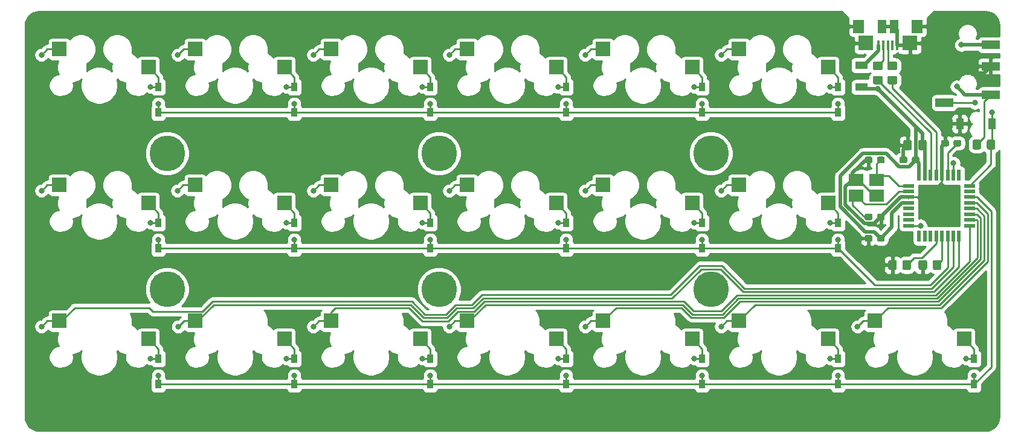
<source format=gbr>
G04 #@! TF.GenerationSoftware,KiCad,Pcbnew,(5.1.7)-1*
G04 #@! TF.CreationDate,2021-01-25T07:56:41+09:00*
G04 #@! TF.ProjectId,pisces,70697363-6573-42e6-9b69-6361645f7063,rev?*
G04 #@! TF.SameCoordinates,Original*
G04 #@! TF.FileFunction,Copper,L1,Top*
G04 #@! TF.FilePolarity,Positive*
%FSLAX46Y46*%
G04 Gerber Fmt 4.6, Leading zero omitted, Abs format (unit mm)*
G04 Created by KiCad (PCBNEW (5.1.7)-1) date 2021-01-25 07:56:41*
%MOMM*%
%LPD*%
G01*
G04 APERTURE LIST*
G04 #@! TA.AperFunction,SMDPad,CuDef*
%ADD10R,2.000000X2.000000*%
G04 #@! TD*
G04 #@! TA.AperFunction,WasherPad*
%ADD11C,5.000000*%
G04 #@! TD*
G04 #@! TA.AperFunction,SMDPad,CuDef*
%ADD12R,0.950000X1.300000*%
G04 #@! TD*
G04 #@! TA.AperFunction,SMDPad,CuDef*
%ADD13R,1.820000X1.060000*%
G04 #@! TD*
G04 #@! TA.AperFunction,SMDPad,CuDef*
%ADD14R,2.100000X2.000000*%
G04 #@! TD*
G04 #@! TA.AperFunction,SMDPad,CuDef*
%ADD15R,1.600000X1.900000*%
G04 #@! TD*
G04 #@! TA.AperFunction,SMDPad,CuDef*
%ADD16R,0.400000X1.350000*%
G04 #@! TD*
G04 #@! TA.AperFunction,SMDPad,CuDef*
%ADD17R,1.200000X1.900000*%
G04 #@! TD*
G04 #@! TA.AperFunction,SMDPad,CuDef*
%ADD18R,1.600000X0.550000*%
G04 #@! TD*
G04 #@! TA.AperFunction,SMDPad,CuDef*
%ADD19R,0.550000X1.600000*%
G04 #@! TD*
G04 #@! TA.AperFunction,SMDPad,CuDef*
%ADD20R,2.100000X1.800000*%
G04 #@! TD*
G04 #@! TA.AperFunction,SMDPad,CuDef*
%ADD21R,2.500000X1.200000*%
G04 #@! TD*
G04 #@! TA.AperFunction,SMDPad,CuDef*
%ADD22R,1.100000X1.600000*%
G04 #@! TD*
G04 #@! TA.AperFunction,ViaPad*
%ADD23C,0.800000*%
G04 #@! TD*
G04 #@! TA.AperFunction,Conductor*
%ADD24C,0.250000*%
G04 #@! TD*
G04 #@! TA.AperFunction,Conductor*
%ADD25C,0.500000*%
G04 #@! TD*
G04 #@! TA.AperFunction,Conductor*
%ADD26C,0.254000*%
G04 #@! TD*
G04 #@! TA.AperFunction,Conductor*
%ADD27C,0.100000*%
G04 #@! TD*
G04 APERTURE END LIST*
D10*
X139650000Y-44920000D03*
X152150000Y-47460000D03*
D11*
X135725000Y-78575000D03*
X135725000Y-59525000D03*
X97625000Y-78575000D03*
X97625000Y-59525000D03*
X59525000Y-78575000D03*
X59525000Y-59525000D03*
G04 #@! TA.AperFunction,SMDPad,CuDef*
G36*
G01*
X158361500Y-60214500D02*
X158361500Y-60689500D01*
G75*
G02*
X158124000Y-60927000I-237500J0D01*
G01*
X157524000Y-60927000D01*
G75*
G02*
X157286500Y-60689500I0J237500D01*
G01*
X157286500Y-60214500D01*
G75*
G02*
X157524000Y-59977000I237500J0D01*
G01*
X158124000Y-59977000D01*
G75*
G02*
X158361500Y-60214500I0J-237500D01*
G01*
G37*
G04 #@! TD.AperFunction*
G04 #@! TA.AperFunction,SMDPad,CuDef*
G36*
G01*
X160086500Y-60214500D02*
X160086500Y-60689500D01*
G75*
G02*
X159849000Y-60927000I-237500J0D01*
G01*
X159249000Y-60927000D01*
G75*
G02*
X159011500Y-60689500I0J237500D01*
G01*
X159011500Y-60214500D01*
G75*
G02*
X159249000Y-59977000I237500J0D01*
G01*
X159849000Y-59977000D01*
G75*
G02*
X160086500Y-60214500I0J-237500D01*
G01*
G37*
G04 #@! TD.AperFunction*
G04 #@! TA.AperFunction,SMDPad,CuDef*
G36*
G01*
X157286500Y-68690500D02*
X157286500Y-68215500D01*
G75*
G02*
X157524000Y-67978000I237500J0D01*
G01*
X158124000Y-67978000D01*
G75*
G02*
X158361500Y-68215500I0J-237500D01*
G01*
X158361500Y-68690500D01*
G75*
G02*
X158124000Y-68928000I-237500J0D01*
G01*
X157524000Y-68928000D01*
G75*
G02*
X157286500Y-68690500I0J237500D01*
G01*
G37*
G04 #@! TD.AperFunction*
G04 #@! TA.AperFunction,SMDPad,CuDef*
G36*
G01*
X159011500Y-68690500D02*
X159011500Y-68215500D01*
G75*
G02*
X159249000Y-67978000I237500J0D01*
G01*
X159849000Y-67978000D01*
G75*
G02*
X160086500Y-68215500I0J-237500D01*
G01*
X160086500Y-68690500D01*
G75*
G02*
X159849000Y-68928000I-237500J0D01*
G01*
X159249000Y-68928000D01*
G75*
G02*
X159011500Y-68690500I0J237500D01*
G01*
G37*
G04 #@! TD.AperFunction*
G04 #@! TA.AperFunction,SMDPad,CuDef*
G36*
G01*
X170818000Y-57865000D02*
X170818000Y-58340000D01*
G75*
G02*
X170580500Y-58577500I-237500J0D01*
G01*
X169980500Y-58577500D01*
G75*
G02*
X169743000Y-58340000I0J237500D01*
G01*
X169743000Y-57865000D01*
G75*
G02*
X169980500Y-57627500I237500J0D01*
G01*
X170580500Y-57627500D01*
G75*
G02*
X170818000Y-57865000I0J-237500D01*
G01*
G37*
G04 #@! TD.AperFunction*
G04 #@! TA.AperFunction,SMDPad,CuDef*
G36*
G01*
X169093000Y-57865000D02*
X169093000Y-58340000D01*
G75*
G02*
X168855500Y-58577500I-237500J0D01*
G01*
X168255500Y-58577500D01*
G75*
G02*
X168018000Y-58340000I0J237500D01*
G01*
X168018000Y-57865000D01*
G75*
G02*
X168255500Y-57627500I237500J0D01*
G01*
X168855500Y-57627500D01*
G75*
G02*
X169093000Y-57865000I0J-237500D01*
G01*
G37*
G04 #@! TD.AperFunction*
G04 #@! TA.AperFunction,SMDPad,CuDef*
G36*
G01*
X165963000Y-57881500D02*
X165963000Y-58831500D01*
G75*
G02*
X165713000Y-59081500I-250000J0D01*
G01*
X165038000Y-59081500D01*
G75*
G02*
X164788000Y-58831500I0J250000D01*
G01*
X164788000Y-57881500D01*
G75*
G02*
X165038000Y-57631500I250000J0D01*
G01*
X165713000Y-57631500D01*
G75*
G02*
X165963000Y-57881500I0J-250000D01*
G01*
G37*
G04 #@! TD.AperFunction*
G04 #@! TA.AperFunction,SMDPad,CuDef*
G36*
G01*
X163888000Y-57881500D02*
X163888000Y-58831500D01*
G75*
G02*
X163638000Y-59081500I-250000J0D01*
G01*
X162963000Y-59081500D01*
G75*
G02*
X162713000Y-58831500I0J250000D01*
G01*
X162713000Y-57881500D01*
G75*
G02*
X162963000Y-57631500I250000J0D01*
G01*
X163638000Y-57631500D01*
G75*
G02*
X163888000Y-57881500I0J-250000D01*
G01*
G37*
G04 #@! TD.AperFunction*
G04 #@! TA.AperFunction,SMDPad,CuDef*
G36*
G01*
X158361500Y-71200000D02*
X158361500Y-71675000D01*
G75*
G02*
X158124000Y-71912500I-237500J0D01*
G01*
X157524000Y-71912500D01*
G75*
G02*
X157286500Y-71675000I0J237500D01*
G01*
X157286500Y-71200000D01*
G75*
G02*
X157524000Y-70962500I237500J0D01*
G01*
X158124000Y-70962500D01*
G75*
G02*
X158361500Y-71200000I0J-237500D01*
G01*
G37*
G04 #@! TD.AperFunction*
G04 #@! TA.AperFunction,SMDPad,CuDef*
G36*
G01*
X160086500Y-71200000D02*
X160086500Y-71675000D01*
G75*
G02*
X159849000Y-71912500I-237500J0D01*
G01*
X159249000Y-71912500D01*
G75*
G02*
X159011500Y-71675000I0J237500D01*
G01*
X159011500Y-71200000D01*
G75*
G02*
X159249000Y-70962500I237500J0D01*
G01*
X159849000Y-70962500D01*
G75*
G02*
X160086500Y-71200000I0J-237500D01*
G01*
G37*
G04 #@! TD.AperFunction*
G04 #@! TA.AperFunction,SMDPad,CuDef*
G36*
G01*
X164976000Y-60214500D02*
X164976000Y-60689500D01*
G75*
G02*
X164738500Y-60927000I-237500J0D01*
G01*
X164138500Y-60927000D01*
G75*
G02*
X163901000Y-60689500I0J237500D01*
G01*
X163901000Y-60214500D01*
G75*
G02*
X164138500Y-59977000I237500J0D01*
G01*
X164738500Y-59977000D01*
G75*
G02*
X164976000Y-60214500I0J-237500D01*
G01*
G37*
G04 #@! TD.AperFunction*
G04 #@! TA.AperFunction,SMDPad,CuDef*
G36*
G01*
X163251000Y-60214500D02*
X163251000Y-60689500D01*
G75*
G02*
X163013500Y-60927000I-237500J0D01*
G01*
X162413500Y-60927000D01*
G75*
G02*
X162176000Y-60689500I0J237500D01*
G01*
X162176000Y-60214500D01*
G75*
G02*
X162413500Y-59977000I237500J0D01*
G01*
X163013500Y-59977000D01*
G75*
G02*
X163251000Y-60214500I0J-237500D01*
G01*
G37*
G04 #@! TD.AperFunction*
D12*
X58293000Y-53781500D03*
X58293000Y-50231500D03*
X58293000Y-69281500D03*
X58293000Y-72831500D03*
X58293000Y-91881500D03*
X58293000Y-88331500D03*
X96393000Y-50231500D03*
X96393000Y-53781500D03*
X96393000Y-72831500D03*
X96393000Y-69281500D03*
X115443000Y-50231500D03*
X115443000Y-53781500D03*
X115443000Y-72831500D03*
X115443000Y-69281500D03*
X115443000Y-91881500D03*
X115443000Y-88331500D03*
X134493000Y-69281500D03*
X134493000Y-72831500D03*
X134493000Y-91881500D03*
X134493000Y-88331500D03*
X153543000Y-69281500D03*
X153543000Y-72831500D03*
X153543000Y-88331500D03*
X153543000Y-91881500D03*
D13*
X156845000Y-50232500D03*
X156845000Y-47176500D03*
D14*
X163628000Y-44069500D03*
X157428000Y-44069500D03*
D15*
X164628000Y-41719500D03*
X156428000Y-41719500D03*
D16*
X159228000Y-44394500D03*
X159878000Y-44394500D03*
X160528000Y-44394500D03*
X161178000Y-44394500D03*
X161828000Y-44394500D03*
D17*
X161378000Y-41719500D03*
X159678000Y-41719500D03*
G04 #@! TA.AperFunction,SMDPad,CuDef*
G36*
G01*
X161613001Y-49860000D02*
X160712999Y-49860000D01*
G75*
G02*
X160463000Y-49610001I0J249999D01*
G01*
X160463000Y-48909999D01*
G75*
G02*
X160712999Y-48660000I249999J0D01*
G01*
X161613001Y-48660000D01*
G75*
G02*
X161863000Y-48909999I0J-249999D01*
G01*
X161863000Y-49610001D01*
G75*
G02*
X161613001Y-49860000I-249999J0D01*
G01*
G37*
G04 #@! TD.AperFunction*
G04 #@! TA.AperFunction,SMDPad,CuDef*
G36*
G01*
X161613001Y-47860000D02*
X160712999Y-47860000D01*
G75*
G02*
X160463000Y-47610001I0J249999D01*
G01*
X160463000Y-46909999D01*
G75*
G02*
X160712999Y-46660000I249999J0D01*
G01*
X161613001Y-46660000D01*
G75*
G02*
X161863000Y-46909999I0J-249999D01*
G01*
X161863000Y-47610001D01*
G75*
G02*
X161613001Y-47860000I-249999J0D01*
G01*
G37*
G04 #@! TD.AperFunction*
G04 #@! TA.AperFunction,SMDPad,CuDef*
G36*
G01*
X159581001Y-47860000D02*
X158680999Y-47860000D01*
G75*
G02*
X158431000Y-47610001I0J249999D01*
G01*
X158431000Y-46909999D01*
G75*
G02*
X158680999Y-46660000I249999J0D01*
G01*
X159581001Y-46660000D01*
G75*
G02*
X159831000Y-46909999I0J-249999D01*
G01*
X159831000Y-47610001D01*
G75*
G02*
X159581001Y-47860000I-249999J0D01*
G01*
G37*
G04 #@! TD.AperFunction*
G04 #@! TA.AperFunction,SMDPad,CuDef*
G36*
G01*
X159581001Y-49860000D02*
X158680999Y-49860000D01*
G75*
G02*
X158431000Y-49610001I0J249999D01*
G01*
X158431000Y-48909999D01*
G75*
G02*
X158680999Y-48660000I249999J0D01*
G01*
X159581001Y-48660000D01*
G75*
G02*
X159831000Y-48909999I0J-249999D01*
G01*
X159831000Y-49610001D01*
G75*
G02*
X159581001Y-49860000I-249999J0D01*
G01*
G37*
G04 #@! TD.AperFunction*
G04 #@! TA.AperFunction,SMDPad,CuDef*
G36*
G01*
X172390000Y-58743001D02*
X172390000Y-57842999D01*
G75*
G02*
X172639999Y-57593000I249999J0D01*
G01*
X173340001Y-57593000D01*
G75*
G02*
X173590000Y-57842999I0J-249999D01*
G01*
X173590000Y-58743001D01*
G75*
G02*
X173340001Y-58993000I-249999J0D01*
G01*
X172639999Y-58993000D01*
G75*
G02*
X172390000Y-58743001I0J249999D01*
G01*
G37*
G04 #@! TD.AperFunction*
G04 #@! TA.AperFunction,SMDPad,CuDef*
G36*
G01*
X174390000Y-58743001D02*
X174390000Y-57842999D01*
G75*
G02*
X174639999Y-57593000I249999J0D01*
G01*
X175340001Y-57593000D01*
G75*
G02*
X175590000Y-57842999I0J-249999D01*
G01*
X175590000Y-58743001D01*
G75*
G02*
X175340001Y-58993000I-249999J0D01*
G01*
X174639999Y-58993000D01*
G75*
G02*
X174390000Y-58743001I0J249999D01*
G01*
G37*
G04 #@! TD.AperFunction*
G04 #@! TA.AperFunction,SMDPad,CuDef*
G36*
G01*
X166033500Y-74733999D02*
X166033500Y-75634001D01*
G75*
G02*
X165783501Y-75884000I-249999J0D01*
G01*
X165083499Y-75884000D01*
G75*
G02*
X164833500Y-75634001I0J249999D01*
G01*
X164833500Y-74733999D01*
G75*
G02*
X165083499Y-74484000I249999J0D01*
G01*
X165783501Y-74484000D01*
G75*
G02*
X166033500Y-74733999I0J-249999D01*
G01*
G37*
G04 #@! TD.AperFunction*
G04 #@! TA.AperFunction,SMDPad,CuDef*
G36*
G01*
X168033500Y-74733999D02*
X168033500Y-75634001D01*
G75*
G02*
X167783501Y-75884000I-249999J0D01*
G01*
X167083499Y-75884000D01*
G75*
G02*
X166833500Y-75634001I0J249999D01*
G01*
X166833500Y-74733999D01*
G75*
G02*
X167083499Y-74484000I249999J0D01*
G01*
X167783501Y-74484000D01*
G75*
G02*
X168033500Y-74733999I0J-249999D01*
G01*
G37*
G04 #@! TD.AperFunction*
D10*
X44400000Y-44920000D03*
X56900000Y-47460000D03*
X56900000Y-66510000D03*
X44400000Y-63970000D03*
X44400000Y-83020000D03*
X56900000Y-85560000D03*
X75950000Y-47460000D03*
X63450000Y-44920000D03*
X75950000Y-66510000D03*
X63450000Y-63970000D03*
X63450000Y-83020000D03*
X75950000Y-85560000D03*
X95000000Y-47460000D03*
X82500000Y-44920000D03*
X82500000Y-63970000D03*
X95000000Y-66510000D03*
X82500000Y-83020000D03*
X95000000Y-85560000D03*
X101550000Y-44920000D03*
X114050000Y-47460000D03*
X114050000Y-66510000D03*
X101550000Y-63970000D03*
X101550000Y-83020000D03*
X114050000Y-85560000D03*
X133100000Y-47460000D03*
X120600000Y-44920000D03*
X133100000Y-66510000D03*
X120600000Y-63970000D03*
X133100000Y-85560000D03*
X120600000Y-83020000D03*
X152150000Y-66510000D03*
X139650000Y-63970000D03*
X139650000Y-83020000D03*
X152150000Y-85560000D03*
X158700000Y-83020000D03*
X171200000Y-85560000D03*
D18*
X163453500Y-64065500D03*
X163453500Y-64865500D03*
X163453500Y-65665500D03*
X163453500Y-66465500D03*
X163453500Y-67265500D03*
X163453500Y-68065500D03*
X163453500Y-68865500D03*
X163453500Y-69665500D03*
D19*
X164903500Y-71115500D03*
X165703500Y-71115500D03*
X166503500Y-71115500D03*
X167303500Y-71115500D03*
X168103500Y-71115500D03*
X168903500Y-71115500D03*
X169703500Y-71115500D03*
X170503500Y-71115500D03*
D18*
X171953500Y-69665500D03*
X171953500Y-68865500D03*
X171953500Y-68065500D03*
X171953500Y-67265500D03*
X171953500Y-66465500D03*
X171953500Y-65665500D03*
X171953500Y-64865500D03*
X171953500Y-64065500D03*
D19*
X170503500Y-62615500D03*
X169703500Y-62615500D03*
X168903500Y-62615500D03*
X168103500Y-62615500D03*
X167303500Y-62615500D03*
X166503500Y-62615500D03*
X165703500Y-62615500D03*
X164903500Y-62615500D03*
D20*
X158993500Y-63225500D03*
X156093500Y-63225500D03*
X156093500Y-65425500D03*
X158993500Y-65425500D03*
D21*
X174954000Y-44323000D03*
X174954000Y-47323000D03*
X174954000Y-51323000D03*
X168454000Y-52423000D03*
D22*
X170597000Y-55372000D03*
X175097000Y-55372000D03*
D12*
X77342999Y-50231500D03*
X77342999Y-53781500D03*
X77342999Y-72831500D03*
X77342999Y-69281500D03*
X77342999Y-88331500D03*
X77342999Y-91881500D03*
X96393000Y-91881500D03*
X96393000Y-88331500D03*
X134493000Y-50231500D03*
X134493000Y-53781500D03*
X153543000Y-50231500D03*
X153543000Y-53781500D03*
X172593000Y-91881500D03*
X172593000Y-88331500D03*
G04 #@! TA.AperFunction,SMDPad,CuDef*
G36*
G01*
X163779000Y-74733999D02*
X163779000Y-75634001D01*
G75*
G02*
X163529001Y-75884000I-249999J0D01*
G01*
X162828999Y-75884000D01*
G75*
G02*
X162579000Y-75634001I0J249999D01*
G01*
X162579000Y-74733999D01*
G75*
G02*
X162828999Y-74484000I249999J0D01*
G01*
X163529001Y-74484000D01*
G75*
G02*
X163779000Y-74733999I0J-249999D01*
G01*
G37*
G04 #@! TD.AperFunction*
G04 #@! TA.AperFunction,SMDPad,CuDef*
G36*
G01*
X161779000Y-74733999D02*
X161779000Y-75634001D01*
G75*
G02*
X161529001Y-75884000I-249999J0D01*
G01*
X160828999Y-75884000D01*
G75*
G02*
X160579000Y-75634001I0J249999D01*
G01*
X160579000Y-74733999D01*
G75*
G02*
X160828999Y-74484000I249999J0D01*
G01*
X161529001Y-74484000D01*
G75*
G02*
X161779000Y-74733999I0J-249999D01*
G01*
G37*
G04 #@! TD.AperFunction*
D23*
X57213500Y-50228500D03*
X58293000Y-52578000D03*
X77343000Y-52578000D03*
X96393000Y-52578000D03*
X115443000Y-52578000D03*
X134493000Y-52578000D03*
X153543000Y-52578000D03*
X169735500Y-60896500D03*
X57213500Y-69278500D03*
X58293000Y-71628000D03*
X77343000Y-71628000D03*
X96393000Y-71628000D03*
X115443000Y-71628000D03*
X134493000Y-71628000D03*
X153543000Y-71628000D03*
X58293000Y-90678000D03*
X77343000Y-90678000D03*
X96393000Y-90678000D03*
X115443000Y-90678000D03*
X134493000Y-90678000D03*
X153543000Y-90678000D03*
X172593000Y-90678000D03*
X57213500Y-88328500D03*
X76263500Y-50228500D03*
X76263500Y-69278500D03*
X76263500Y-88328500D03*
X95313500Y-50228500D03*
X95313500Y-69278500D03*
X95313500Y-88328500D03*
X114300000Y-50228500D03*
X114363500Y-69278500D03*
X114363500Y-88328500D03*
X133413500Y-50228500D03*
X133413500Y-69278500D03*
X133413500Y-88328500D03*
X152463500Y-50228500D03*
X152463500Y-69278500D03*
X152463500Y-88328500D03*
X171513500Y-88328500D03*
X169164000Y-55372000D03*
X153543000Y-41719500D03*
X170815000Y-48260000D03*
X159385000Y-75184000D03*
X159148096Y-50498973D03*
X170180000Y-50165000D03*
X175133000Y-53784500D03*
X41910000Y-64770000D03*
X41910000Y-83820000D03*
X41910000Y-45720000D03*
X61087000Y-83820000D03*
X60960000Y-64770000D03*
X61023500Y-45720000D03*
X80010000Y-45720000D03*
X80010000Y-64770000D03*
X80010000Y-83820000D03*
X99060000Y-45720000D03*
X99060000Y-64770000D03*
X99060000Y-83820000D03*
X118110000Y-45720000D03*
X118110000Y-64770000D03*
X118110000Y-83820000D03*
X137160000Y-45720000D03*
X137160000Y-64770000D03*
X137160000Y-83820000D03*
X156273500Y-83820000D03*
X165100000Y-69659500D03*
X170815000Y-44323000D03*
X172720000Y-52451000D03*
D24*
X58293000Y-48853000D02*
X56900000Y-47460000D01*
X58293000Y-50231500D02*
X58293000Y-48853000D01*
X57216500Y-50231500D02*
X57213500Y-50228500D01*
X58293000Y-50231500D02*
X57216500Y-50231500D01*
X58293000Y-53781500D02*
X77342999Y-53781500D01*
X77342999Y-53781500D02*
X96393000Y-53781500D01*
X96393000Y-53781500D02*
X115443000Y-53781500D01*
X115443000Y-53781500D02*
X134493000Y-53781500D01*
X134493000Y-53781500D02*
X153543000Y-53781500D01*
X58293000Y-52578000D02*
X58293000Y-53781500D01*
X77342999Y-52578001D02*
X77343000Y-52578000D01*
X77342999Y-53781500D02*
X77342999Y-52578001D01*
X96393000Y-52578000D02*
X96393000Y-53781500D01*
X115443000Y-53781500D02*
X115443000Y-52578000D01*
X134493000Y-52578000D02*
X134493000Y-53781500D01*
X153543000Y-53781500D02*
X153543000Y-52578000D01*
X169735500Y-62583500D02*
X169703500Y-62615500D01*
X169735500Y-60896500D02*
X169735500Y-62583500D01*
X58293000Y-67903000D02*
X56900000Y-66510000D01*
X58293000Y-69281500D02*
X58293000Y-67903000D01*
X57216500Y-69281500D02*
X57213500Y-69278500D01*
X58293000Y-69281500D02*
X57216500Y-69281500D01*
X58293000Y-72831500D02*
X77342999Y-72831500D01*
X77342999Y-72831500D02*
X96393000Y-72831500D01*
X96393000Y-72831500D02*
X115443000Y-72831500D01*
X115443000Y-72831500D02*
X134493000Y-72831500D01*
X134493000Y-72831500D02*
X153543000Y-72831500D01*
X58293000Y-71628000D02*
X58293000Y-72831500D01*
X77342999Y-71628001D02*
X77343000Y-71628000D01*
X77342999Y-72831500D02*
X77342999Y-71628001D01*
X96393000Y-71628000D02*
X96393000Y-72831500D01*
X115443000Y-72831500D02*
X115443000Y-71628000D01*
X134493000Y-71628000D02*
X134493000Y-72831500D01*
X153543000Y-72831500D02*
X153543000Y-71628000D01*
X158736470Y-78024970D02*
X153543000Y-72831500D01*
X166450030Y-78024970D02*
X158736470Y-78024970D01*
X168903500Y-75571500D02*
X166450030Y-78024970D01*
X168903500Y-71115500D02*
X168903500Y-75571500D01*
X58293000Y-91881500D02*
X77342999Y-91881500D01*
X77342999Y-91881500D02*
X96393000Y-91881500D01*
X96393000Y-91881500D02*
X115443000Y-91881500D01*
X115443000Y-91881500D02*
X134493000Y-91881500D01*
X134493000Y-91881500D02*
X153543000Y-91881500D01*
X153543000Y-91881500D02*
X172593000Y-91881500D01*
X58293000Y-91881500D02*
X58293000Y-90678000D01*
X77343000Y-91881499D02*
X77342999Y-91881500D01*
X77343000Y-90678000D02*
X77343000Y-91881499D01*
X96393000Y-91881500D02*
X96393000Y-90678000D01*
X115443000Y-90678000D02*
X115443000Y-91881500D01*
X134493000Y-91881500D02*
X134493000Y-90678000D01*
X153543000Y-90678000D02*
X153543000Y-91881500D01*
X172593000Y-91881500D02*
X172593000Y-90678000D01*
X175006000Y-89468500D02*
X172593000Y-91881500D01*
X175006000Y-67668000D02*
X175006000Y-89468500D01*
X173003500Y-65665500D02*
X175006000Y-67668000D01*
X171953500Y-65665500D02*
X173003500Y-65665500D01*
X58293000Y-86953000D02*
X56900000Y-85560000D01*
X58293000Y-88331500D02*
X58293000Y-86953000D01*
X57216500Y-88331500D02*
X57213500Y-88328500D01*
X58293000Y-88331500D02*
X57216500Y-88331500D01*
X77342999Y-48852999D02*
X75950000Y-47460000D01*
X77342999Y-50231500D02*
X77342999Y-48852999D01*
X77339999Y-50228500D02*
X77342999Y-50231500D01*
X76263500Y-50228500D02*
X77339999Y-50228500D01*
X77342999Y-67902999D02*
X75950000Y-66510000D01*
X77342999Y-69281500D02*
X77342999Y-67902999D01*
X77339999Y-69278500D02*
X77342999Y-69281500D01*
X76263500Y-69278500D02*
X77339999Y-69278500D01*
X77342999Y-86952999D02*
X75950000Y-85560000D01*
X77342999Y-88331500D02*
X77342999Y-86952999D01*
X77339999Y-88328500D02*
X77342999Y-88331500D01*
X76263500Y-88328500D02*
X77339999Y-88328500D01*
X96393000Y-48853000D02*
X95000000Y-47460000D01*
X96393000Y-50231500D02*
X96393000Y-48853000D01*
X95316500Y-50231500D02*
X95313500Y-50228500D01*
X96393000Y-50231500D02*
X95316500Y-50231500D01*
X96393000Y-67903000D02*
X95000000Y-66510000D01*
X96393000Y-69281500D02*
X96393000Y-67903000D01*
X95316500Y-69281500D02*
X95313500Y-69278500D01*
X96393000Y-69281500D02*
X95316500Y-69281500D01*
X96393000Y-86953000D02*
X95000000Y-85560000D01*
X96393000Y-88331500D02*
X96393000Y-86953000D01*
X95316500Y-88331500D02*
X95313500Y-88328500D01*
X96393000Y-88331500D02*
X95316500Y-88331500D01*
X115443000Y-48853000D02*
X114050000Y-47460000D01*
X115443000Y-50231500D02*
X115443000Y-48853000D01*
X115440000Y-50228500D02*
X115443000Y-50231500D01*
X114300000Y-50228500D02*
X115440000Y-50228500D01*
X115443000Y-67903000D02*
X114050000Y-66510000D01*
X115443000Y-69281500D02*
X115443000Y-67903000D01*
X115440000Y-69278500D02*
X115443000Y-69281500D01*
X114363500Y-69278500D02*
X115440000Y-69278500D01*
X115443000Y-86953000D02*
X114050000Y-85560000D01*
X115443000Y-88331500D02*
X115443000Y-86953000D01*
X115440000Y-88328500D02*
X115443000Y-88331500D01*
X114363500Y-88328500D02*
X115440000Y-88328500D01*
X134493000Y-48853000D02*
X133100000Y-47460000D01*
X134493000Y-50231500D02*
X134493000Y-48853000D01*
X133416500Y-50231500D02*
X133413500Y-50228500D01*
X134493000Y-50231500D02*
X133416500Y-50231500D01*
X134493000Y-67903000D02*
X133100000Y-66510000D01*
X134493000Y-69281500D02*
X134493000Y-67903000D01*
X133416500Y-69281500D02*
X133413500Y-69278500D01*
X134493000Y-69281500D02*
X133416500Y-69281500D01*
X134493000Y-86953000D02*
X133100000Y-85560000D01*
X134493000Y-88331500D02*
X134493000Y-86953000D01*
X133416500Y-88331500D02*
X133413500Y-88328500D01*
X134493000Y-88331500D02*
X133416500Y-88331500D01*
X153543000Y-48853000D02*
X152150000Y-47460000D01*
X153543000Y-50231500D02*
X153543000Y-48853000D01*
X153540000Y-50228500D02*
X153543000Y-50231500D01*
X152463500Y-50228500D02*
X153540000Y-50228500D01*
X153543000Y-67903000D02*
X152150000Y-66510000D01*
X153543000Y-69281500D02*
X153543000Y-67903000D01*
X153540000Y-69278500D02*
X153543000Y-69281500D01*
X152463500Y-69278500D02*
X153540000Y-69278500D01*
X153543000Y-86953000D02*
X152150000Y-85560000D01*
X153543000Y-88331500D02*
X153543000Y-86953000D01*
X153540000Y-88328500D02*
X153543000Y-88331500D01*
X152463500Y-88328500D02*
X153540000Y-88328500D01*
X172593000Y-86953000D02*
X171200000Y-85560000D01*
X172593000Y-88331500D02*
X172593000Y-86953000D01*
X171516500Y-88331500D02*
X171513500Y-88328500D01*
X172593000Y-88331500D02*
X171516500Y-88331500D01*
D25*
X159678000Y-41565500D02*
X159678000Y-41465500D01*
X163303000Y-44140500D02*
X163628000Y-43815500D01*
D24*
X159200002Y-65552500D02*
X159565000Y-65552500D01*
D25*
X163453500Y-65665500D02*
X163453500Y-65740499D01*
X162336500Y-65665500D02*
X159549000Y-68453000D01*
X163453500Y-65665500D02*
X162336500Y-65665500D01*
D24*
X158628502Y-65425500D02*
X158993500Y-65425500D01*
X156428502Y-63225500D02*
X158628502Y-65425500D01*
X155585500Y-63289000D02*
X155920502Y-63289000D01*
D25*
X155585500Y-62246000D02*
X157316000Y-60515500D01*
X155585500Y-63289000D02*
X155585500Y-62246000D01*
X155533498Y-63225500D02*
X156093500Y-63225500D01*
X154593499Y-64165499D02*
X155533498Y-63225500D01*
X154593499Y-66732287D02*
X154593499Y-64165499D01*
X157239222Y-69378010D02*
X154593499Y-66732287D01*
X158623990Y-69378010D02*
X157239222Y-69378010D01*
X159549000Y-68453000D02*
X158623990Y-69378010D01*
D24*
X170597000Y-55372000D02*
X169164000Y-55372000D01*
D25*
X162713500Y-58943500D02*
X163300500Y-58356500D01*
X162713500Y-60452000D02*
X162713500Y-58943500D01*
X168103500Y-58554500D02*
X168555500Y-58102500D01*
X168103500Y-62615500D02*
X168103500Y-58554500D01*
D24*
X168103500Y-63475502D02*
X168103500Y-62615500D01*
X165913502Y-65665500D02*
X168103500Y-63475502D01*
X163453500Y-65665500D02*
X165913502Y-65665500D01*
D25*
X161828000Y-42169500D02*
X161828000Y-44394500D01*
X161378000Y-41719500D02*
X161828000Y-42169500D01*
X163303000Y-44394500D02*
X163628000Y-44069500D01*
X161828000Y-44394500D02*
X163303000Y-44394500D01*
X156428000Y-41719500D02*
X153543000Y-41719500D01*
X173986000Y-47307500D02*
X174001500Y-47323000D01*
X174017000Y-48260000D02*
X174954000Y-47323000D01*
X170815000Y-48260000D02*
X174017000Y-48260000D01*
X161179000Y-75184000D02*
X159385000Y-75184000D01*
X157111473Y-50498973D02*
X159148096Y-50498973D01*
X156845000Y-50232500D02*
X157111473Y-50498973D01*
X173986500Y-51308000D02*
X174001500Y-51323000D01*
X161099500Y-69887000D02*
X159549000Y-71437500D01*
X161099500Y-67892462D02*
X161099500Y-69887000D01*
X162526462Y-66465500D02*
X161099500Y-67892462D01*
X163453500Y-66465500D02*
X162526462Y-66465500D01*
X165703500Y-58684500D02*
X165375500Y-58356500D01*
X165703500Y-62615500D02*
X165703500Y-58684500D01*
X165375500Y-58356500D02*
X165375500Y-58191500D01*
X164903500Y-60917000D02*
X164438500Y-60452000D01*
X164903500Y-62615500D02*
X164903500Y-60917000D01*
X157383740Y-70512490D02*
X158623990Y-70512490D01*
X153860500Y-66989250D02*
X157383740Y-70512490D01*
X158623990Y-70512490D02*
X159549000Y-71437500D01*
X157032008Y-59526990D02*
X153860500Y-62698498D01*
X160278702Y-59526990D02*
X157032008Y-59526990D01*
X162128722Y-61377010D02*
X160278702Y-59526990D01*
X153860500Y-62698498D02*
X153860500Y-66989250D01*
X163513490Y-61377010D02*
X162128722Y-61377010D01*
X164438500Y-60452000D02*
X163513490Y-61377010D01*
X165375500Y-58356500D02*
X165375500Y-56726377D01*
X164438500Y-55843000D02*
X164465311Y-55816189D01*
X164438500Y-60452000D02*
X164438500Y-55843000D01*
X164465311Y-55816189D02*
X159148096Y-50498973D01*
X165375500Y-56726377D02*
X164465311Y-55816189D01*
D24*
X174001500Y-57281500D02*
X172990000Y-58293000D01*
D25*
X171338000Y-51323000D02*
X174954000Y-51323000D01*
X170180000Y-50165000D02*
X171338000Y-51323000D01*
D24*
X174001500Y-52275500D02*
X174954000Y-51323000D01*
X174001500Y-57281500D02*
X174001500Y-52275500D01*
X175097000Y-58186000D02*
X174990000Y-58293000D01*
X175097000Y-55372000D02*
X175097000Y-58186000D01*
X174990000Y-61029000D02*
X171953500Y-64065500D01*
X174990000Y-58293000D02*
X174990000Y-61029000D01*
X175133000Y-55336000D02*
X175097000Y-55372000D01*
X175133000Y-53784500D02*
X175133000Y-55336000D01*
X44235000Y-45085000D02*
X44400000Y-44920000D01*
X42710000Y-63970000D02*
X44400000Y-63970000D01*
X41910000Y-64770000D02*
X42710000Y-63970000D01*
X42710000Y-83020000D02*
X44400000Y-83020000D01*
X41910000Y-83820000D02*
X42710000Y-83020000D01*
X169703500Y-75407910D02*
X169703500Y-71115500D01*
X137267402Y-75299990D02*
X140447902Y-78480490D01*
X140447902Y-78480490D02*
X140453412Y-78474980D01*
X134182599Y-75299989D02*
X137267402Y-75299990D01*
X130107588Y-79375000D02*
X134182599Y-75299989D01*
X44400000Y-83020000D02*
X44758998Y-83020000D01*
X44758998Y-83020000D02*
X46583999Y-81194999D01*
X99917199Y-80794979D02*
X102224789Y-80794979D01*
X140453412Y-78474980D02*
X166636430Y-78474980D01*
X46583999Y-81194999D02*
X57001499Y-81194999D01*
X57001499Y-81194999D02*
X57501499Y-81694999D01*
X65897610Y-80294980D02*
X93823301Y-80294981D01*
X57501499Y-81694999D02*
X64497589Y-81694999D01*
X103644768Y-79375000D02*
X130107588Y-79375000D01*
X64497589Y-81694999D02*
X65897610Y-80294980D01*
X98612188Y-82099990D02*
X99917199Y-80794979D01*
X93823301Y-80294981D02*
X95628310Y-82099990D01*
X95628310Y-82099990D02*
X98612188Y-82099990D01*
X166636430Y-78474980D02*
X169703500Y-75407910D01*
X102224789Y-80794979D02*
X103644768Y-79375000D01*
X42710000Y-44920000D02*
X44400000Y-44920000D01*
X41910000Y-45720000D02*
X42710000Y-44920000D01*
X61887000Y-83020000D02*
X63450000Y-83020000D01*
X61087000Y-83820000D02*
X61887000Y-83020000D01*
X61760000Y-63970000D02*
X63450000Y-63970000D01*
X60960000Y-64770000D02*
X61760000Y-63970000D01*
X61823500Y-44920000D02*
X63450000Y-44920000D01*
X61023500Y-45720000D02*
X61823500Y-44920000D01*
X170497500Y-71121500D02*
X170503500Y-71115500D01*
X142573359Y-78944949D02*
X166990551Y-78944949D01*
X63450000Y-83020000D02*
X63808998Y-83020000D01*
X142553400Y-78924990D02*
X142573359Y-78944949D01*
X141193860Y-78930500D02*
X141199370Y-78924990D01*
X63808998Y-83020000D02*
X66084009Y-80744989D01*
X166990551Y-78944949D02*
X170497500Y-75438000D01*
X141199370Y-78924990D02*
X142553400Y-78924990D01*
X93636900Y-80744990D02*
X95441910Y-82550000D01*
X95441910Y-82550000D02*
X98798588Y-82550000D01*
X98798588Y-82550000D02*
X100103599Y-81244989D01*
X134368999Y-75749999D02*
X137081001Y-75749999D01*
X100103599Y-81244989D02*
X102411189Y-81244989D01*
X103811207Y-79844971D02*
X130274027Y-79844971D01*
X102411189Y-81244989D02*
X103811207Y-79844971D01*
X130274027Y-79844971D02*
X134368999Y-75749999D01*
X66084009Y-80744989D02*
X93636900Y-80744990D01*
X140261502Y-78930500D02*
X141193860Y-78930500D01*
X170497500Y-75438000D02*
X170497500Y-71121500D01*
X137081001Y-75749999D02*
X140261502Y-78930500D01*
X80810000Y-44920000D02*
X82500000Y-44920000D01*
X80010000Y-45720000D02*
X80810000Y-44920000D01*
X80810000Y-63970000D02*
X82500000Y-63970000D01*
X80010000Y-64770000D02*
X80810000Y-63970000D01*
X80810000Y-83020000D02*
X82500000Y-83020000D01*
X80010000Y-83820000D02*
X80810000Y-83020000D01*
X100289999Y-81694999D02*
X98926998Y-83058000D01*
X82500000Y-81770000D02*
X82500000Y-83020000D01*
X139417221Y-79394956D02*
X137162198Y-81649979D01*
X167233404Y-79394956D02*
X139417221Y-79394956D01*
X102597589Y-81694999D02*
X100289999Y-81694999D01*
X171953500Y-74674860D02*
X167233404Y-79394956D01*
X137162198Y-81649979D02*
X133341799Y-81649979D01*
X83075001Y-81194999D02*
X82500000Y-81770000D01*
X133341799Y-81649979D02*
X131986799Y-80294979D01*
X93450499Y-81194999D02*
X83075001Y-81194999D01*
X171953500Y-69665500D02*
X171953500Y-74674860D01*
X103997608Y-80294979D02*
X102597589Y-81694999D01*
X98926998Y-83058000D02*
X95313500Y-83058000D01*
X131986799Y-80294979D02*
X103997608Y-80294979D01*
X95313500Y-83058000D02*
X93450499Y-81194999D01*
X99860000Y-44920000D02*
X101550000Y-44920000D01*
X99060000Y-45720000D02*
X99860000Y-44920000D01*
X99860000Y-63970000D02*
X101550000Y-63970000D01*
X99060000Y-64770000D02*
X99860000Y-63970000D01*
X99860000Y-83020000D02*
X101550000Y-83020000D01*
X99060000Y-83820000D02*
X99860000Y-83020000D01*
X167419803Y-79844967D02*
X139603621Y-79844967D01*
X171953500Y-68865500D02*
X173003500Y-68865500D01*
X131800400Y-80744990D02*
X104184008Y-80744990D01*
X101908998Y-83020000D02*
X101550000Y-83020000D01*
X173095489Y-68957489D02*
X173095489Y-74169281D01*
X139603621Y-79844967D02*
X137348597Y-82099990D01*
X173003500Y-68865500D02*
X173095489Y-68957489D01*
X133155400Y-82099990D02*
X131800400Y-80744990D01*
X137348597Y-82099990D02*
X133155400Y-82099990D01*
X173095489Y-74169281D02*
X167419803Y-79844967D01*
X104184008Y-80744990D02*
X101908998Y-83020000D01*
X118910000Y-44920000D02*
X120600000Y-44920000D01*
X118110000Y-45720000D02*
X118910000Y-44920000D01*
X118910000Y-63970000D02*
X120600000Y-63970000D01*
X118110000Y-64770000D02*
X118910000Y-63970000D01*
X118910000Y-83020000D02*
X120600000Y-83020000D01*
X118110000Y-83820000D02*
X118910000Y-83020000D01*
X132969000Y-82550001D02*
X131613998Y-81194999D01*
X173003500Y-68065500D02*
X173545500Y-68607500D01*
X167606202Y-80294978D02*
X139790021Y-80294978D01*
X122425001Y-81194999D02*
X120600000Y-83020000D01*
X131613998Y-81194999D02*
X122425001Y-81194999D01*
X137534998Y-82550001D02*
X132969000Y-82550001D01*
X139790021Y-80294978D02*
X137534998Y-82550001D01*
X173545500Y-74355680D02*
X167606202Y-80294978D01*
X173545500Y-68607500D02*
X173545500Y-74355680D01*
X171953500Y-68065500D02*
X173003500Y-68065500D01*
X137960000Y-44920000D02*
X139650000Y-44920000D01*
X137160000Y-45720000D02*
X137960000Y-44920000D01*
X137960000Y-63970000D02*
X139650000Y-63970000D01*
X137160000Y-64770000D02*
X137960000Y-63970000D01*
X137960000Y-83020000D02*
X139650000Y-83020000D01*
X137160000Y-83820000D02*
X137960000Y-83020000D01*
X173003500Y-67265500D02*
X174047989Y-68309989D01*
X174047989Y-74489601D02*
X167792602Y-80744988D01*
X141925011Y-80744989D02*
X139650000Y-83020000D01*
X171953500Y-67265500D02*
X173003500Y-67265500D01*
X174047989Y-68309989D02*
X174047989Y-74489601D01*
X167792602Y-80744988D02*
X141925011Y-80744989D01*
X157073500Y-83020000D02*
X158700000Y-83020000D01*
X156273500Y-83820000D02*
X157073500Y-83020000D01*
X160525001Y-81194999D02*
X158700000Y-83020000D01*
X167979001Y-81194999D02*
X160525001Y-81194999D01*
X174498000Y-74676000D02*
X167979001Y-81194999D01*
X173003500Y-66465500D02*
X174498000Y-67960000D01*
X171953500Y-66465500D02*
X173003500Y-66465500D01*
X174498000Y-67960000D02*
X174498000Y-74676000D01*
X165094000Y-69665500D02*
X165100000Y-69659500D01*
X163453500Y-69665500D02*
X165094000Y-69665500D01*
D25*
X170815000Y-44323000D02*
X174954000Y-44323000D01*
D24*
X159549000Y-62670000D02*
X158993500Y-63225500D01*
X158993500Y-61007500D02*
X159549000Y-60452000D01*
X158993500Y-63225500D02*
X158993500Y-61007500D01*
X159544500Y-62674500D02*
X158993500Y-63225500D01*
X160655000Y-62674500D02*
X159544500Y-62674500D01*
X162046000Y-64065500D02*
X160655000Y-62674500D01*
X163453500Y-64065500D02*
X162046000Y-64065500D01*
X155585500Y-66786000D02*
X157316000Y-68516500D01*
X155585500Y-65489000D02*
X155585500Y-66786000D01*
X157318501Y-66650501D02*
X156093500Y-65425500D01*
X160303501Y-66650501D02*
X157318501Y-66650501D01*
X162088502Y-64865500D02*
X160303501Y-66650501D01*
X163453500Y-64865500D02*
X162088502Y-64865500D01*
X168903500Y-59479500D02*
X170280500Y-58102500D01*
X168903500Y-62615500D02*
X168903500Y-59479500D01*
D25*
X157181002Y-47176500D02*
X156845000Y-47176500D01*
X159228000Y-45129502D02*
X157181002Y-47176500D01*
X159228000Y-44394500D02*
X159228000Y-45129502D01*
D24*
X159878000Y-46513000D02*
X159131000Y-47260000D01*
X159878000Y-44394500D02*
X159878000Y-46513000D01*
X160528000Y-46625000D02*
X161163000Y-47260000D01*
X160528000Y-44394500D02*
X160528000Y-46625000D01*
X172692000Y-52423000D02*
X172720000Y-52451000D01*
X168454000Y-52423000D02*
X172692000Y-52423000D01*
X161163000Y-50419000D02*
X161163000Y-49260000D01*
X167303500Y-56559500D02*
X161163000Y-50419000D01*
X167303500Y-62615500D02*
X167303500Y-56559500D01*
X160056010Y-50185010D02*
X159131000Y-49260000D01*
X166560500Y-56689500D02*
X160056010Y-50185010D01*
X166560500Y-62558500D02*
X166560500Y-56689500D01*
X166503500Y-62615500D02*
X166560500Y-62558500D01*
X168103500Y-74514000D02*
X167433500Y-75184000D01*
X168103500Y-71115500D02*
X168103500Y-74514000D01*
X170497500Y-62621500D02*
X170503500Y-62615500D01*
X164204010Y-74158990D02*
X163179000Y-75184000D01*
X165310010Y-74158990D02*
X164204010Y-74158990D01*
X167303500Y-72165500D02*
X165310010Y-74158990D01*
X167303500Y-71115500D02*
X167303500Y-72165500D01*
D26*
X155016894Y-40596537D02*
X155002188Y-40645018D01*
X154989928Y-40769500D01*
X154993000Y-41433750D01*
X155151750Y-41592500D01*
X156301000Y-41592500D01*
X156301000Y-41572500D01*
X156555000Y-41572500D01*
X156555000Y-41592500D01*
X156575000Y-41592500D01*
X156575000Y-41846500D01*
X156555000Y-41846500D01*
X156555000Y-41866500D01*
X156301000Y-41866500D01*
X156301000Y-41846500D01*
X155151750Y-41846500D01*
X154993000Y-42005250D01*
X154989928Y-42669500D01*
X155002188Y-42793982D01*
X155038498Y-42913680D01*
X155097463Y-43023994D01*
X155176815Y-43120685D01*
X155273506Y-43200037D01*
X155383820Y-43259002D01*
X155503518Y-43295312D01*
X155628000Y-43307572D01*
X155740949Y-43306897D01*
X155743000Y-43783750D01*
X155901750Y-43942500D01*
X157301000Y-43942500D01*
X157301000Y-43922500D01*
X157555000Y-43922500D01*
X157555000Y-43942500D01*
X157575000Y-43942500D01*
X157575000Y-44196500D01*
X157555000Y-44196500D01*
X157555000Y-44216500D01*
X157301000Y-44216500D01*
X157301000Y-44196500D01*
X155901750Y-44196500D01*
X155743000Y-44355250D01*
X155739928Y-45069500D01*
X155752188Y-45193982D01*
X155788498Y-45313680D01*
X155847463Y-45423994D01*
X155926815Y-45520685D01*
X156023506Y-45600037D01*
X156133820Y-45659002D01*
X156253518Y-45695312D01*
X156378000Y-45707572D01*
X157142250Y-45704500D01*
X157300998Y-45545752D01*
X157300998Y-45704500D01*
X157401424Y-45704500D01*
X157097496Y-46008428D01*
X155935000Y-46008428D01*
X155810518Y-46020688D01*
X155690820Y-46056998D01*
X155580506Y-46115963D01*
X155483815Y-46195315D01*
X155404463Y-46292006D01*
X155345498Y-46402320D01*
X155309188Y-46522018D01*
X155296928Y-46646500D01*
X155296928Y-47706500D01*
X155309188Y-47830982D01*
X155345498Y-47950680D01*
X155404463Y-48060994D01*
X155483815Y-48157685D01*
X155580506Y-48237037D01*
X155690820Y-48296002D01*
X155810518Y-48332312D01*
X155935000Y-48344572D01*
X157755000Y-48344572D01*
X157879482Y-48332312D01*
X157999180Y-48296002D01*
X158074623Y-48255676D01*
X158079891Y-48260000D01*
X158053038Y-48282038D01*
X157942595Y-48416613D01*
X157860528Y-48570149D01*
X157809992Y-48736745D01*
X157792928Y-48909999D01*
X157792928Y-49068163D01*
X157755000Y-49064428D01*
X155935000Y-49064428D01*
X155810518Y-49076688D01*
X155690820Y-49112998D01*
X155580506Y-49171963D01*
X155483815Y-49251315D01*
X155404463Y-49348006D01*
X155345498Y-49458320D01*
X155309188Y-49578018D01*
X155296928Y-49702500D01*
X155296928Y-50762500D01*
X155309188Y-50886982D01*
X155345498Y-51006680D01*
X155404463Y-51116994D01*
X155483815Y-51213685D01*
X155580506Y-51293037D01*
X155690820Y-51352002D01*
X155810518Y-51388312D01*
X155935000Y-51400572D01*
X157755000Y-51400572D01*
X157879482Y-51388312D01*
X157893786Y-51383973D01*
X158609642Y-51383973D01*
X158657840Y-51416178D01*
X158846198Y-51494199D01*
X158903053Y-51505508D01*
X163553501Y-56155958D01*
X163553501Y-57029249D01*
X163427500Y-57155250D01*
X163427500Y-58229500D01*
X163447500Y-58229500D01*
X163447500Y-58483500D01*
X163427500Y-58483500D01*
X163427500Y-58503500D01*
X163173500Y-58503500D01*
X163173500Y-58483500D01*
X162236750Y-58483500D01*
X162078000Y-58642250D01*
X162074928Y-59081500D01*
X162087188Y-59205982D01*
X162123498Y-59325680D01*
X162132851Y-59343178D01*
X162051518Y-59351188D01*
X161931820Y-59387498D01*
X161821506Y-59446463D01*
X161724815Y-59525815D01*
X161645463Y-59622506D01*
X161638613Y-59635322D01*
X160935236Y-58931946D01*
X160907519Y-58898173D01*
X160772761Y-58787579D01*
X160619015Y-58705401D01*
X160452192Y-58654795D01*
X160322179Y-58641990D01*
X160322171Y-58641990D01*
X160278702Y-58637709D01*
X160235233Y-58641990D01*
X157075477Y-58641990D01*
X157032008Y-58637709D01*
X156988539Y-58641990D01*
X156988531Y-58641990D01*
X156858518Y-58654795D01*
X156691694Y-58705401D01*
X156537949Y-58787579D01*
X156436961Y-58870458D01*
X156436959Y-58870460D01*
X156403191Y-58898173D01*
X156375478Y-58931941D01*
X153265456Y-62041964D01*
X153231683Y-62069681D01*
X153121089Y-62204440D01*
X153038911Y-62358186D01*
X152988305Y-62525009D01*
X152975500Y-62655022D01*
X152975500Y-62655029D01*
X152971219Y-62698498D01*
X152975500Y-62741967D01*
X152975501Y-64871928D01*
X151150000Y-64871928D01*
X151025518Y-64884188D01*
X150905820Y-64920498D01*
X150795506Y-64979463D01*
X150698815Y-65058815D01*
X150666967Y-65097621D01*
X150420983Y-64851637D01*
X150071302Y-64617988D01*
X149855698Y-64528682D01*
X149925000Y-64180279D01*
X149925000Y-63759721D01*
X149842953Y-63347244D01*
X149682012Y-62958698D01*
X149448363Y-62609017D01*
X149150983Y-62311637D01*
X148801302Y-62077988D01*
X148412756Y-61917047D01*
X148000279Y-61835000D01*
X147579721Y-61835000D01*
X147167244Y-61917047D01*
X146778698Y-62077988D01*
X146429017Y-62311637D01*
X146131637Y-62609017D01*
X145897988Y-62958698D01*
X145737047Y-63347244D01*
X145655000Y-63759721D01*
X145655000Y-64180279D01*
X145737047Y-64592756D01*
X145897988Y-64981302D01*
X146131637Y-65330983D01*
X146429017Y-65628363D01*
X146778698Y-65862012D01*
X146994302Y-65951318D01*
X146925000Y-66299721D01*
X146925000Y-66720279D01*
X146994095Y-67067642D01*
X146929715Y-67003262D01*
X146498141Y-66714893D01*
X146018601Y-66516261D01*
X145509525Y-66415000D01*
X144990475Y-66415000D01*
X144481399Y-66516261D01*
X144001859Y-66714893D01*
X143570285Y-67003262D01*
X143505905Y-67067642D01*
X143575000Y-66720279D01*
X143575000Y-66299721D01*
X143505698Y-65951318D01*
X143721302Y-65862012D01*
X144070983Y-65628363D01*
X144368363Y-65330983D01*
X144602012Y-64981302D01*
X144762953Y-64592756D01*
X144845000Y-64180279D01*
X144845000Y-63759721D01*
X144762953Y-63347244D01*
X144602012Y-62958698D01*
X144368363Y-62609017D01*
X144070983Y-62311637D01*
X143721302Y-62077988D01*
X143332756Y-61917047D01*
X142920279Y-61835000D01*
X142499721Y-61835000D01*
X142087244Y-61917047D01*
X141698698Y-62077988D01*
X141349017Y-62311637D01*
X141119510Y-62541144D01*
X141101185Y-62518815D01*
X141004494Y-62439463D01*
X140894180Y-62380498D01*
X140774482Y-62344188D01*
X140650000Y-62331928D01*
X138650000Y-62331928D01*
X138525518Y-62344188D01*
X138405820Y-62380498D01*
X138295506Y-62439463D01*
X138198815Y-62518815D01*
X138119463Y-62615506D01*
X138060498Y-62725820D01*
X138024188Y-62845518D01*
X138011928Y-62970000D01*
X138011928Y-63210000D01*
X137997323Y-63210000D01*
X137960000Y-63206324D01*
X137922677Y-63210000D01*
X137922667Y-63210000D01*
X137811014Y-63220997D01*
X137667753Y-63264454D01*
X137535724Y-63335026D01*
X137419999Y-63429999D01*
X137396201Y-63458998D01*
X137120198Y-63735000D01*
X137058061Y-63735000D01*
X136858102Y-63774774D01*
X136669744Y-63852795D01*
X136500226Y-63966063D01*
X136356063Y-64110226D01*
X136242795Y-64279744D01*
X136164774Y-64468102D01*
X136125000Y-64668061D01*
X136125000Y-64871939D01*
X136164774Y-65071898D01*
X136242795Y-65260256D01*
X136356063Y-65429774D01*
X136500226Y-65573937D01*
X136669744Y-65687205D01*
X136858102Y-65765226D01*
X137058061Y-65805000D01*
X137261939Y-65805000D01*
X137461898Y-65765226D01*
X137650256Y-65687205D01*
X137819774Y-65573937D01*
X137963937Y-65429774D01*
X138077205Y-65260256D01*
X138080664Y-65251906D01*
X138119463Y-65324494D01*
X138198815Y-65421185D01*
X138295506Y-65500537D01*
X138405820Y-65559502D01*
X138525518Y-65595812D01*
X138650000Y-65608072D01*
X139502684Y-65608072D01*
X139387047Y-65887244D01*
X139305000Y-66299721D01*
X139305000Y-66720279D01*
X139387047Y-67132756D01*
X139529936Y-67477721D01*
X139287673Y-67525911D01*
X138999221Y-67645391D01*
X138739621Y-67818850D01*
X138518850Y-68039621D01*
X138345391Y-68299221D01*
X138225911Y-68587673D01*
X138165000Y-68893891D01*
X138165000Y-69206109D01*
X138225911Y-69512327D01*
X138345391Y-69800779D01*
X138518850Y-70060379D01*
X138739621Y-70281150D01*
X138999221Y-70454609D01*
X139287673Y-70574089D01*
X139593891Y-70635000D01*
X139906109Y-70635000D01*
X140212327Y-70574089D01*
X140306697Y-70535000D01*
X140316260Y-70535000D01*
X140603158Y-70477932D01*
X140873411Y-70365990D01*
X141116632Y-70203475D01*
X141323475Y-69996632D01*
X141485990Y-69753411D01*
X141597932Y-69483158D01*
X141655000Y-69196260D01*
X141655000Y-68903740D01*
X141603533Y-68645000D01*
X141650279Y-68645000D01*
X142062756Y-68562953D01*
X142451302Y-68402012D01*
X142748578Y-68203379D01*
X142716261Y-68281399D01*
X142615000Y-68790475D01*
X142615000Y-69309525D01*
X142716261Y-69818601D01*
X142914893Y-70298141D01*
X143203262Y-70729715D01*
X143570285Y-71096738D01*
X144001859Y-71385107D01*
X144481399Y-71583739D01*
X144990475Y-71685000D01*
X145509525Y-71685000D01*
X146018601Y-71583739D01*
X146498141Y-71385107D01*
X146929715Y-71096738D01*
X147296738Y-70729715D01*
X147585107Y-70298141D01*
X147783739Y-69818601D01*
X147885000Y-69309525D01*
X147885000Y-68790475D01*
X147783739Y-68281399D01*
X147751422Y-68203379D01*
X148048698Y-68402012D01*
X148437244Y-68562953D01*
X148849721Y-68645000D01*
X148896467Y-68645000D01*
X148845000Y-68903740D01*
X148845000Y-69196260D01*
X148902068Y-69483158D01*
X149014010Y-69753411D01*
X149176525Y-69996632D01*
X149383368Y-70203475D01*
X149626589Y-70365990D01*
X149896842Y-70477932D01*
X150183740Y-70535000D01*
X150193303Y-70535000D01*
X150287673Y-70574089D01*
X150593891Y-70635000D01*
X150906109Y-70635000D01*
X151212327Y-70574089D01*
X151500779Y-70454609D01*
X151760379Y-70281150D01*
X151896861Y-70144668D01*
X151973244Y-70195705D01*
X152161602Y-70273726D01*
X152361561Y-70313500D01*
X152560037Y-70313500D01*
X152616815Y-70382685D01*
X152713506Y-70462037D01*
X152823820Y-70521002D01*
X152943518Y-70557312D01*
X153068000Y-70569572D01*
X154018000Y-70569572D01*
X154142482Y-70557312D01*
X154262180Y-70521002D01*
X154372494Y-70462037D01*
X154469185Y-70382685D01*
X154548537Y-70285994D01*
X154607502Y-70175680D01*
X154643812Y-70055982D01*
X154656072Y-69931500D01*
X154656072Y-69036400D01*
X156649521Y-71029850D01*
X156651500Y-71151750D01*
X156810250Y-71310500D01*
X156999313Y-71310500D01*
X157043427Y-71334079D01*
X157210250Y-71384685D01*
X157340263Y-71397490D01*
X157340271Y-71397490D01*
X157383740Y-71401771D01*
X157427209Y-71397490D01*
X157971000Y-71397490D01*
X157971000Y-71564500D01*
X157951000Y-71564500D01*
X157951000Y-72388750D01*
X158109750Y-72547500D01*
X158361500Y-72550572D01*
X158485982Y-72538312D01*
X158605680Y-72502002D01*
X158715994Y-72443037D01*
X158763894Y-72403726D01*
X158913933Y-72483923D01*
X159078184Y-72533748D01*
X159249000Y-72550572D01*
X159849000Y-72550572D01*
X160019816Y-72533748D01*
X160184067Y-72483923D01*
X160335442Y-72403012D01*
X160468123Y-72294123D01*
X160577012Y-72161442D01*
X160657923Y-72010067D01*
X160707748Y-71845816D01*
X160724572Y-71675000D01*
X160724572Y-71513506D01*
X161694549Y-70543530D01*
X161728317Y-70515817D01*
X161765068Y-70471037D01*
X161830689Y-70391077D01*
X161838911Y-70381059D01*
X161921089Y-70227313D01*
X161971695Y-70060490D01*
X161984500Y-69930477D01*
X161984500Y-69930467D01*
X161988781Y-69887001D01*
X161984500Y-69843535D01*
X161984500Y-68259040D01*
X162015428Y-68228112D01*
X162015428Y-68340500D01*
X162027688Y-68464982D01*
X162027845Y-68465500D01*
X162027688Y-68466018D01*
X162015428Y-68590500D01*
X162015428Y-69140500D01*
X162027688Y-69264982D01*
X162027845Y-69265500D01*
X162027688Y-69266018D01*
X162015428Y-69390500D01*
X162015428Y-69940500D01*
X162027688Y-70064982D01*
X162063998Y-70184680D01*
X162122963Y-70294994D01*
X162202315Y-70391685D01*
X162299006Y-70471037D01*
X162409320Y-70530002D01*
X162529018Y-70566312D01*
X162653500Y-70578572D01*
X163990428Y-70578572D01*
X163990428Y-71915500D01*
X164002688Y-72039982D01*
X164038998Y-72159680D01*
X164097963Y-72269994D01*
X164177315Y-72366685D01*
X164274006Y-72446037D01*
X164384320Y-72505002D01*
X164504018Y-72541312D01*
X164628500Y-72553572D01*
X165178500Y-72553572D01*
X165302982Y-72541312D01*
X165303500Y-72541155D01*
X165304018Y-72541312D01*
X165428500Y-72553572D01*
X165840626Y-72553572D01*
X164995209Y-73398990D01*
X164241332Y-73398990D01*
X164204009Y-73395314D01*
X164166686Y-73398990D01*
X164166677Y-73398990D01*
X164055024Y-73409987D01*
X163911763Y-73453444D01*
X163779733Y-73524016D01*
X163710904Y-73580503D01*
X163664009Y-73618989D01*
X163640211Y-73647987D01*
X163442270Y-73845928D01*
X162828999Y-73845928D01*
X162655745Y-73862992D01*
X162489149Y-73913528D01*
X162335613Y-73995595D01*
X162254363Y-74062276D01*
X162230185Y-74032815D01*
X162133494Y-73953463D01*
X162023180Y-73894498D01*
X161903482Y-73858188D01*
X161779000Y-73845928D01*
X161464750Y-73849000D01*
X161306000Y-74007750D01*
X161306000Y-75057000D01*
X161326000Y-75057000D01*
X161326000Y-75311000D01*
X161306000Y-75311000D01*
X161306000Y-76360250D01*
X161464750Y-76519000D01*
X161779000Y-76522072D01*
X161903482Y-76509812D01*
X162023180Y-76473502D01*
X162133494Y-76414537D01*
X162230185Y-76335185D01*
X162254363Y-76305724D01*
X162335613Y-76372405D01*
X162489149Y-76454472D01*
X162655745Y-76505008D01*
X162828999Y-76522072D01*
X163529001Y-76522072D01*
X163702255Y-76505008D01*
X163868851Y-76454472D01*
X164022387Y-76372405D01*
X164156962Y-76261962D01*
X164252974Y-76144972D01*
X164302963Y-76238494D01*
X164382315Y-76335185D01*
X164479006Y-76414537D01*
X164589320Y-76473502D01*
X164709018Y-76509812D01*
X164833500Y-76522072D01*
X165147750Y-76519000D01*
X165306500Y-76360250D01*
X165306500Y-75311000D01*
X165286500Y-75311000D01*
X165286500Y-75057000D01*
X165306500Y-75057000D01*
X165306500Y-75037000D01*
X165560500Y-75037000D01*
X165560500Y-75057000D01*
X165580500Y-75057000D01*
X165580500Y-75311000D01*
X165560500Y-75311000D01*
X165560500Y-76360250D01*
X165719250Y-76519000D01*
X166033500Y-76522072D01*
X166157982Y-76509812D01*
X166277680Y-76473502D01*
X166387994Y-76414537D01*
X166484685Y-76335185D01*
X166508863Y-76305724D01*
X166590113Y-76372405D01*
X166743649Y-76454472D01*
X166898694Y-76501504D01*
X166135229Y-77264970D01*
X159051272Y-77264970D01*
X157670302Y-75884000D01*
X159940928Y-75884000D01*
X159953188Y-76008482D01*
X159989498Y-76128180D01*
X160048463Y-76238494D01*
X160127815Y-76335185D01*
X160224506Y-76414537D01*
X160334820Y-76473502D01*
X160454518Y-76509812D01*
X160579000Y-76522072D01*
X160893250Y-76519000D01*
X161052000Y-76360250D01*
X161052000Y-75311000D01*
X160102750Y-75311000D01*
X159944000Y-75469750D01*
X159940928Y-75884000D01*
X157670302Y-75884000D01*
X156270302Y-74484000D01*
X159940928Y-74484000D01*
X159944000Y-74898250D01*
X160102750Y-75057000D01*
X161052000Y-75057000D01*
X161052000Y-74007750D01*
X160893250Y-73849000D01*
X160579000Y-73845928D01*
X160454518Y-73858188D01*
X160334820Y-73894498D01*
X160224506Y-73953463D01*
X160127815Y-74032815D01*
X160048463Y-74129506D01*
X159989498Y-74239820D01*
X159953188Y-74359518D01*
X159940928Y-74484000D01*
X156270302Y-74484000D01*
X154656072Y-72869771D01*
X154656072Y-72181500D01*
X154643812Y-72057018D01*
X154607502Y-71937320D01*
X154594236Y-71912500D01*
X156648428Y-71912500D01*
X156660688Y-72036982D01*
X156696998Y-72156680D01*
X156755963Y-72266994D01*
X156835315Y-72363685D01*
X156932006Y-72443037D01*
X157042320Y-72502002D01*
X157162018Y-72538312D01*
X157286500Y-72550572D01*
X157538250Y-72547500D01*
X157697000Y-72388750D01*
X157697000Y-71564500D01*
X156810250Y-71564500D01*
X156651500Y-71723250D01*
X156648428Y-71912500D01*
X154594236Y-71912500D01*
X154555938Y-71840852D01*
X154578000Y-71729939D01*
X154578000Y-71526061D01*
X154538226Y-71326102D01*
X154460205Y-71137744D01*
X154346937Y-70968226D01*
X154202774Y-70824063D01*
X154033256Y-70710795D01*
X153844898Y-70632774D01*
X153644939Y-70593000D01*
X153441061Y-70593000D01*
X153241102Y-70632774D01*
X153052744Y-70710795D01*
X152883226Y-70824063D01*
X152739063Y-70968226D01*
X152625795Y-71137744D01*
X152547774Y-71326102D01*
X152508000Y-71526061D01*
X152508000Y-71729939D01*
X152530062Y-71840852D01*
X152478498Y-71937320D01*
X152442188Y-72057018D01*
X152440762Y-72071500D01*
X135595238Y-72071500D01*
X135593812Y-72057018D01*
X135557502Y-71937320D01*
X135505938Y-71840852D01*
X135528000Y-71729939D01*
X135528000Y-71526061D01*
X135488226Y-71326102D01*
X135410205Y-71137744D01*
X135296937Y-70968226D01*
X135152774Y-70824063D01*
X134983256Y-70710795D01*
X134794898Y-70632774D01*
X134594939Y-70593000D01*
X134391061Y-70593000D01*
X134191102Y-70632774D01*
X134002744Y-70710795D01*
X133833226Y-70824063D01*
X133689063Y-70968226D01*
X133575795Y-71137744D01*
X133497774Y-71326102D01*
X133458000Y-71526061D01*
X133458000Y-71729939D01*
X133480062Y-71840852D01*
X133428498Y-71937320D01*
X133392188Y-72057018D01*
X133390762Y-72071500D01*
X116545238Y-72071500D01*
X116543812Y-72057018D01*
X116507502Y-71937320D01*
X116455938Y-71840852D01*
X116478000Y-71729939D01*
X116478000Y-71526061D01*
X116438226Y-71326102D01*
X116360205Y-71137744D01*
X116246937Y-70968226D01*
X116102774Y-70824063D01*
X115933256Y-70710795D01*
X115744898Y-70632774D01*
X115544939Y-70593000D01*
X115341061Y-70593000D01*
X115141102Y-70632774D01*
X114952744Y-70710795D01*
X114783226Y-70824063D01*
X114639063Y-70968226D01*
X114525795Y-71137744D01*
X114447774Y-71326102D01*
X114408000Y-71526061D01*
X114408000Y-71729939D01*
X114430062Y-71840852D01*
X114378498Y-71937320D01*
X114342188Y-72057018D01*
X114340762Y-72071500D01*
X97495238Y-72071500D01*
X97493812Y-72057018D01*
X97457502Y-71937320D01*
X97405938Y-71840852D01*
X97428000Y-71729939D01*
X97428000Y-71526061D01*
X97388226Y-71326102D01*
X97310205Y-71137744D01*
X97196937Y-70968226D01*
X97052774Y-70824063D01*
X96883256Y-70710795D01*
X96694898Y-70632774D01*
X96494939Y-70593000D01*
X96291061Y-70593000D01*
X96091102Y-70632774D01*
X95902744Y-70710795D01*
X95733226Y-70824063D01*
X95589063Y-70968226D01*
X95475795Y-71137744D01*
X95397774Y-71326102D01*
X95358000Y-71526061D01*
X95358000Y-71729939D01*
X95380062Y-71840852D01*
X95328498Y-71937320D01*
X95292188Y-72057018D01*
X95290762Y-72071500D01*
X78445237Y-72071500D01*
X78443811Y-72057018D01*
X78407501Y-71937320D01*
X78355938Y-71840854D01*
X78378000Y-71729939D01*
X78378000Y-71526061D01*
X78338226Y-71326102D01*
X78260205Y-71137744D01*
X78146937Y-70968226D01*
X78002774Y-70824063D01*
X77833256Y-70710795D01*
X77644898Y-70632774D01*
X77444939Y-70593000D01*
X77241061Y-70593000D01*
X77041102Y-70632774D01*
X76852744Y-70710795D01*
X76683226Y-70824063D01*
X76539063Y-70968226D01*
X76425795Y-71137744D01*
X76347774Y-71326102D01*
X76308000Y-71526061D01*
X76308000Y-71729939D01*
X76330062Y-71840851D01*
X76278497Y-71937320D01*
X76242187Y-72057018D01*
X76240761Y-72071500D01*
X59395238Y-72071500D01*
X59393812Y-72057018D01*
X59357502Y-71937320D01*
X59305938Y-71840852D01*
X59328000Y-71729939D01*
X59328000Y-71526061D01*
X59288226Y-71326102D01*
X59210205Y-71137744D01*
X59096937Y-70968226D01*
X58952774Y-70824063D01*
X58783256Y-70710795D01*
X58594898Y-70632774D01*
X58394939Y-70593000D01*
X58191061Y-70593000D01*
X57991102Y-70632774D01*
X57802744Y-70710795D01*
X57633226Y-70824063D01*
X57489063Y-70968226D01*
X57375795Y-71137744D01*
X57297774Y-71326102D01*
X57258000Y-71526061D01*
X57258000Y-71729939D01*
X57280062Y-71840852D01*
X57228498Y-71937320D01*
X57192188Y-72057018D01*
X57179928Y-72181500D01*
X57179928Y-73481500D01*
X57192188Y-73605982D01*
X57228498Y-73725680D01*
X57287463Y-73835994D01*
X57366815Y-73932685D01*
X57463506Y-74012037D01*
X57573820Y-74071002D01*
X57693518Y-74107312D01*
X57818000Y-74119572D01*
X58768000Y-74119572D01*
X58892482Y-74107312D01*
X59012180Y-74071002D01*
X59122494Y-74012037D01*
X59219185Y-73932685D01*
X59298537Y-73835994D01*
X59357502Y-73725680D01*
X59393812Y-73605982D01*
X59395238Y-73591500D01*
X76240761Y-73591500D01*
X76242187Y-73605982D01*
X76278497Y-73725680D01*
X76337462Y-73835994D01*
X76416814Y-73932685D01*
X76513505Y-74012037D01*
X76623819Y-74071002D01*
X76743517Y-74107312D01*
X76867999Y-74119572D01*
X77817999Y-74119572D01*
X77942481Y-74107312D01*
X78062179Y-74071002D01*
X78172493Y-74012037D01*
X78269184Y-73932685D01*
X78348536Y-73835994D01*
X78407501Y-73725680D01*
X78443811Y-73605982D01*
X78445237Y-73591500D01*
X95290762Y-73591500D01*
X95292188Y-73605982D01*
X95328498Y-73725680D01*
X95387463Y-73835994D01*
X95466815Y-73932685D01*
X95563506Y-74012037D01*
X95673820Y-74071002D01*
X95793518Y-74107312D01*
X95918000Y-74119572D01*
X96868000Y-74119572D01*
X96992482Y-74107312D01*
X97112180Y-74071002D01*
X97222494Y-74012037D01*
X97319185Y-73932685D01*
X97398537Y-73835994D01*
X97457502Y-73725680D01*
X97493812Y-73605982D01*
X97495238Y-73591500D01*
X114340762Y-73591500D01*
X114342188Y-73605982D01*
X114378498Y-73725680D01*
X114437463Y-73835994D01*
X114516815Y-73932685D01*
X114613506Y-74012037D01*
X114723820Y-74071002D01*
X114843518Y-74107312D01*
X114968000Y-74119572D01*
X115918000Y-74119572D01*
X116042482Y-74107312D01*
X116162180Y-74071002D01*
X116272494Y-74012037D01*
X116369185Y-73932685D01*
X116448537Y-73835994D01*
X116507502Y-73725680D01*
X116543812Y-73605982D01*
X116545238Y-73591500D01*
X133390762Y-73591500D01*
X133392188Y-73605982D01*
X133428498Y-73725680D01*
X133487463Y-73835994D01*
X133566815Y-73932685D01*
X133663506Y-74012037D01*
X133773820Y-74071002D01*
X133893518Y-74107312D01*
X134018000Y-74119572D01*
X134968000Y-74119572D01*
X135092482Y-74107312D01*
X135212180Y-74071002D01*
X135322494Y-74012037D01*
X135419185Y-73932685D01*
X135498537Y-73835994D01*
X135557502Y-73725680D01*
X135593812Y-73605982D01*
X135595238Y-73591500D01*
X152440762Y-73591500D01*
X152442188Y-73605982D01*
X152478498Y-73725680D01*
X152537463Y-73835994D01*
X152616815Y-73932685D01*
X152713506Y-74012037D01*
X152823820Y-74071002D01*
X152943518Y-74107312D01*
X153068000Y-74119572D01*
X153756271Y-74119572D01*
X157351678Y-77714980D01*
X140757194Y-77714980D01*
X137831201Y-74788988D01*
X137807403Y-74759990D01*
X137775733Y-74733999D01*
X137691678Y-74665016D01*
X137559648Y-74594444D01*
X137448553Y-74560745D01*
X137416388Y-74550988D01*
X137304735Y-74539991D01*
X137267402Y-74536314D01*
X137230070Y-74539991D01*
X134219922Y-74539989D01*
X134182599Y-74536313D01*
X134145276Y-74539989D01*
X134145267Y-74539989D01*
X134033614Y-74550986D01*
X133933809Y-74581261D01*
X133890352Y-74594443D01*
X133758323Y-74665015D01*
X133671596Y-74736190D01*
X133671592Y-74736194D01*
X133642599Y-74759988D01*
X133618805Y-74788981D01*
X129792787Y-78615000D01*
X103682101Y-78615000D01*
X103644768Y-78611323D01*
X103607435Y-78615000D01*
X103495782Y-78625997D01*
X103352521Y-78669454D01*
X103220492Y-78740026D01*
X103104767Y-78834999D01*
X103080969Y-78863997D01*
X101909988Y-80034979D01*
X100413556Y-80034979D01*
X100639524Y-79489446D01*
X100760000Y-78883771D01*
X100760000Y-78266229D01*
X100639524Y-77660554D01*
X100403201Y-77090021D01*
X100060114Y-76576554D01*
X99623446Y-76139886D01*
X99109979Y-75796799D01*
X98539446Y-75560476D01*
X97933771Y-75440000D01*
X97316229Y-75440000D01*
X96710554Y-75560476D01*
X96140021Y-75796799D01*
X95626554Y-76139886D01*
X95189886Y-76576554D01*
X94846799Y-77090021D01*
X94610476Y-77660554D01*
X94490000Y-78266229D01*
X94490000Y-78883771D01*
X94610476Y-79489446D01*
X94846799Y-80059979D01*
X95189886Y-80573446D01*
X95626554Y-81010114D01*
X96120249Y-81339990D01*
X95943112Y-81339990D01*
X94387100Y-79783979D01*
X94363302Y-79754981D01*
X94334302Y-79731181D01*
X94247577Y-79660007D01*
X94115547Y-79589435D01*
X94015743Y-79559161D01*
X93972287Y-79545979D01*
X93860634Y-79534982D01*
X93823301Y-79531305D01*
X93785969Y-79534982D01*
X65934933Y-79534980D01*
X65897610Y-79531304D01*
X65860287Y-79534980D01*
X65860278Y-79534980D01*
X65748625Y-79545977D01*
X65648820Y-79576252D01*
X65605363Y-79589434D01*
X65473334Y-79660006D01*
X65386607Y-79731181D01*
X65386603Y-79731185D01*
X65357610Y-79754979D01*
X65333817Y-79783971D01*
X64182787Y-80934999D01*
X61598561Y-80934999D01*
X61960114Y-80573446D01*
X62303201Y-80059979D01*
X62539524Y-79489446D01*
X62660000Y-78883771D01*
X62660000Y-78266229D01*
X62539524Y-77660554D01*
X62303201Y-77090021D01*
X61960114Y-76576554D01*
X61523446Y-76139886D01*
X61009979Y-75796799D01*
X60439446Y-75560476D01*
X59833771Y-75440000D01*
X59216229Y-75440000D01*
X58610554Y-75560476D01*
X58040021Y-75796799D01*
X57526554Y-76139886D01*
X57089886Y-76576554D01*
X56746799Y-77090021D01*
X56510476Y-77660554D01*
X56390000Y-78266229D01*
X56390000Y-78883771D01*
X56510476Y-79489446D01*
X56746799Y-80059979D01*
X56995329Y-80431931D01*
X56964177Y-80434999D01*
X46621321Y-80434999D01*
X46583998Y-80431323D01*
X46546675Y-80434999D01*
X46546666Y-80434999D01*
X46435013Y-80445996D01*
X46291752Y-80489453D01*
X46159723Y-80560025D01*
X46043998Y-80654998D01*
X46020200Y-80683996D01*
X45322268Y-81381928D01*
X43400000Y-81381928D01*
X43275518Y-81394188D01*
X43155820Y-81430498D01*
X43045506Y-81489463D01*
X42948815Y-81568815D01*
X42869463Y-81665506D01*
X42810498Y-81775820D01*
X42774188Y-81895518D01*
X42761928Y-82020000D01*
X42761928Y-82260000D01*
X42747323Y-82260000D01*
X42710000Y-82256324D01*
X42672677Y-82260000D01*
X42672667Y-82260000D01*
X42561014Y-82270997D01*
X42417753Y-82314454D01*
X42285724Y-82385026D01*
X42169999Y-82479999D01*
X42146201Y-82508998D01*
X41870198Y-82785000D01*
X41808061Y-82785000D01*
X41608102Y-82824774D01*
X41419744Y-82902795D01*
X41250226Y-83016063D01*
X41106063Y-83160226D01*
X40992795Y-83329744D01*
X40914774Y-83518102D01*
X40875000Y-83718061D01*
X40875000Y-83921939D01*
X40914774Y-84121898D01*
X40992795Y-84310256D01*
X41106063Y-84479774D01*
X41250226Y-84623937D01*
X41419744Y-84737205D01*
X41608102Y-84815226D01*
X41808061Y-84855000D01*
X42011939Y-84855000D01*
X42211898Y-84815226D01*
X42400256Y-84737205D01*
X42569774Y-84623937D01*
X42713937Y-84479774D01*
X42827205Y-84310256D01*
X42830664Y-84301906D01*
X42869463Y-84374494D01*
X42948815Y-84471185D01*
X43045506Y-84550537D01*
X43155820Y-84609502D01*
X43275518Y-84645812D01*
X43400000Y-84658072D01*
X44252684Y-84658072D01*
X44137047Y-84937244D01*
X44055000Y-85349721D01*
X44055000Y-85770279D01*
X44137047Y-86182756D01*
X44279936Y-86527721D01*
X44037673Y-86575911D01*
X43749221Y-86695391D01*
X43489621Y-86868850D01*
X43268850Y-87089621D01*
X43095391Y-87349221D01*
X42975911Y-87637673D01*
X42915000Y-87943891D01*
X42915000Y-88256109D01*
X42975911Y-88562327D01*
X43095391Y-88850779D01*
X43268850Y-89110379D01*
X43489621Y-89331150D01*
X43749221Y-89504609D01*
X44037673Y-89624089D01*
X44343891Y-89685000D01*
X44656109Y-89685000D01*
X44962327Y-89624089D01*
X45056697Y-89585000D01*
X45066260Y-89585000D01*
X45353158Y-89527932D01*
X45623411Y-89415990D01*
X45866632Y-89253475D01*
X46073475Y-89046632D01*
X46235990Y-88803411D01*
X46347932Y-88533158D01*
X46405000Y-88246260D01*
X46405000Y-87953740D01*
X46353533Y-87695000D01*
X46400279Y-87695000D01*
X46812756Y-87612953D01*
X47201302Y-87452012D01*
X47498578Y-87253379D01*
X47466261Y-87331399D01*
X47365000Y-87840475D01*
X47365000Y-88359525D01*
X47466261Y-88868601D01*
X47664893Y-89348141D01*
X47953262Y-89779715D01*
X48320285Y-90146738D01*
X48751859Y-90435107D01*
X49231399Y-90633739D01*
X49740475Y-90735000D01*
X50259525Y-90735000D01*
X50768601Y-90633739D01*
X51248141Y-90435107D01*
X51679715Y-90146738D01*
X52046738Y-89779715D01*
X52335107Y-89348141D01*
X52533739Y-88868601D01*
X52635000Y-88359525D01*
X52635000Y-87840475D01*
X52533739Y-87331399D01*
X52501422Y-87253379D01*
X52798698Y-87452012D01*
X53187244Y-87612953D01*
X53599721Y-87695000D01*
X53646467Y-87695000D01*
X53595000Y-87953740D01*
X53595000Y-88246260D01*
X53652068Y-88533158D01*
X53764010Y-88803411D01*
X53926525Y-89046632D01*
X54133368Y-89253475D01*
X54376589Y-89415990D01*
X54646842Y-89527932D01*
X54933740Y-89585000D01*
X54943303Y-89585000D01*
X55037673Y-89624089D01*
X55343891Y-89685000D01*
X55656109Y-89685000D01*
X55962327Y-89624089D01*
X56250779Y-89504609D01*
X56510379Y-89331150D01*
X56646861Y-89194668D01*
X56723244Y-89245705D01*
X56911602Y-89323726D01*
X57111561Y-89363500D01*
X57310037Y-89363500D01*
X57366815Y-89432685D01*
X57463506Y-89512037D01*
X57573820Y-89571002D01*
X57693518Y-89607312D01*
X57818000Y-89619572D01*
X58768000Y-89619572D01*
X58892482Y-89607312D01*
X59012180Y-89571002D01*
X59122494Y-89512037D01*
X59219185Y-89432685D01*
X59298537Y-89335994D01*
X59357502Y-89225680D01*
X59393812Y-89105982D01*
X59406072Y-88981500D01*
X59406072Y-87681500D01*
X59393812Y-87557018D01*
X59357502Y-87437320D01*
X59298537Y-87327006D01*
X59219185Y-87230315D01*
X59122494Y-87150963D01*
X59053000Y-87113817D01*
X59053000Y-86990322D01*
X59056676Y-86952999D01*
X59053000Y-86915676D01*
X59053000Y-86915667D01*
X59042003Y-86804014D01*
X58998546Y-86660753D01*
X58927974Y-86528724D01*
X58914811Y-86512685D01*
X58856799Y-86441996D01*
X58856795Y-86441992D01*
X58833001Y-86412999D01*
X58804008Y-86389205D01*
X58538072Y-86123269D01*
X58538072Y-84560000D01*
X58525812Y-84435518D01*
X58489502Y-84315820D01*
X58430537Y-84205506D01*
X58351185Y-84108815D01*
X58254494Y-84029463D01*
X58144180Y-83970498D01*
X58024482Y-83934188D01*
X57900000Y-83921928D01*
X55900000Y-83921928D01*
X55775518Y-83934188D01*
X55655820Y-83970498D01*
X55545506Y-84029463D01*
X55448815Y-84108815D01*
X55416967Y-84147621D01*
X55170983Y-83901637D01*
X54821302Y-83667988D01*
X54605698Y-83578682D01*
X54675000Y-83230279D01*
X54675000Y-82809721D01*
X54592953Y-82397244D01*
X54432012Y-82008698D01*
X54396132Y-81954999D01*
X56686698Y-81954999D01*
X56937695Y-82205996D01*
X56961498Y-82235000D01*
X57077223Y-82329973D01*
X57209252Y-82400545D01*
X57352513Y-82444002D01*
X57464166Y-82454999D01*
X57464174Y-82454999D01*
X57501499Y-82458675D01*
X57538824Y-82454999D01*
X61377462Y-82454999D01*
X61346999Y-82479999D01*
X61323201Y-82508998D01*
X61047198Y-82785000D01*
X60985061Y-82785000D01*
X60785102Y-82824774D01*
X60596744Y-82902795D01*
X60427226Y-83016063D01*
X60283063Y-83160226D01*
X60169795Y-83329744D01*
X60091774Y-83518102D01*
X60052000Y-83718061D01*
X60052000Y-83921939D01*
X60091774Y-84121898D01*
X60169795Y-84310256D01*
X60283063Y-84479774D01*
X60427226Y-84623937D01*
X60596744Y-84737205D01*
X60785102Y-84815226D01*
X60985061Y-84855000D01*
X61188939Y-84855000D01*
X61388898Y-84815226D01*
X61577256Y-84737205D01*
X61746774Y-84623937D01*
X61890937Y-84479774D01*
X61942515Y-84402583D01*
X61998815Y-84471185D01*
X62095506Y-84550537D01*
X62205820Y-84609502D01*
X62325518Y-84645812D01*
X62450000Y-84658072D01*
X63302684Y-84658072D01*
X63187047Y-84937244D01*
X63105000Y-85349721D01*
X63105000Y-85770279D01*
X63187047Y-86182756D01*
X63329936Y-86527721D01*
X63087673Y-86575911D01*
X62799221Y-86695391D01*
X62539621Y-86868850D01*
X62318850Y-87089621D01*
X62145391Y-87349221D01*
X62025911Y-87637673D01*
X61965000Y-87943891D01*
X61965000Y-88256109D01*
X62025911Y-88562327D01*
X62145391Y-88850779D01*
X62318850Y-89110379D01*
X62539621Y-89331150D01*
X62799221Y-89504609D01*
X63087673Y-89624089D01*
X63393891Y-89685000D01*
X63706109Y-89685000D01*
X64012327Y-89624089D01*
X64106697Y-89585000D01*
X64116260Y-89585000D01*
X64403158Y-89527932D01*
X64673411Y-89415990D01*
X64916632Y-89253475D01*
X65123475Y-89046632D01*
X65285990Y-88803411D01*
X65397932Y-88533158D01*
X65455000Y-88246260D01*
X65455000Y-87953740D01*
X65403533Y-87695000D01*
X65450279Y-87695000D01*
X65862756Y-87612953D01*
X66251302Y-87452012D01*
X66548578Y-87253379D01*
X66516261Y-87331399D01*
X66415000Y-87840475D01*
X66415000Y-88359525D01*
X66516261Y-88868601D01*
X66714893Y-89348141D01*
X67003262Y-89779715D01*
X67370285Y-90146738D01*
X67801859Y-90435107D01*
X68281399Y-90633739D01*
X68790475Y-90735000D01*
X69309525Y-90735000D01*
X69818601Y-90633739D01*
X70298141Y-90435107D01*
X70729715Y-90146738D01*
X71096738Y-89779715D01*
X71385107Y-89348141D01*
X71583739Y-88868601D01*
X71685000Y-88359525D01*
X71685000Y-87840475D01*
X71583739Y-87331399D01*
X71551422Y-87253379D01*
X71848698Y-87452012D01*
X72237244Y-87612953D01*
X72649721Y-87695000D01*
X72696467Y-87695000D01*
X72645000Y-87953740D01*
X72645000Y-88246260D01*
X72702068Y-88533158D01*
X72814010Y-88803411D01*
X72976525Y-89046632D01*
X73183368Y-89253475D01*
X73426589Y-89415990D01*
X73696842Y-89527932D01*
X73983740Y-89585000D01*
X73993303Y-89585000D01*
X74087673Y-89624089D01*
X74393891Y-89685000D01*
X74706109Y-89685000D01*
X75012327Y-89624089D01*
X75300779Y-89504609D01*
X75560379Y-89331150D01*
X75696861Y-89194668D01*
X75773244Y-89245705D01*
X75961602Y-89323726D01*
X76161561Y-89363500D01*
X76360036Y-89363500D01*
X76416814Y-89432685D01*
X76513505Y-89512037D01*
X76623819Y-89571002D01*
X76743517Y-89607312D01*
X76867999Y-89619572D01*
X77817999Y-89619572D01*
X77942481Y-89607312D01*
X78062179Y-89571002D01*
X78172493Y-89512037D01*
X78269184Y-89432685D01*
X78348536Y-89335994D01*
X78407501Y-89225680D01*
X78443811Y-89105982D01*
X78456071Y-88981500D01*
X78456071Y-87681500D01*
X78443811Y-87557018D01*
X78407501Y-87437320D01*
X78348536Y-87327006D01*
X78269184Y-87230315D01*
X78172493Y-87150963D01*
X78102999Y-87113817D01*
X78102999Y-86990321D01*
X78106675Y-86952998D01*
X78102999Y-86915675D01*
X78102999Y-86915666D01*
X78092002Y-86804013D01*
X78048545Y-86660752D01*
X78003196Y-86575911D01*
X77977973Y-86528722D01*
X77906798Y-86441996D01*
X77883000Y-86412998D01*
X77854002Y-86389200D01*
X77588072Y-86123270D01*
X77588072Y-84560000D01*
X77575812Y-84435518D01*
X77539502Y-84315820D01*
X77480537Y-84205506D01*
X77401185Y-84108815D01*
X77304494Y-84029463D01*
X77194180Y-83970498D01*
X77074482Y-83934188D01*
X76950000Y-83921928D01*
X74950000Y-83921928D01*
X74825518Y-83934188D01*
X74705820Y-83970498D01*
X74595506Y-84029463D01*
X74498815Y-84108815D01*
X74466967Y-84147621D01*
X74220983Y-83901637D01*
X73871302Y-83667988D01*
X73655698Y-83578682D01*
X73725000Y-83230279D01*
X73725000Y-82809721D01*
X73642953Y-82397244D01*
X73482012Y-82008698D01*
X73248363Y-81659017D01*
X73094335Y-81504989D01*
X81126587Y-81504989D01*
X81048815Y-81568815D01*
X80969463Y-81665506D01*
X80910498Y-81775820D01*
X80874188Y-81895518D01*
X80861928Y-82020000D01*
X80861928Y-82260000D01*
X80847323Y-82260000D01*
X80810000Y-82256324D01*
X80772677Y-82260000D01*
X80772667Y-82260000D01*
X80661014Y-82270997D01*
X80517753Y-82314454D01*
X80385724Y-82385026D01*
X80269999Y-82479999D01*
X80246201Y-82508998D01*
X79970198Y-82785000D01*
X79908061Y-82785000D01*
X79708102Y-82824774D01*
X79519744Y-82902795D01*
X79350226Y-83016063D01*
X79206063Y-83160226D01*
X79092795Y-83329744D01*
X79014774Y-83518102D01*
X78975000Y-83718061D01*
X78975000Y-83921939D01*
X79014774Y-84121898D01*
X79092795Y-84310256D01*
X79206063Y-84479774D01*
X79350226Y-84623937D01*
X79519744Y-84737205D01*
X79708102Y-84815226D01*
X79908061Y-84855000D01*
X80111939Y-84855000D01*
X80311898Y-84815226D01*
X80500256Y-84737205D01*
X80669774Y-84623937D01*
X80813937Y-84479774D01*
X80927205Y-84310256D01*
X80930664Y-84301906D01*
X80969463Y-84374494D01*
X81048815Y-84471185D01*
X81145506Y-84550537D01*
X81255820Y-84609502D01*
X81375518Y-84645812D01*
X81500000Y-84658072D01*
X82352684Y-84658072D01*
X82237047Y-84937244D01*
X82155000Y-85349721D01*
X82155000Y-85770279D01*
X82237047Y-86182756D01*
X82379936Y-86527721D01*
X82137673Y-86575911D01*
X81849221Y-86695391D01*
X81589621Y-86868850D01*
X81368850Y-87089621D01*
X81195391Y-87349221D01*
X81075911Y-87637673D01*
X81015000Y-87943891D01*
X81015000Y-88256109D01*
X81075911Y-88562327D01*
X81195391Y-88850779D01*
X81368850Y-89110379D01*
X81589621Y-89331150D01*
X81849221Y-89504609D01*
X82137673Y-89624089D01*
X82443891Y-89685000D01*
X82756109Y-89685000D01*
X83062327Y-89624089D01*
X83156697Y-89585000D01*
X83166260Y-89585000D01*
X83453158Y-89527932D01*
X83723411Y-89415990D01*
X83966632Y-89253475D01*
X84173475Y-89046632D01*
X84335990Y-88803411D01*
X84447932Y-88533158D01*
X84505000Y-88246260D01*
X84505000Y-87953740D01*
X84453533Y-87695000D01*
X84500279Y-87695000D01*
X84912756Y-87612953D01*
X85301302Y-87452012D01*
X85598578Y-87253379D01*
X85566261Y-87331399D01*
X85465000Y-87840475D01*
X85465000Y-88359525D01*
X85566261Y-88868601D01*
X85764893Y-89348141D01*
X86053262Y-89779715D01*
X86420285Y-90146738D01*
X86851859Y-90435107D01*
X87331399Y-90633739D01*
X87840475Y-90735000D01*
X88359525Y-90735000D01*
X88868601Y-90633739D01*
X89348141Y-90435107D01*
X89779715Y-90146738D01*
X90146738Y-89779715D01*
X90435107Y-89348141D01*
X90633739Y-88868601D01*
X90735000Y-88359525D01*
X90735000Y-87840475D01*
X90633739Y-87331399D01*
X90601422Y-87253379D01*
X90898698Y-87452012D01*
X91287244Y-87612953D01*
X91699721Y-87695000D01*
X91746467Y-87695000D01*
X91695000Y-87953740D01*
X91695000Y-88246260D01*
X91752068Y-88533158D01*
X91864010Y-88803411D01*
X92026525Y-89046632D01*
X92233368Y-89253475D01*
X92476589Y-89415990D01*
X92746842Y-89527932D01*
X93033740Y-89585000D01*
X93043303Y-89585000D01*
X93137673Y-89624089D01*
X93443891Y-89685000D01*
X93756109Y-89685000D01*
X94062327Y-89624089D01*
X94350779Y-89504609D01*
X94610379Y-89331150D01*
X94746861Y-89194668D01*
X94823244Y-89245705D01*
X95011602Y-89323726D01*
X95211561Y-89363500D01*
X95410037Y-89363500D01*
X95466815Y-89432685D01*
X95563506Y-89512037D01*
X95673820Y-89571002D01*
X95793518Y-89607312D01*
X95918000Y-89619572D01*
X96868000Y-89619572D01*
X96992482Y-89607312D01*
X97112180Y-89571002D01*
X97222494Y-89512037D01*
X97319185Y-89432685D01*
X97398537Y-89335994D01*
X97457502Y-89225680D01*
X97493812Y-89105982D01*
X97506072Y-88981500D01*
X97506072Y-87681500D01*
X97493812Y-87557018D01*
X97457502Y-87437320D01*
X97398537Y-87327006D01*
X97319185Y-87230315D01*
X97222494Y-87150963D01*
X97153000Y-87113817D01*
X97153000Y-86990322D01*
X97156676Y-86952999D01*
X97153000Y-86915676D01*
X97153000Y-86915667D01*
X97142003Y-86804014D01*
X97098546Y-86660753D01*
X97027974Y-86528724D01*
X97014811Y-86512685D01*
X96956799Y-86441996D01*
X96956795Y-86441992D01*
X96933001Y-86412999D01*
X96904008Y-86389205D01*
X96638072Y-86123269D01*
X96638072Y-84560000D01*
X96625812Y-84435518D01*
X96589502Y-84315820D01*
X96530537Y-84205506D01*
X96451185Y-84108815D01*
X96354494Y-84029463D01*
X96244180Y-83970498D01*
X96124482Y-83934188D01*
X96000000Y-83921928D01*
X94000000Y-83921928D01*
X93875518Y-83934188D01*
X93755820Y-83970498D01*
X93645506Y-84029463D01*
X93548815Y-84108815D01*
X93516967Y-84147621D01*
X93270983Y-83901637D01*
X92921302Y-83667988D01*
X92705698Y-83578682D01*
X92775000Y-83230279D01*
X92775000Y-82809721D01*
X92692953Y-82397244D01*
X92532012Y-82008698D01*
X92496132Y-81954999D01*
X93135698Y-81954999D01*
X94749701Y-83569003D01*
X94773499Y-83598001D01*
X94889224Y-83692974D01*
X95021253Y-83763546D01*
X95164514Y-83807003D01*
X95276167Y-83818000D01*
X95276176Y-83818000D01*
X95313499Y-83821676D01*
X95350822Y-83818000D01*
X98025000Y-83818000D01*
X98025000Y-83921939D01*
X98064774Y-84121898D01*
X98142795Y-84310256D01*
X98256063Y-84479774D01*
X98400226Y-84623937D01*
X98569744Y-84737205D01*
X98758102Y-84815226D01*
X98958061Y-84855000D01*
X99161939Y-84855000D01*
X99361898Y-84815226D01*
X99550256Y-84737205D01*
X99719774Y-84623937D01*
X99863937Y-84479774D01*
X99977205Y-84310256D01*
X99980664Y-84301906D01*
X100019463Y-84374494D01*
X100098815Y-84471185D01*
X100195506Y-84550537D01*
X100305820Y-84609502D01*
X100425518Y-84645812D01*
X100550000Y-84658072D01*
X101402684Y-84658072D01*
X101287047Y-84937244D01*
X101205000Y-85349721D01*
X101205000Y-85770279D01*
X101287047Y-86182756D01*
X101429936Y-86527721D01*
X101187673Y-86575911D01*
X100899221Y-86695391D01*
X100639621Y-86868850D01*
X100418850Y-87089621D01*
X100245391Y-87349221D01*
X100125911Y-87637673D01*
X100065000Y-87943891D01*
X100065000Y-88256109D01*
X100125911Y-88562327D01*
X100245391Y-88850779D01*
X100418850Y-89110379D01*
X100639621Y-89331150D01*
X100899221Y-89504609D01*
X101187673Y-89624089D01*
X101493891Y-89685000D01*
X101806109Y-89685000D01*
X102112327Y-89624089D01*
X102206697Y-89585000D01*
X102216260Y-89585000D01*
X102503158Y-89527932D01*
X102773411Y-89415990D01*
X103016632Y-89253475D01*
X103223475Y-89046632D01*
X103385990Y-88803411D01*
X103497932Y-88533158D01*
X103555000Y-88246260D01*
X103555000Y-87953740D01*
X103503533Y-87695000D01*
X103550279Y-87695000D01*
X103962756Y-87612953D01*
X104351302Y-87452012D01*
X104648578Y-87253379D01*
X104616261Y-87331399D01*
X104515000Y-87840475D01*
X104515000Y-88359525D01*
X104616261Y-88868601D01*
X104814893Y-89348141D01*
X105103262Y-89779715D01*
X105470285Y-90146738D01*
X105901859Y-90435107D01*
X106381399Y-90633739D01*
X106890475Y-90735000D01*
X107409525Y-90735000D01*
X107918601Y-90633739D01*
X108398141Y-90435107D01*
X108829715Y-90146738D01*
X109196738Y-89779715D01*
X109485107Y-89348141D01*
X109683739Y-88868601D01*
X109785000Y-88359525D01*
X109785000Y-87840475D01*
X109683739Y-87331399D01*
X109651422Y-87253379D01*
X109948698Y-87452012D01*
X110337244Y-87612953D01*
X110749721Y-87695000D01*
X110796467Y-87695000D01*
X110745000Y-87953740D01*
X110745000Y-88246260D01*
X110802068Y-88533158D01*
X110914010Y-88803411D01*
X111076525Y-89046632D01*
X111283368Y-89253475D01*
X111526589Y-89415990D01*
X111796842Y-89527932D01*
X112083740Y-89585000D01*
X112093303Y-89585000D01*
X112187673Y-89624089D01*
X112493891Y-89685000D01*
X112806109Y-89685000D01*
X113112327Y-89624089D01*
X113400779Y-89504609D01*
X113660379Y-89331150D01*
X113796861Y-89194668D01*
X113873244Y-89245705D01*
X114061602Y-89323726D01*
X114261561Y-89363500D01*
X114460037Y-89363500D01*
X114516815Y-89432685D01*
X114613506Y-89512037D01*
X114723820Y-89571002D01*
X114843518Y-89607312D01*
X114968000Y-89619572D01*
X115918000Y-89619572D01*
X116042482Y-89607312D01*
X116162180Y-89571002D01*
X116272494Y-89512037D01*
X116369185Y-89432685D01*
X116448537Y-89335994D01*
X116507502Y-89225680D01*
X116543812Y-89105982D01*
X116556072Y-88981500D01*
X116556072Y-87681500D01*
X116543812Y-87557018D01*
X116507502Y-87437320D01*
X116448537Y-87327006D01*
X116369185Y-87230315D01*
X116272494Y-87150963D01*
X116203000Y-87113817D01*
X116203000Y-86990322D01*
X116206676Y-86952999D01*
X116203000Y-86915676D01*
X116203000Y-86915667D01*
X116192003Y-86804014D01*
X116148546Y-86660753D01*
X116077974Y-86528724D01*
X116064811Y-86512685D01*
X116006799Y-86441996D01*
X116006795Y-86441992D01*
X115983001Y-86412999D01*
X115954008Y-86389205D01*
X115688072Y-86123269D01*
X115688072Y-84560000D01*
X115675812Y-84435518D01*
X115639502Y-84315820D01*
X115580537Y-84205506D01*
X115501185Y-84108815D01*
X115404494Y-84029463D01*
X115294180Y-83970498D01*
X115174482Y-83934188D01*
X115050000Y-83921928D01*
X113050000Y-83921928D01*
X112925518Y-83934188D01*
X112805820Y-83970498D01*
X112695506Y-84029463D01*
X112598815Y-84108815D01*
X112566967Y-84147621D01*
X112320983Y-83901637D01*
X111971302Y-83667988D01*
X111755698Y-83578682D01*
X111825000Y-83230279D01*
X111825000Y-82809721D01*
X111742953Y-82397244D01*
X111582012Y-82008698D01*
X111348363Y-81659017D01*
X111194336Y-81504990D01*
X119226586Y-81504990D01*
X119148815Y-81568815D01*
X119069463Y-81665506D01*
X119010498Y-81775820D01*
X118974188Y-81895518D01*
X118961928Y-82020000D01*
X118961928Y-82260000D01*
X118947323Y-82260000D01*
X118910000Y-82256324D01*
X118872677Y-82260000D01*
X118872667Y-82260000D01*
X118761014Y-82270997D01*
X118617753Y-82314454D01*
X118485724Y-82385026D01*
X118369999Y-82479999D01*
X118346201Y-82508998D01*
X118070198Y-82785000D01*
X118008061Y-82785000D01*
X117808102Y-82824774D01*
X117619744Y-82902795D01*
X117450226Y-83016063D01*
X117306063Y-83160226D01*
X117192795Y-83329744D01*
X117114774Y-83518102D01*
X117075000Y-83718061D01*
X117075000Y-83921939D01*
X117114774Y-84121898D01*
X117192795Y-84310256D01*
X117306063Y-84479774D01*
X117450226Y-84623937D01*
X117619744Y-84737205D01*
X117808102Y-84815226D01*
X118008061Y-84855000D01*
X118211939Y-84855000D01*
X118411898Y-84815226D01*
X118600256Y-84737205D01*
X118769774Y-84623937D01*
X118913937Y-84479774D01*
X119027205Y-84310256D01*
X119030664Y-84301906D01*
X119069463Y-84374494D01*
X119148815Y-84471185D01*
X119245506Y-84550537D01*
X119355820Y-84609502D01*
X119475518Y-84645812D01*
X119600000Y-84658072D01*
X120452684Y-84658072D01*
X120337047Y-84937244D01*
X120255000Y-85349721D01*
X120255000Y-85770279D01*
X120337047Y-86182756D01*
X120479936Y-86527721D01*
X120237673Y-86575911D01*
X119949221Y-86695391D01*
X119689621Y-86868850D01*
X119468850Y-87089621D01*
X119295391Y-87349221D01*
X119175911Y-87637673D01*
X119115000Y-87943891D01*
X119115000Y-88256109D01*
X119175911Y-88562327D01*
X119295391Y-88850779D01*
X119468850Y-89110379D01*
X119689621Y-89331150D01*
X119949221Y-89504609D01*
X120237673Y-89624089D01*
X120543891Y-89685000D01*
X120856109Y-89685000D01*
X121162327Y-89624089D01*
X121256697Y-89585000D01*
X121266260Y-89585000D01*
X121553158Y-89527932D01*
X121823411Y-89415990D01*
X122066632Y-89253475D01*
X122273475Y-89046632D01*
X122435990Y-88803411D01*
X122547932Y-88533158D01*
X122605000Y-88246260D01*
X122605000Y-87953740D01*
X122553533Y-87695000D01*
X122600279Y-87695000D01*
X123012756Y-87612953D01*
X123401302Y-87452012D01*
X123698578Y-87253379D01*
X123666261Y-87331399D01*
X123565000Y-87840475D01*
X123565000Y-88359525D01*
X123666261Y-88868601D01*
X123864893Y-89348141D01*
X124153262Y-89779715D01*
X124520285Y-90146738D01*
X124951859Y-90435107D01*
X125431399Y-90633739D01*
X125940475Y-90735000D01*
X126459525Y-90735000D01*
X126968601Y-90633739D01*
X127448141Y-90435107D01*
X127879715Y-90146738D01*
X128246738Y-89779715D01*
X128535107Y-89348141D01*
X128733739Y-88868601D01*
X128835000Y-88359525D01*
X128835000Y-87840475D01*
X128733739Y-87331399D01*
X128701422Y-87253379D01*
X128998698Y-87452012D01*
X129387244Y-87612953D01*
X129799721Y-87695000D01*
X129846467Y-87695000D01*
X129795000Y-87953740D01*
X129795000Y-88246260D01*
X129852068Y-88533158D01*
X129964010Y-88803411D01*
X130126525Y-89046632D01*
X130333368Y-89253475D01*
X130576589Y-89415990D01*
X130846842Y-89527932D01*
X131133740Y-89585000D01*
X131143303Y-89585000D01*
X131237673Y-89624089D01*
X131543891Y-89685000D01*
X131856109Y-89685000D01*
X132162327Y-89624089D01*
X132450779Y-89504609D01*
X132710379Y-89331150D01*
X132846861Y-89194668D01*
X132923244Y-89245705D01*
X133111602Y-89323726D01*
X133311561Y-89363500D01*
X133510037Y-89363500D01*
X133566815Y-89432685D01*
X133663506Y-89512037D01*
X133773820Y-89571002D01*
X133893518Y-89607312D01*
X134018000Y-89619572D01*
X134968000Y-89619572D01*
X135092482Y-89607312D01*
X135212180Y-89571002D01*
X135322494Y-89512037D01*
X135419185Y-89432685D01*
X135498537Y-89335994D01*
X135557502Y-89225680D01*
X135593812Y-89105982D01*
X135606072Y-88981500D01*
X135606072Y-87681500D01*
X135593812Y-87557018D01*
X135557502Y-87437320D01*
X135498537Y-87327006D01*
X135419185Y-87230315D01*
X135322494Y-87150963D01*
X135253000Y-87113817D01*
X135253000Y-86990322D01*
X135256676Y-86952999D01*
X135253000Y-86915676D01*
X135253000Y-86915667D01*
X135242003Y-86804014D01*
X135198546Y-86660753D01*
X135127974Y-86528724D01*
X135114811Y-86512685D01*
X135056799Y-86441996D01*
X135056795Y-86441992D01*
X135033001Y-86412999D01*
X135004008Y-86389205D01*
X134738072Y-86123269D01*
X134738072Y-84560000D01*
X134725812Y-84435518D01*
X134689502Y-84315820D01*
X134630537Y-84205506D01*
X134551185Y-84108815D01*
X134454494Y-84029463D01*
X134344180Y-83970498D01*
X134224482Y-83934188D01*
X134100000Y-83921928D01*
X132100000Y-83921928D01*
X131975518Y-83934188D01*
X131855820Y-83970498D01*
X131745506Y-84029463D01*
X131648815Y-84108815D01*
X131616967Y-84147621D01*
X131370983Y-83901637D01*
X131021302Y-83667988D01*
X130805698Y-83578682D01*
X130875000Y-83230279D01*
X130875000Y-82809721D01*
X130792953Y-82397244D01*
X130632012Y-82008698D01*
X130596132Y-81954999D01*
X131299197Y-81954999D01*
X132405201Y-83061004D01*
X132428999Y-83090002D01*
X132544724Y-83184975D01*
X132676753Y-83255547D01*
X132820014Y-83299004D01*
X132931667Y-83310001D01*
X132931676Y-83310001D01*
X132968999Y-83313677D01*
X133006322Y-83310001D01*
X136255987Y-83310001D01*
X136242795Y-83329744D01*
X136164774Y-83518102D01*
X136125000Y-83718061D01*
X136125000Y-83921939D01*
X136164774Y-84121898D01*
X136242795Y-84310256D01*
X136356063Y-84479774D01*
X136500226Y-84623937D01*
X136669744Y-84737205D01*
X136858102Y-84815226D01*
X137058061Y-84855000D01*
X137261939Y-84855000D01*
X137461898Y-84815226D01*
X137650256Y-84737205D01*
X137819774Y-84623937D01*
X137963937Y-84479774D01*
X138077205Y-84310256D01*
X138080664Y-84301906D01*
X138119463Y-84374494D01*
X138198815Y-84471185D01*
X138295506Y-84550537D01*
X138405820Y-84609502D01*
X138525518Y-84645812D01*
X138650000Y-84658072D01*
X139502684Y-84658072D01*
X139387047Y-84937244D01*
X139305000Y-85349721D01*
X139305000Y-85770279D01*
X139387047Y-86182756D01*
X139529936Y-86527721D01*
X139287673Y-86575911D01*
X138999221Y-86695391D01*
X138739621Y-86868850D01*
X138518850Y-87089621D01*
X138345391Y-87349221D01*
X138225911Y-87637673D01*
X138165000Y-87943891D01*
X138165000Y-88256109D01*
X138225911Y-88562327D01*
X138345391Y-88850779D01*
X138518850Y-89110379D01*
X138739621Y-89331150D01*
X138999221Y-89504609D01*
X139287673Y-89624089D01*
X139593891Y-89685000D01*
X139906109Y-89685000D01*
X140212327Y-89624089D01*
X140306697Y-89585000D01*
X140316260Y-89585000D01*
X140603158Y-89527932D01*
X140873411Y-89415990D01*
X141116632Y-89253475D01*
X141323475Y-89046632D01*
X141485990Y-88803411D01*
X141597932Y-88533158D01*
X141655000Y-88246260D01*
X141655000Y-87953740D01*
X141603533Y-87695000D01*
X141650279Y-87695000D01*
X142062756Y-87612953D01*
X142451302Y-87452012D01*
X142748578Y-87253379D01*
X142716261Y-87331399D01*
X142615000Y-87840475D01*
X142615000Y-88359525D01*
X142716261Y-88868601D01*
X142914893Y-89348141D01*
X143203262Y-89779715D01*
X143570285Y-90146738D01*
X144001859Y-90435107D01*
X144481399Y-90633739D01*
X144990475Y-90735000D01*
X145509525Y-90735000D01*
X146018601Y-90633739D01*
X146498141Y-90435107D01*
X146929715Y-90146738D01*
X147296738Y-89779715D01*
X147585107Y-89348141D01*
X147783739Y-88868601D01*
X147885000Y-88359525D01*
X147885000Y-87840475D01*
X147783739Y-87331399D01*
X147751422Y-87253379D01*
X148048698Y-87452012D01*
X148437244Y-87612953D01*
X148849721Y-87695000D01*
X148896467Y-87695000D01*
X148845000Y-87953740D01*
X148845000Y-88246260D01*
X148902068Y-88533158D01*
X149014010Y-88803411D01*
X149176525Y-89046632D01*
X149383368Y-89253475D01*
X149626589Y-89415990D01*
X149896842Y-89527932D01*
X150183740Y-89585000D01*
X150193303Y-89585000D01*
X150287673Y-89624089D01*
X150593891Y-89685000D01*
X150906109Y-89685000D01*
X151212327Y-89624089D01*
X151500779Y-89504609D01*
X151760379Y-89331150D01*
X151896861Y-89194668D01*
X151973244Y-89245705D01*
X152161602Y-89323726D01*
X152361561Y-89363500D01*
X152560037Y-89363500D01*
X152616815Y-89432685D01*
X152713506Y-89512037D01*
X152823820Y-89571002D01*
X152943518Y-89607312D01*
X153068000Y-89619572D01*
X154018000Y-89619572D01*
X154142482Y-89607312D01*
X154262180Y-89571002D01*
X154372494Y-89512037D01*
X154469185Y-89432685D01*
X154548537Y-89335994D01*
X154607502Y-89225680D01*
X154643812Y-89105982D01*
X154656072Y-88981500D01*
X154656072Y-87681500D01*
X154643812Y-87557018D01*
X154607502Y-87437320D01*
X154548537Y-87327006D01*
X154469185Y-87230315D01*
X154372494Y-87150963D01*
X154303000Y-87113817D01*
X154303000Y-86990322D01*
X154306676Y-86952999D01*
X154303000Y-86915676D01*
X154303000Y-86915667D01*
X154292003Y-86804014D01*
X154248546Y-86660753D01*
X154177974Y-86528724D01*
X154164811Y-86512685D01*
X154106799Y-86441996D01*
X154106795Y-86441992D01*
X154083001Y-86412999D01*
X154054008Y-86389205D01*
X153788072Y-86123269D01*
X153788072Y-84560000D01*
X153775812Y-84435518D01*
X153739502Y-84315820D01*
X153680537Y-84205506D01*
X153601185Y-84108815D01*
X153504494Y-84029463D01*
X153394180Y-83970498D01*
X153274482Y-83934188D01*
X153150000Y-83921928D01*
X151150000Y-83921928D01*
X151025518Y-83934188D01*
X150905820Y-83970498D01*
X150795506Y-84029463D01*
X150698815Y-84108815D01*
X150666967Y-84147621D01*
X150420983Y-83901637D01*
X150071302Y-83667988D01*
X149855698Y-83578682D01*
X149925000Y-83230279D01*
X149925000Y-82809721D01*
X149842953Y-82397244D01*
X149682012Y-82008698D01*
X149448363Y-81659017D01*
X149294334Y-81504988D01*
X157326589Y-81504988D01*
X157248815Y-81568815D01*
X157169463Y-81665506D01*
X157110498Y-81775820D01*
X157074188Y-81895518D01*
X157061928Y-82020000D01*
X157061928Y-82257464D01*
X157036177Y-82260000D01*
X157036167Y-82260000D01*
X156924514Y-82270997D01*
X156781253Y-82314454D01*
X156649224Y-82385026D01*
X156533499Y-82479999D01*
X156509701Y-82508998D01*
X156233698Y-82785000D01*
X156171561Y-82785000D01*
X155971602Y-82824774D01*
X155783244Y-82902795D01*
X155613726Y-83016063D01*
X155469563Y-83160226D01*
X155356295Y-83329744D01*
X155278274Y-83518102D01*
X155238500Y-83718061D01*
X155238500Y-83921939D01*
X155278274Y-84121898D01*
X155356295Y-84310256D01*
X155469563Y-84479774D01*
X155613726Y-84623937D01*
X155783244Y-84737205D01*
X155971602Y-84815226D01*
X156171561Y-84855000D01*
X156375439Y-84855000D01*
X156575398Y-84815226D01*
X156763756Y-84737205D01*
X156933274Y-84623937D01*
X157077437Y-84479774D01*
X157159828Y-84356468D01*
X157169463Y-84374494D01*
X157248815Y-84471185D01*
X157345506Y-84550537D01*
X157455820Y-84609502D01*
X157575518Y-84645812D01*
X157700000Y-84658072D01*
X158552684Y-84658072D01*
X158437047Y-84937244D01*
X158355000Y-85349721D01*
X158355000Y-85770279D01*
X158437047Y-86182756D01*
X158579936Y-86527721D01*
X158337673Y-86575911D01*
X158049221Y-86695391D01*
X157789621Y-86868850D01*
X157568850Y-87089621D01*
X157395391Y-87349221D01*
X157275911Y-87637673D01*
X157215000Y-87943891D01*
X157215000Y-88256109D01*
X157275911Y-88562327D01*
X157395391Y-88850779D01*
X157568850Y-89110379D01*
X157789621Y-89331150D01*
X158049221Y-89504609D01*
X158337673Y-89624089D01*
X158643891Y-89685000D01*
X158956109Y-89685000D01*
X159262327Y-89624089D01*
X159356697Y-89585000D01*
X159366260Y-89585000D01*
X159653158Y-89527932D01*
X159923411Y-89415990D01*
X160166632Y-89253475D01*
X160373475Y-89046632D01*
X160535990Y-88803411D01*
X160647932Y-88533158D01*
X160705000Y-88246260D01*
X160705000Y-87953740D01*
X160653533Y-87695000D01*
X160700279Y-87695000D01*
X161112756Y-87612953D01*
X161501302Y-87452012D01*
X161798578Y-87253379D01*
X161766261Y-87331399D01*
X161665000Y-87840475D01*
X161665000Y-88359525D01*
X161766261Y-88868601D01*
X161964893Y-89348141D01*
X162253262Y-89779715D01*
X162620285Y-90146738D01*
X163051859Y-90435107D01*
X163531399Y-90633739D01*
X164040475Y-90735000D01*
X164559525Y-90735000D01*
X165068601Y-90633739D01*
X165548141Y-90435107D01*
X165979715Y-90146738D01*
X166346738Y-89779715D01*
X166635107Y-89348141D01*
X166833739Y-88868601D01*
X166935000Y-88359525D01*
X166935000Y-87840475D01*
X166833739Y-87331399D01*
X166801422Y-87253379D01*
X167098698Y-87452012D01*
X167487244Y-87612953D01*
X167899721Y-87695000D01*
X167946467Y-87695000D01*
X167895000Y-87953740D01*
X167895000Y-88246260D01*
X167952068Y-88533158D01*
X168064010Y-88803411D01*
X168226525Y-89046632D01*
X168433368Y-89253475D01*
X168676589Y-89415990D01*
X168946842Y-89527932D01*
X169233740Y-89585000D01*
X169243303Y-89585000D01*
X169337673Y-89624089D01*
X169643891Y-89685000D01*
X169956109Y-89685000D01*
X170262327Y-89624089D01*
X170550779Y-89504609D01*
X170810379Y-89331150D01*
X170946861Y-89194668D01*
X171023244Y-89245705D01*
X171211602Y-89323726D01*
X171411561Y-89363500D01*
X171610037Y-89363500D01*
X171666815Y-89432685D01*
X171763506Y-89512037D01*
X171873820Y-89571002D01*
X171993518Y-89607312D01*
X172118000Y-89619572D01*
X173068000Y-89619572D01*
X173192482Y-89607312D01*
X173312180Y-89571002D01*
X173422494Y-89512037D01*
X173519185Y-89432685D01*
X173598537Y-89335994D01*
X173657502Y-89225680D01*
X173693812Y-89105982D01*
X173706072Y-88981500D01*
X173706072Y-87681500D01*
X173693812Y-87557018D01*
X173657502Y-87437320D01*
X173598537Y-87327006D01*
X173519185Y-87230315D01*
X173422494Y-87150963D01*
X173353000Y-87113817D01*
X173353000Y-86990322D01*
X173356676Y-86952999D01*
X173353000Y-86915676D01*
X173353000Y-86915667D01*
X173342003Y-86804014D01*
X173298546Y-86660753D01*
X173227974Y-86528724D01*
X173214811Y-86512685D01*
X173156799Y-86441996D01*
X173156795Y-86441992D01*
X173133001Y-86412999D01*
X173104008Y-86389205D01*
X172838072Y-86123269D01*
X172838072Y-84560000D01*
X172825812Y-84435518D01*
X172789502Y-84315820D01*
X172730537Y-84205506D01*
X172651185Y-84108815D01*
X172554494Y-84029463D01*
X172444180Y-83970498D01*
X172324482Y-83934188D01*
X172200000Y-83921928D01*
X170200000Y-83921928D01*
X170075518Y-83934188D01*
X169955820Y-83970498D01*
X169845506Y-84029463D01*
X169748815Y-84108815D01*
X169716967Y-84147621D01*
X169470983Y-83901637D01*
X169121302Y-83667988D01*
X168905698Y-83578682D01*
X168975000Y-83230279D01*
X168975000Y-82809721D01*
X168892953Y-82397244D01*
X168732012Y-82008698D01*
X168535611Y-81714762D01*
X168542805Y-81705996D01*
X174246000Y-76002801D01*
X174246001Y-89153697D01*
X173389205Y-90010494D01*
X173252774Y-89874063D01*
X173083256Y-89760795D01*
X172894898Y-89682774D01*
X172694939Y-89643000D01*
X172491061Y-89643000D01*
X172291102Y-89682774D01*
X172102744Y-89760795D01*
X171933226Y-89874063D01*
X171789063Y-90018226D01*
X171675795Y-90187744D01*
X171597774Y-90376102D01*
X171558000Y-90576061D01*
X171558000Y-90779939D01*
X171580062Y-90890852D01*
X171528498Y-90987320D01*
X171492188Y-91107018D01*
X171490762Y-91121500D01*
X154645238Y-91121500D01*
X154643812Y-91107018D01*
X154607502Y-90987320D01*
X154555938Y-90890852D01*
X154578000Y-90779939D01*
X154578000Y-90576061D01*
X154538226Y-90376102D01*
X154460205Y-90187744D01*
X154346937Y-90018226D01*
X154202774Y-89874063D01*
X154033256Y-89760795D01*
X153844898Y-89682774D01*
X153644939Y-89643000D01*
X153441061Y-89643000D01*
X153241102Y-89682774D01*
X153052744Y-89760795D01*
X152883226Y-89874063D01*
X152739063Y-90018226D01*
X152625795Y-90187744D01*
X152547774Y-90376102D01*
X152508000Y-90576061D01*
X152508000Y-90779939D01*
X152530062Y-90890852D01*
X152478498Y-90987320D01*
X152442188Y-91107018D01*
X152440762Y-91121500D01*
X135595238Y-91121500D01*
X135593812Y-91107018D01*
X135557502Y-90987320D01*
X135505938Y-90890852D01*
X135528000Y-90779939D01*
X135528000Y-90576061D01*
X135488226Y-90376102D01*
X135410205Y-90187744D01*
X135296937Y-90018226D01*
X135152774Y-89874063D01*
X134983256Y-89760795D01*
X134794898Y-89682774D01*
X134594939Y-89643000D01*
X134391061Y-89643000D01*
X134191102Y-89682774D01*
X134002744Y-89760795D01*
X133833226Y-89874063D01*
X133689063Y-90018226D01*
X133575795Y-90187744D01*
X133497774Y-90376102D01*
X133458000Y-90576061D01*
X133458000Y-90779939D01*
X133480062Y-90890852D01*
X133428498Y-90987320D01*
X133392188Y-91107018D01*
X133390762Y-91121500D01*
X116545238Y-91121500D01*
X116543812Y-91107018D01*
X116507502Y-90987320D01*
X116455938Y-90890852D01*
X116478000Y-90779939D01*
X116478000Y-90576061D01*
X116438226Y-90376102D01*
X116360205Y-90187744D01*
X116246937Y-90018226D01*
X116102774Y-89874063D01*
X115933256Y-89760795D01*
X115744898Y-89682774D01*
X115544939Y-89643000D01*
X115341061Y-89643000D01*
X115141102Y-89682774D01*
X114952744Y-89760795D01*
X114783226Y-89874063D01*
X114639063Y-90018226D01*
X114525795Y-90187744D01*
X114447774Y-90376102D01*
X114408000Y-90576061D01*
X114408000Y-90779939D01*
X114430062Y-90890852D01*
X114378498Y-90987320D01*
X114342188Y-91107018D01*
X114340762Y-91121500D01*
X97495238Y-91121500D01*
X97493812Y-91107018D01*
X97457502Y-90987320D01*
X97405938Y-90890852D01*
X97428000Y-90779939D01*
X97428000Y-90576061D01*
X97388226Y-90376102D01*
X97310205Y-90187744D01*
X97196937Y-90018226D01*
X97052774Y-89874063D01*
X96883256Y-89760795D01*
X96694898Y-89682774D01*
X96494939Y-89643000D01*
X96291061Y-89643000D01*
X96091102Y-89682774D01*
X95902744Y-89760795D01*
X95733226Y-89874063D01*
X95589063Y-90018226D01*
X95475795Y-90187744D01*
X95397774Y-90376102D01*
X95358000Y-90576061D01*
X95358000Y-90779939D01*
X95380062Y-90890852D01*
X95328498Y-90987320D01*
X95292188Y-91107018D01*
X95290762Y-91121500D01*
X78445237Y-91121500D01*
X78443811Y-91107018D01*
X78407501Y-90987320D01*
X78355938Y-90890854D01*
X78378000Y-90779939D01*
X78378000Y-90576061D01*
X78338226Y-90376102D01*
X78260205Y-90187744D01*
X78146937Y-90018226D01*
X78002774Y-89874063D01*
X77833256Y-89760795D01*
X77644898Y-89682774D01*
X77444939Y-89643000D01*
X77241061Y-89643000D01*
X77041102Y-89682774D01*
X76852744Y-89760795D01*
X76683226Y-89874063D01*
X76539063Y-90018226D01*
X76425795Y-90187744D01*
X76347774Y-90376102D01*
X76308000Y-90576061D01*
X76308000Y-90779939D01*
X76330062Y-90890851D01*
X76278497Y-90987320D01*
X76242187Y-91107018D01*
X76240761Y-91121500D01*
X59395238Y-91121500D01*
X59393812Y-91107018D01*
X59357502Y-90987320D01*
X59305938Y-90890852D01*
X59328000Y-90779939D01*
X59328000Y-90576061D01*
X59288226Y-90376102D01*
X59210205Y-90187744D01*
X59096937Y-90018226D01*
X58952774Y-89874063D01*
X58783256Y-89760795D01*
X58594898Y-89682774D01*
X58394939Y-89643000D01*
X58191061Y-89643000D01*
X57991102Y-89682774D01*
X57802744Y-89760795D01*
X57633226Y-89874063D01*
X57489063Y-90018226D01*
X57375795Y-90187744D01*
X57297774Y-90376102D01*
X57258000Y-90576061D01*
X57258000Y-90779939D01*
X57280062Y-90890852D01*
X57228498Y-90987320D01*
X57192188Y-91107018D01*
X57179928Y-91231500D01*
X57179928Y-92531500D01*
X57192188Y-92655982D01*
X57228498Y-92775680D01*
X57287463Y-92885994D01*
X57366815Y-92982685D01*
X57463506Y-93062037D01*
X57573820Y-93121002D01*
X57693518Y-93157312D01*
X57818000Y-93169572D01*
X58768000Y-93169572D01*
X58892482Y-93157312D01*
X59012180Y-93121002D01*
X59122494Y-93062037D01*
X59219185Y-92982685D01*
X59298537Y-92885994D01*
X59357502Y-92775680D01*
X59393812Y-92655982D01*
X59395238Y-92641500D01*
X76240761Y-92641500D01*
X76242187Y-92655982D01*
X76278497Y-92775680D01*
X76337462Y-92885994D01*
X76416814Y-92982685D01*
X76513505Y-93062037D01*
X76623819Y-93121002D01*
X76743517Y-93157312D01*
X76867999Y-93169572D01*
X77817999Y-93169572D01*
X77942481Y-93157312D01*
X78062179Y-93121002D01*
X78172493Y-93062037D01*
X78269184Y-92982685D01*
X78348536Y-92885994D01*
X78407501Y-92775680D01*
X78443811Y-92655982D01*
X78445237Y-92641500D01*
X95290762Y-92641500D01*
X95292188Y-92655982D01*
X95328498Y-92775680D01*
X95387463Y-92885994D01*
X95466815Y-92982685D01*
X95563506Y-93062037D01*
X95673820Y-93121002D01*
X95793518Y-93157312D01*
X95918000Y-93169572D01*
X96868000Y-93169572D01*
X96992482Y-93157312D01*
X97112180Y-93121002D01*
X97222494Y-93062037D01*
X97319185Y-92982685D01*
X97398537Y-92885994D01*
X97457502Y-92775680D01*
X97493812Y-92655982D01*
X97495238Y-92641500D01*
X114340762Y-92641500D01*
X114342188Y-92655982D01*
X114378498Y-92775680D01*
X114437463Y-92885994D01*
X114516815Y-92982685D01*
X114613506Y-93062037D01*
X114723820Y-93121002D01*
X114843518Y-93157312D01*
X114968000Y-93169572D01*
X115918000Y-93169572D01*
X116042482Y-93157312D01*
X116162180Y-93121002D01*
X116272494Y-93062037D01*
X116369185Y-92982685D01*
X116448537Y-92885994D01*
X116507502Y-92775680D01*
X116543812Y-92655982D01*
X116545238Y-92641500D01*
X133390762Y-92641500D01*
X133392188Y-92655982D01*
X133428498Y-92775680D01*
X133487463Y-92885994D01*
X133566815Y-92982685D01*
X133663506Y-93062037D01*
X133773820Y-93121002D01*
X133893518Y-93157312D01*
X134018000Y-93169572D01*
X134968000Y-93169572D01*
X135092482Y-93157312D01*
X135212180Y-93121002D01*
X135322494Y-93062037D01*
X135419185Y-92982685D01*
X135498537Y-92885994D01*
X135557502Y-92775680D01*
X135593812Y-92655982D01*
X135595238Y-92641500D01*
X152440762Y-92641500D01*
X152442188Y-92655982D01*
X152478498Y-92775680D01*
X152537463Y-92885994D01*
X152616815Y-92982685D01*
X152713506Y-93062037D01*
X152823820Y-93121002D01*
X152943518Y-93157312D01*
X153068000Y-93169572D01*
X154018000Y-93169572D01*
X154142482Y-93157312D01*
X154262180Y-93121002D01*
X154372494Y-93062037D01*
X154469185Y-92982685D01*
X154548537Y-92885994D01*
X154607502Y-92775680D01*
X154643812Y-92655982D01*
X154645238Y-92641500D01*
X171490762Y-92641500D01*
X171492188Y-92655982D01*
X171528498Y-92775680D01*
X171587463Y-92885994D01*
X171666815Y-92982685D01*
X171763506Y-93062037D01*
X171873820Y-93121002D01*
X171993518Y-93157312D01*
X172118000Y-93169572D01*
X173068000Y-93169572D01*
X173192482Y-93157312D01*
X173312180Y-93121002D01*
X173422494Y-93062037D01*
X173519185Y-92982685D01*
X173598537Y-92885994D01*
X173657502Y-92775680D01*
X173693812Y-92655982D01*
X173706072Y-92531500D01*
X173706072Y-91843229D01*
X175517003Y-90032299D01*
X175546001Y-90008501D01*
X175640974Y-89892776D01*
X175711546Y-89760747D01*
X175755003Y-89617486D01*
X175766000Y-89505833D01*
X175766000Y-89505824D01*
X175769676Y-89468501D01*
X175766000Y-89431178D01*
X175766000Y-67705325D01*
X175769676Y-67668000D01*
X175766000Y-67630675D01*
X175766000Y-67630667D01*
X175755003Y-67519014D01*
X175711546Y-67375753D01*
X175640974Y-67243724D01*
X175546001Y-67127999D01*
X175517004Y-67104202D01*
X173567304Y-65154503D01*
X173543501Y-65125499D01*
X173427776Y-65030526D01*
X173391572Y-65011174D01*
X173391572Y-64590500D01*
X173379312Y-64466018D01*
X173379155Y-64465500D01*
X173379312Y-64464982D01*
X173391572Y-64340500D01*
X173391572Y-63790500D01*
X173383658Y-63710144D01*
X175501008Y-61592795D01*
X175530001Y-61569001D01*
X175553795Y-61540008D01*
X175553799Y-61540004D01*
X175611811Y-61469315D01*
X175624974Y-61453276D01*
X175695546Y-61321247D01*
X175739003Y-61177986D01*
X175750000Y-61066333D01*
X175750000Y-61066324D01*
X175753676Y-61029001D01*
X175750000Y-60991678D01*
X175750000Y-59525976D01*
X175833387Y-59481405D01*
X175967962Y-59370962D01*
X176078405Y-59236387D01*
X176124001Y-59151084D01*
X176124000Y-96487721D01*
X176085091Y-96884545D01*
X175979220Y-97235206D01*
X175807257Y-97558623D01*
X175575748Y-97842482D01*
X175293514Y-98075965D01*
X174971304Y-98250184D01*
X174621385Y-98358502D01*
X174226557Y-98400000D01*
X41561279Y-98400000D01*
X41164455Y-98361091D01*
X40813794Y-98255220D01*
X40490377Y-98083257D01*
X40206518Y-97851748D01*
X39973035Y-97569514D01*
X39798816Y-97247304D01*
X39690498Y-96897385D01*
X39649000Y-96502557D01*
X39649000Y-64668061D01*
X40875000Y-64668061D01*
X40875000Y-64871939D01*
X40914774Y-65071898D01*
X40992795Y-65260256D01*
X41106063Y-65429774D01*
X41250226Y-65573937D01*
X41419744Y-65687205D01*
X41608102Y-65765226D01*
X41808061Y-65805000D01*
X42011939Y-65805000D01*
X42211898Y-65765226D01*
X42400256Y-65687205D01*
X42569774Y-65573937D01*
X42713937Y-65429774D01*
X42827205Y-65260256D01*
X42830664Y-65251906D01*
X42869463Y-65324494D01*
X42948815Y-65421185D01*
X43045506Y-65500537D01*
X43155820Y-65559502D01*
X43275518Y-65595812D01*
X43400000Y-65608072D01*
X44252684Y-65608072D01*
X44137047Y-65887244D01*
X44055000Y-66299721D01*
X44055000Y-66720279D01*
X44137047Y-67132756D01*
X44279936Y-67477721D01*
X44037673Y-67525911D01*
X43749221Y-67645391D01*
X43489621Y-67818850D01*
X43268850Y-68039621D01*
X43095391Y-68299221D01*
X42975911Y-68587673D01*
X42915000Y-68893891D01*
X42915000Y-69206109D01*
X42975911Y-69512327D01*
X43095391Y-69800779D01*
X43268850Y-70060379D01*
X43489621Y-70281150D01*
X43749221Y-70454609D01*
X44037673Y-70574089D01*
X44343891Y-70635000D01*
X44656109Y-70635000D01*
X44962327Y-70574089D01*
X45056697Y-70535000D01*
X45066260Y-70535000D01*
X45353158Y-70477932D01*
X45623411Y-70365990D01*
X45866632Y-70203475D01*
X46073475Y-69996632D01*
X46235990Y-69753411D01*
X46347932Y-69483158D01*
X46405000Y-69196260D01*
X46405000Y-68903740D01*
X46353533Y-68645000D01*
X46400279Y-68645000D01*
X46812756Y-68562953D01*
X47201302Y-68402012D01*
X47498578Y-68203379D01*
X47466261Y-68281399D01*
X47365000Y-68790475D01*
X47365000Y-69309525D01*
X47466261Y-69818601D01*
X47664893Y-70298141D01*
X47953262Y-70729715D01*
X48320285Y-71096738D01*
X48751859Y-71385107D01*
X49231399Y-71583739D01*
X49740475Y-71685000D01*
X50259525Y-71685000D01*
X50768601Y-71583739D01*
X51248141Y-71385107D01*
X51679715Y-71096738D01*
X52046738Y-70729715D01*
X52335107Y-70298141D01*
X52533739Y-69818601D01*
X52635000Y-69309525D01*
X52635000Y-68790475D01*
X52533739Y-68281399D01*
X52501422Y-68203379D01*
X52798698Y-68402012D01*
X53187244Y-68562953D01*
X53599721Y-68645000D01*
X53646467Y-68645000D01*
X53595000Y-68903740D01*
X53595000Y-69196260D01*
X53652068Y-69483158D01*
X53764010Y-69753411D01*
X53926525Y-69996632D01*
X54133368Y-70203475D01*
X54376589Y-70365990D01*
X54646842Y-70477932D01*
X54933740Y-70535000D01*
X54943303Y-70535000D01*
X55037673Y-70574089D01*
X55343891Y-70635000D01*
X55656109Y-70635000D01*
X55962327Y-70574089D01*
X56250779Y-70454609D01*
X56510379Y-70281150D01*
X56646861Y-70144668D01*
X56723244Y-70195705D01*
X56911602Y-70273726D01*
X57111561Y-70313500D01*
X57310037Y-70313500D01*
X57366815Y-70382685D01*
X57463506Y-70462037D01*
X57573820Y-70521002D01*
X57693518Y-70557312D01*
X57818000Y-70569572D01*
X58768000Y-70569572D01*
X58892482Y-70557312D01*
X59012180Y-70521002D01*
X59122494Y-70462037D01*
X59219185Y-70382685D01*
X59298537Y-70285994D01*
X59357502Y-70175680D01*
X59393812Y-70055982D01*
X59406072Y-69931500D01*
X59406072Y-68631500D01*
X59393812Y-68507018D01*
X59357502Y-68387320D01*
X59298537Y-68277006D01*
X59219185Y-68180315D01*
X59122494Y-68100963D01*
X59053000Y-68063817D01*
X59053000Y-67940322D01*
X59056676Y-67902999D01*
X59053000Y-67865676D01*
X59053000Y-67865667D01*
X59042003Y-67754014D01*
X58998546Y-67610753D01*
X58927974Y-67478724D01*
X58902319Y-67447463D01*
X58856799Y-67391996D01*
X58856795Y-67391992D01*
X58833001Y-67362999D01*
X58804008Y-67339205D01*
X58538072Y-67073269D01*
X58538072Y-65510000D01*
X58525812Y-65385518D01*
X58489502Y-65265820D01*
X58430537Y-65155506D01*
X58351185Y-65058815D01*
X58254494Y-64979463D01*
X58144180Y-64920498D01*
X58024482Y-64884188D01*
X57900000Y-64871928D01*
X55900000Y-64871928D01*
X55775518Y-64884188D01*
X55655820Y-64920498D01*
X55545506Y-64979463D01*
X55448815Y-65058815D01*
X55416967Y-65097621D01*
X55170983Y-64851637D01*
X54896242Y-64668061D01*
X59925000Y-64668061D01*
X59925000Y-64871939D01*
X59964774Y-65071898D01*
X60042795Y-65260256D01*
X60156063Y-65429774D01*
X60300226Y-65573937D01*
X60469744Y-65687205D01*
X60658102Y-65765226D01*
X60858061Y-65805000D01*
X61061939Y-65805000D01*
X61261898Y-65765226D01*
X61450256Y-65687205D01*
X61619774Y-65573937D01*
X61763937Y-65429774D01*
X61877205Y-65260256D01*
X61880664Y-65251906D01*
X61919463Y-65324494D01*
X61998815Y-65421185D01*
X62095506Y-65500537D01*
X62205820Y-65559502D01*
X62325518Y-65595812D01*
X62450000Y-65608072D01*
X63302684Y-65608072D01*
X63187047Y-65887244D01*
X63105000Y-66299721D01*
X63105000Y-66720279D01*
X63187047Y-67132756D01*
X63329936Y-67477721D01*
X63087673Y-67525911D01*
X62799221Y-67645391D01*
X62539621Y-67818850D01*
X62318850Y-68039621D01*
X62145391Y-68299221D01*
X62025911Y-68587673D01*
X61965000Y-68893891D01*
X61965000Y-69206109D01*
X62025911Y-69512327D01*
X62145391Y-69800779D01*
X62318850Y-70060379D01*
X62539621Y-70281150D01*
X62799221Y-70454609D01*
X63087673Y-70574089D01*
X63393891Y-70635000D01*
X63706109Y-70635000D01*
X64012327Y-70574089D01*
X64106697Y-70535000D01*
X64116260Y-70535000D01*
X64403158Y-70477932D01*
X64673411Y-70365990D01*
X64916632Y-70203475D01*
X65123475Y-69996632D01*
X65285990Y-69753411D01*
X65397932Y-69483158D01*
X65455000Y-69196260D01*
X65455000Y-68903740D01*
X65403533Y-68645000D01*
X65450279Y-68645000D01*
X65862756Y-68562953D01*
X66251302Y-68402012D01*
X66548578Y-68203379D01*
X66516261Y-68281399D01*
X66415000Y-68790475D01*
X66415000Y-69309525D01*
X66516261Y-69818601D01*
X66714893Y-70298141D01*
X67003262Y-70729715D01*
X67370285Y-71096738D01*
X67801859Y-71385107D01*
X68281399Y-71583739D01*
X68790475Y-71685000D01*
X69309525Y-71685000D01*
X69818601Y-71583739D01*
X70298141Y-71385107D01*
X70729715Y-71096738D01*
X71096738Y-70729715D01*
X71385107Y-70298141D01*
X71583739Y-69818601D01*
X71685000Y-69309525D01*
X71685000Y-68790475D01*
X71583739Y-68281399D01*
X71551422Y-68203379D01*
X71848698Y-68402012D01*
X72237244Y-68562953D01*
X72649721Y-68645000D01*
X72696467Y-68645000D01*
X72645000Y-68903740D01*
X72645000Y-69196260D01*
X72702068Y-69483158D01*
X72814010Y-69753411D01*
X72976525Y-69996632D01*
X73183368Y-70203475D01*
X73426589Y-70365990D01*
X73696842Y-70477932D01*
X73983740Y-70535000D01*
X73993303Y-70535000D01*
X74087673Y-70574089D01*
X74393891Y-70635000D01*
X74706109Y-70635000D01*
X75012327Y-70574089D01*
X75300779Y-70454609D01*
X75560379Y-70281150D01*
X75696861Y-70144668D01*
X75773244Y-70195705D01*
X75961602Y-70273726D01*
X76161561Y-70313500D01*
X76360036Y-70313500D01*
X76416814Y-70382685D01*
X76513505Y-70462037D01*
X76623819Y-70521002D01*
X76743517Y-70557312D01*
X76867999Y-70569572D01*
X77817999Y-70569572D01*
X77942481Y-70557312D01*
X78062179Y-70521002D01*
X78172493Y-70462037D01*
X78269184Y-70382685D01*
X78348536Y-70285994D01*
X78407501Y-70175680D01*
X78443811Y-70055982D01*
X78456071Y-69931500D01*
X78456071Y-68631500D01*
X78443811Y-68507018D01*
X78407501Y-68387320D01*
X78348536Y-68277006D01*
X78269184Y-68180315D01*
X78172493Y-68100963D01*
X78102999Y-68063817D01*
X78102999Y-67940321D01*
X78106675Y-67902998D01*
X78102999Y-67865675D01*
X78102999Y-67865666D01*
X78092002Y-67754013D01*
X78048545Y-67610752D01*
X78020213Y-67557747D01*
X77977973Y-67478722D01*
X77906798Y-67391996D01*
X77883000Y-67362998D01*
X77854002Y-67339200D01*
X77588072Y-67073270D01*
X77588072Y-65510000D01*
X77575812Y-65385518D01*
X77539502Y-65265820D01*
X77480537Y-65155506D01*
X77401185Y-65058815D01*
X77304494Y-64979463D01*
X77194180Y-64920498D01*
X77074482Y-64884188D01*
X76950000Y-64871928D01*
X74950000Y-64871928D01*
X74825518Y-64884188D01*
X74705820Y-64920498D01*
X74595506Y-64979463D01*
X74498815Y-65058815D01*
X74466967Y-65097621D01*
X74220983Y-64851637D01*
X73946242Y-64668061D01*
X78975000Y-64668061D01*
X78975000Y-64871939D01*
X79014774Y-65071898D01*
X79092795Y-65260256D01*
X79206063Y-65429774D01*
X79350226Y-65573937D01*
X79519744Y-65687205D01*
X79708102Y-65765226D01*
X79908061Y-65805000D01*
X80111939Y-65805000D01*
X80311898Y-65765226D01*
X80500256Y-65687205D01*
X80669774Y-65573937D01*
X80813937Y-65429774D01*
X80927205Y-65260256D01*
X80930664Y-65251906D01*
X80969463Y-65324494D01*
X81048815Y-65421185D01*
X81145506Y-65500537D01*
X81255820Y-65559502D01*
X81375518Y-65595812D01*
X81500000Y-65608072D01*
X82352684Y-65608072D01*
X82237047Y-65887244D01*
X82155000Y-66299721D01*
X82155000Y-66720279D01*
X82237047Y-67132756D01*
X82379936Y-67477721D01*
X82137673Y-67525911D01*
X81849221Y-67645391D01*
X81589621Y-67818850D01*
X81368850Y-68039621D01*
X81195391Y-68299221D01*
X81075911Y-68587673D01*
X81015000Y-68893891D01*
X81015000Y-69206109D01*
X81075911Y-69512327D01*
X81195391Y-69800779D01*
X81368850Y-70060379D01*
X81589621Y-70281150D01*
X81849221Y-70454609D01*
X82137673Y-70574089D01*
X82443891Y-70635000D01*
X82756109Y-70635000D01*
X83062327Y-70574089D01*
X83156697Y-70535000D01*
X83166260Y-70535000D01*
X83453158Y-70477932D01*
X83723411Y-70365990D01*
X83966632Y-70203475D01*
X84173475Y-69996632D01*
X84335990Y-69753411D01*
X84447932Y-69483158D01*
X84505000Y-69196260D01*
X84505000Y-68903740D01*
X84453533Y-68645000D01*
X84500279Y-68645000D01*
X84912756Y-68562953D01*
X85301302Y-68402012D01*
X85598578Y-68203379D01*
X85566261Y-68281399D01*
X85465000Y-68790475D01*
X85465000Y-69309525D01*
X85566261Y-69818601D01*
X85764893Y-70298141D01*
X86053262Y-70729715D01*
X86420285Y-71096738D01*
X86851859Y-71385107D01*
X87331399Y-71583739D01*
X87840475Y-71685000D01*
X88359525Y-71685000D01*
X88868601Y-71583739D01*
X89348141Y-71385107D01*
X89779715Y-71096738D01*
X90146738Y-70729715D01*
X90435107Y-70298141D01*
X90633739Y-69818601D01*
X90735000Y-69309525D01*
X90735000Y-68790475D01*
X90633739Y-68281399D01*
X90601422Y-68203379D01*
X90898698Y-68402012D01*
X91287244Y-68562953D01*
X91699721Y-68645000D01*
X91746467Y-68645000D01*
X91695000Y-68903740D01*
X91695000Y-69196260D01*
X91752068Y-69483158D01*
X91864010Y-69753411D01*
X92026525Y-69996632D01*
X92233368Y-70203475D01*
X92476589Y-70365990D01*
X92746842Y-70477932D01*
X93033740Y-70535000D01*
X93043303Y-70535000D01*
X93137673Y-70574089D01*
X93443891Y-70635000D01*
X93756109Y-70635000D01*
X94062327Y-70574089D01*
X94350779Y-70454609D01*
X94610379Y-70281150D01*
X94746861Y-70144668D01*
X94823244Y-70195705D01*
X95011602Y-70273726D01*
X95211561Y-70313500D01*
X95410037Y-70313500D01*
X95466815Y-70382685D01*
X95563506Y-70462037D01*
X95673820Y-70521002D01*
X95793518Y-70557312D01*
X95918000Y-70569572D01*
X96868000Y-70569572D01*
X96992482Y-70557312D01*
X97112180Y-70521002D01*
X97222494Y-70462037D01*
X97319185Y-70382685D01*
X97398537Y-70285994D01*
X97457502Y-70175680D01*
X97493812Y-70055982D01*
X97506072Y-69931500D01*
X97506072Y-68631500D01*
X97493812Y-68507018D01*
X97457502Y-68387320D01*
X97398537Y-68277006D01*
X97319185Y-68180315D01*
X97222494Y-68100963D01*
X97153000Y-68063817D01*
X97153000Y-67940322D01*
X97156676Y-67902999D01*
X97153000Y-67865676D01*
X97153000Y-67865667D01*
X97142003Y-67754014D01*
X97098546Y-67610753D01*
X97027974Y-67478724D01*
X97002319Y-67447463D01*
X96956799Y-67391996D01*
X96956795Y-67391992D01*
X96933001Y-67362999D01*
X96904008Y-67339205D01*
X96638072Y-67073269D01*
X96638072Y-65510000D01*
X96625812Y-65385518D01*
X96589502Y-65265820D01*
X96530537Y-65155506D01*
X96451185Y-65058815D01*
X96354494Y-64979463D01*
X96244180Y-64920498D01*
X96124482Y-64884188D01*
X96000000Y-64871928D01*
X94000000Y-64871928D01*
X93875518Y-64884188D01*
X93755820Y-64920498D01*
X93645506Y-64979463D01*
X93548815Y-65058815D01*
X93516967Y-65097621D01*
X93270983Y-64851637D01*
X92996242Y-64668061D01*
X98025000Y-64668061D01*
X98025000Y-64871939D01*
X98064774Y-65071898D01*
X98142795Y-65260256D01*
X98256063Y-65429774D01*
X98400226Y-65573937D01*
X98569744Y-65687205D01*
X98758102Y-65765226D01*
X98958061Y-65805000D01*
X99161939Y-65805000D01*
X99361898Y-65765226D01*
X99550256Y-65687205D01*
X99719774Y-65573937D01*
X99863937Y-65429774D01*
X99977205Y-65260256D01*
X99980664Y-65251906D01*
X100019463Y-65324494D01*
X100098815Y-65421185D01*
X100195506Y-65500537D01*
X100305820Y-65559502D01*
X100425518Y-65595812D01*
X100550000Y-65608072D01*
X101402684Y-65608072D01*
X101287047Y-65887244D01*
X101205000Y-66299721D01*
X101205000Y-66720279D01*
X101287047Y-67132756D01*
X101429936Y-67477721D01*
X101187673Y-67525911D01*
X100899221Y-67645391D01*
X100639621Y-67818850D01*
X100418850Y-68039621D01*
X100245391Y-68299221D01*
X100125911Y-68587673D01*
X100065000Y-68893891D01*
X100065000Y-69206109D01*
X100125911Y-69512327D01*
X100245391Y-69800779D01*
X100418850Y-70060379D01*
X100639621Y-70281150D01*
X100899221Y-70454609D01*
X101187673Y-70574089D01*
X101493891Y-70635000D01*
X101806109Y-70635000D01*
X102112327Y-70574089D01*
X102206697Y-70535000D01*
X102216260Y-70535000D01*
X102503158Y-70477932D01*
X102773411Y-70365990D01*
X103016632Y-70203475D01*
X103223475Y-69996632D01*
X103385990Y-69753411D01*
X103497932Y-69483158D01*
X103555000Y-69196260D01*
X103555000Y-68903740D01*
X103503533Y-68645000D01*
X103550279Y-68645000D01*
X103962756Y-68562953D01*
X104351302Y-68402012D01*
X104648578Y-68203379D01*
X104616261Y-68281399D01*
X104515000Y-68790475D01*
X104515000Y-69309525D01*
X104616261Y-69818601D01*
X104814893Y-70298141D01*
X105103262Y-70729715D01*
X105470285Y-71096738D01*
X105901859Y-71385107D01*
X106381399Y-71583739D01*
X106890475Y-71685000D01*
X107409525Y-71685000D01*
X107918601Y-71583739D01*
X108398141Y-71385107D01*
X108829715Y-71096738D01*
X109196738Y-70729715D01*
X109485107Y-70298141D01*
X109683739Y-69818601D01*
X109785000Y-69309525D01*
X109785000Y-68790475D01*
X109683739Y-68281399D01*
X109651422Y-68203379D01*
X109948698Y-68402012D01*
X110337244Y-68562953D01*
X110749721Y-68645000D01*
X110796467Y-68645000D01*
X110745000Y-68903740D01*
X110745000Y-69196260D01*
X110802068Y-69483158D01*
X110914010Y-69753411D01*
X111076525Y-69996632D01*
X111283368Y-70203475D01*
X111526589Y-70365990D01*
X111796842Y-70477932D01*
X112083740Y-70535000D01*
X112093303Y-70535000D01*
X112187673Y-70574089D01*
X112493891Y-70635000D01*
X112806109Y-70635000D01*
X113112327Y-70574089D01*
X113400779Y-70454609D01*
X113660379Y-70281150D01*
X113796861Y-70144668D01*
X113873244Y-70195705D01*
X114061602Y-70273726D01*
X114261561Y-70313500D01*
X114460037Y-70313500D01*
X114516815Y-70382685D01*
X114613506Y-70462037D01*
X114723820Y-70521002D01*
X114843518Y-70557312D01*
X114968000Y-70569572D01*
X115918000Y-70569572D01*
X116042482Y-70557312D01*
X116162180Y-70521002D01*
X116272494Y-70462037D01*
X116369185Y-70382685D01*
X116448537Y-70285994D01*
X116507502Y-70175680D01*
X116543812Y-70055982D01*
X116556072Y-69931500D01*
X116556072Y-68631500D01*
X116543812Y-68507018D01*
X116507502Y-68387320D01*
X116448537Y-68277006D01*
X116369185Y-68180315D01*
X116272494Y-68100963D01*
X116203000Y-68063817D01*
X116203000Y-67940322D01*
X116206676Y-67902999D01*
X116203000Y-67865676D01*
X116203000Y-67865667D01*
X116192003Y-67754014D01*
X116148546Y-67610753D01*
X116077974Y-67478724D01*
X116052319Y-67447463D01*
X116006799Y-67391996D01*
X116006795Y-67391992D01*
X115983001Y-67362999D01*
X115954008Y-67339205D01*
X115688072Y-67073269D01*
X115688072Y-65510000D01*
X115675812Y-65385518D01*
X115639502Y-65265820D01*
X115580537Y-65155506D01*
X115501185Y-65058815D01*
X115404494Y-64979463D01*
X115294180Y-64920498D01*
X115174482Y-64884188D01*
X115050000Y-64871928D01*
X113050000Y-64871928D01*
X112925518Y-64884188D01*
X112805820Y-64920498D01*
X112695506Y-64979463D01*
X112598815Y-65058815D01*
X112566967Y-65097621D01*
X112320983Y-64851637D01*
X112046242Y-64668061D01*
X117075000Y-64668061D01*
X117075000Y-64871939D01*
X117114774Y-65071898D01*
X117192795Y-65260256D01*
X117306063Y-65429774D01*
X117450226Y-65573937D01*
X117619744Y-65687205D01*
X117808102Y-65765226D01*
X118008061Y-65805000D01*
X118211939Y-65805000D01*
X118411898Y-65765226D01*
X118600256Y-65687205D01*
X118769774Y-65573937D01*
X118913937Y-65429774D01*
X119027205Y-65260256D01*
X119030664Y-65251906D01*
X119069463Y-65324494D01*
X119148815Y-65421185D01*
X119245506Y-65500537D01*
X119355820Y-65559502D01*
X119475518Y-65595812D01*
X119600000Y-65608072D01*
X120452684Y-65608072D01*
X120337047Y-65887244D01*
X120255000Y-66299721D01*
X120255000Y-66720279D01*
X120337047Y-67132756D01*
X120479936Y-67477721D01*
X120237673Y-67525911D01*
X119949221Y-67645391D01*
X119689621Y-67818850D01*
X119468850Y-68039621D01*
X119295391Y-68299221D01*
X119175911Y-68587673D01*
X119115000Y-68893891D01*
X119115000Y-69206109D01*
X119175911Y-69512327D01*
X119295391Y-69800779D01*
X119468850Y-70060379D01*
X119689621Y-70281150D01*
X119949221Y-70454609D01*
X120237673Y-70574089D01*
X120543891Y-70635000D01*
X120856109Y-70635000D01*
X121162327Y-70574089D01*
X121256697Y-70535000D01*
X121266260Y-70535000D01*
X121553158Y-70477932D01*
X121823411Y-70365990D01*
X122066632Y-70203475D01*
X122273475Y-69996632D01*
X122435990Y-69753411D01*
X122547932Y-69483158D01*
X122605000Y-69196260D01*
X122605000Y-68903740D01*
X122553533Y-68645000D01*
X122600279Y-68645000D01*
X123012756Y-68562953D01*
X123401302Y-68402012D01*
X123698578Y-68203379D01*
X123666261Y-68281399D01*
X123565000Y-68790475D01*
X123565000Y-69309525D01*
X123666261Y-69818601D01*
X123864893Y-70298141D01*
X124153262Y-70729715D01*
X124520285Y-71096738D01*
X124951859Y-71385107D01*
X125431399Y-71583739D01*
X125940475Y-71685000D01*
X126459525Y-71685000D01*
X126968601Y-71583739D01*
X127448141Y-71385107D01*
X127879715Y-71096738D01*
X128246738Y-70729715D01*
X128535107Y-70298141D01*
X128733739Y-69818601D01*
X128835000Y-69309525D01*
X128835000Y-68790475D01*
X128733739Y-68281399D01*
X128701422Y-68203379D01*
X128998698Y-68402012D01*
X129387244Y-68562953D01*
X129799721Y-68645000D01*
X129846467Y-68645000D01*
X129795000Y-68903740D01*
X129795000Y-69196260D01*
X129852068Y-69483158D01*
X129964010Y-69753411D01*
X130126525Y-69996632D01*
X130333368Y-70203475D01*
X130576589Y-70365990D01*
X130846842Y-70477932D01*
X131133740Y-70535000D01*
X131143303Y-70535000D01*
X131237673Y-70574089D01*
X131543891Y-70635000D01*
X131856109Y-70635000D01*
X132162327Y-70574089D01*
X132450779Y-70454609D01*
X132710379Y-70281150D01*
X132846861Y-70144668D01*
X132923244Y-70195705D01*
X133111602Y-70273726D01*
X133311561Y-70313500D01*
X133510037Y-70313500D01*
X133566815Y-70382685D01*
X133663506Y-70462037D01*
X133773820Y-70521002D01*
X133893518Y-70557312D01*
X134018000Y-70569572D01*
X134968000Y-70569572D01*
X135092482Y-70557312D01*
X135212180Y-70521002D01*
X135322494Y-70462037D01*
X135419185Y-70382685D01*
X135498537Y-70285994D01*
X135557502Y-70175680D01*
X135593812Y-70055982D01*
X135606072Y-69931500D01*
X135606072Y-68631500D01*
X135593812Y-68507018D01*
X135557502Y-68387320D01*
X135498537Y-68277006D01*
X135419185Y-68180315D01*
X135322494Y-68100963D01*
X135253000Y-68063817D01*
X135253000Y-67940322D01*
X135256676Y-67902999D01*
X135253000Y-67865676D01*
X135253000Y-67865667D01*
X135242003Y-67754014D01*
X135198546Y-67610753D01*
X135127974Y-67478724D01*
X135102319Y-67447463D01*
X135056799Y-67391996D01*
X135056795Y-67391992D01*
X135033001Y-67362999D01*
X135004008Y-67339205D01*
X134738072Y-67073269D01*
X134738072Y-65510000D01*
X134725812Y-65385518D01*
X134689502Y-65265820D01*
X134630537Y-65155506D01*
X134551185Y-65058815D01*
X134454494Y-64979463D01*
X134344180Y-64920498D01*
X134224482Y-64884188D01*
X134100000Y-64871928D01*
X132100000Y-64871928D01*
X131975518Y-64884188D01*
X131855820Y-64920498D01*
X131745506Y-64979463D01*
X131648815Y-65058815D01*
X131616967Y-65097621D01*
X131370983Y-64851637D01*
X131021302Y-64617988D01*
X130805698Y-64528682D01*
X130875000Y-64180279D01*
X130875000Y-63759721D01*
X130792953Y-63347244D01*
X130632012Y-62958698D01*
X130398363Y-62609017D01*
X130100983Y-62311637D01*
X129751302Y-62077988D01*
X129362756Y-61917047D01*
X128950279Y-61835000D01*
X128529721Y-61835000D01*
X128117244Y-61917047D01*
X127728698Y-62077988D01*
X127379017Y-62311637D01*
X127081637Y-62609017D01*
X126847988Y-62958698D01*
X126687047Y-63347244D01*
X126605000Y-63759721D01*
X126605000Y-64180279D01*
X126687047Y-64592756D01*
X126847988Y-64981302D01*
X127081637Y-65330983D01*
X127379017Y-65628363D01*
X127728698Y-65862012D01*
X127944302Y-65951318D01*
X127875000Y-66299721D01*
X127875000Y-66720279D01*
X127944095Y-67067642D01*
X127879715Y-67003262D01*
X127448141Y-66714893D01*
X126968601Y-66516261D01*
X126459525Y-66415000D01*
X125940475Y-66415000D01*
X125431399Y-66516261D01*
X124951859Y-66714893D01*
X124520285Y-67003262D01*
X124455905Y-67067642D01*
X124525000Y-66720279D01*
X124525000Y-66299721D01*
X124455698Y-65951318D01*
X124671302Y-65862012D01*
X125020983Y-65628363D01*
X125318363Y-65330983D01*
X125552012Y-64981302D01*
X125712953Y-64592756D01*
X125795000Y-64180279D01*
X125795000Y-63759721D01*
X125712953Y-63347244D01*
X125552012Y-62958698D01*
X125318363Y-62609017D01*
X125020983Y-62311637D01*
X124671302Y-62077988D01*
X124282756Y-61917047D01*
X123870279Y-61835000D01*
X123449721Y-61835000D01*
X123037244Y-61917047D01*
X122648698Y-62077988D01*
X122299017Y-62311637D01*
X122069510Y-62541144D01*
X122051185Y-62518815D01*
X121954494Y-62439463D01*
X121844180Y-62380498D01*
X121724482Y-62344188D01*
X121600000Y-62331928D01*
X119600000Y-62331928D01*
X119475518Y-62344188D01*
X119355820Y-62380498D01*
X119245506Y-62439463D01*
X119148815Y-62518815D01*
X119069463Y-62615506D01*
X119010498Y-62725820D01*
X118974188Y-62845518D01*
X118961928Y-62970000D01*
X118961928Y-63210000D01*
X118947323Y-63210000D01*
X118910000Y-63206324D01*
X118872677Y-63210000D01*
X118872667Y-63210000D01*
X118761014Y-63220997D01*
X118617753Y-63264454D01*
X118485724Y-63335026D01*
X118369999Y-63429999D01*
X118346201Y-63458998D01*
X118070198Y-63735000D01*
X118008061Y-63735000D01*
X117808102Y-63774774D01*
X117619744Y-63852795D01*
X117450226Y-63966063D01*
X117306063Y-64110226D01*
X117192795Y-64279744D01*
X117114774Y-64468102D01*
X117075000Y-64668061D01*
X112046242Y-64668061D01*
X111971302Y-64617988D01*
X111755698Y-64528682D01*
X111825000Y-64180279D01*
X111825000Y-63759721D01*
X111742953Y-63347244D01*
X111582012Y-62958698D01*
X111348363Y-62609017D01*
X111050983Y-62311637D01*
X110701302Y-62077988D01*
X110312756Y-61917047D01*
X109900279Y-61835000D01*
X109479721Y-61835000D01*
X109067244Y-61917047D01*
X108678698Y-62077988D01*
X108329017Y-62311637D01*
X108031637Y-62609017D01*
X107797988Y-62958698D01*
X107637047Y-63347244D01*
X107555000Y-63759721D01*
X107555000Y-64180279D01*
X107637047Y-64592756D01*
X107797988Y-64981302D01*
X108031637Y-65330983D01*
X108329017Y-65628363D01*
X108678698Y-65862012D01*
X108894302Y-65951318D01*
X108825000Y-66299721D01*
X108825000Y-66720279D01*
X108894095Y-67067642D01*
X108829715Y-67003262D01*
X108398141Y-66714893D01*
X107918601Y-66516261D01*
X107409525Y-66415000D01*
X106890475Y-66415000D01*
X106381399Y-66516261D01*
X105901859Y-66714893D01*
X105470285Y-67003262D01*
X105405905Y-67067642D01*
X105475000Y-66720279D01*
X105475000Y-66299721D01*
X105405698Y-65951318D01*
X105621302Y-65862012D01*
X105970983Y-65628363D01*
X106268363Y-65330983D01*
X106502012Y-64981302D01*
X106662953Y-64592756D01*
X106745000Y-64180279D01*
X106745000Y-63759721D01*
X106662953Y-63347244D01*
X106502012Y-62958698D01*
X106268363Y-62609017D01*
X105970983Y-62311637D01*
X105621302Y-62077988D01*
X105232756Y-61917047D01*
X104820279Y-61835000D01*
X104399721Y-61835000D01*
X103987244Y-61917047D01*
X103598698Y-62077988D01*
X103249017Y-62311637D01*
X103019510Y-62541144D01*
X103001185Y-62518815D01*
X102904494Y-62439463D01*
X102794180Y-62380498D01*
X102674482Y-62344188D01*
X102550000Y-62331928D01*
X100550000Y-62331928D01*
X100425518Y-62344188D01*
X100305820Y-62380498D01*
X100195506Y-62439463D01*
X100098815Y-62518815D01*
X100019463Y-62615506D01*
X99960498Y-62725820D01*
X99924188Y-62845518D01*
X99911928Y-62970000D01*
X99911928Y-63210000D01*
X99897323Y-63210000D01*
X99860000Y-63206324D01*
X99822677Y-63210000D01*
X99822667Y-63210000D01*
X99711014Y-63220997D01*
X99567753Y-63264454D01*
X99435724Y-63335026D01*
X99319999Y-63429999D01*
X99296201Y-63458998D01*
X99020198Y-63735000D01*
X98958061Y-63735000D01*
X98758102Y-63774774D01*
X98569744Y-63852795D01*
X98400226Y-63966063D01*
X98256063Y-64110226D01*
X98142795Y-64279744D01*
X98064774Y-64468102D01*
X98025000Y-64668061D01*
X92996242Y-64668061D01*
X92921302Y-64617988D01*
X92705698Y-64528682D01*
X92775000Y-64180279D01*
X92775000Y-63759721D01*
X92692953Y-63347244D01*
X92532012Y-62958698D01*
X92298363Y-62609017D01*
X92000983Y-62311637D01*
X91651302Y-62077988D01*
X91262756Y-61917047D01*
X90850279Y-61835000D01*
X90429721Y-61835000D01*
X90017244Y-61917047D01*
X89628698Y-62077988D01*
X89279017Y-62311637D01*
X88981637Y-62609017D01*
X88747988Y-62958698D01*
X88587047Y-63347244D01*
X88505000Y-63759721D01*
X88505000Y-64180279D01*
X88587047Y-64592756D01*
X88747988Y-64981302D01*
X88981637Y-65330983D01*
X89279017Y-65628363D01*
X89628698Y-65862012D01*
X89844302Y-65951318D01*
X89775000Y-66299721D01*
X89775000Y-66720279D01*
X89844095Y-67067642D01*
X89779715Y-67003262D01*
X89348141Y-66714893D01*
X88868601Y-66516261D01*
X88359525Y-66415000D01*
X87840475Y-66415000D01*
X87331399Y-66516261D01*
X86851859Y-66714893D01*
X86420285Y-67003262D01*
X86355905Y-67067642D01*
X86425000Y-66720279D01*
X86425000Y-66299721D01*
X86355698Y-65951318D01*
X86571302Y-65862012D01*
X86920983Y-65628363D01*
X87218363Y-65330983D01*
X87452012Y-64981302D01*
X87612953Y-64592756D01*
X87695000Y-64180279D01*
X87695000Y-63759721D01*
X87612953Y-63347244D01*
X87452012Y-62958698D01*
X87218363Y-62609017D01*
X86920983Y-62311637D01*
X86571302Y-62077988D01*
X86182756Y-61917047D01*
X85770279Y-61835000D01*
X85349721Y-61835000D01*
X84937244Y-61917047D01*
X84548698Y-62077988D01*
X84199017Y-62311637D01*
X83969510Y-62541144D01*
X83951185Y-62518815D01*
X83854494Y-62439463D01*
X83744180Y-62380498D01*
X83624482Y-62344188D01*
X83500000Y-62331928D01*
X81500000Y-62331928D01*
X81375518Y-62344188D01*
X81255820Y-62380498D01*
X81145506Y-62439463D01*
X81048815Y-62518815D01*
X80969463Y-62615506D01*
X80910498Y-62725820D01*
X80874188Y-62845518D01*
X80861928Y-62970000D01*
X80861928Y-63210000D01*
X80847323Y-63210000D01*
X80810000Y-63206324D01*
X80772677Y-63210000D01*
X80772667Y-63210000D01*
X80661014Y-63220997D01*
X80517753Y-63264454D01*
X80385724Y-63335026D01*
X80269999Y-63429999D01*
X80246201Y-63458998D01*
X79970198Y-63735000D01*
X79908061Y-63735000D01*
X79708102Y-63774774D01*
X79519744Y-63852795D01*
X79350226Y-63966063D01*
X79206063Y-64110226D01*
X79092795Y-64279744D01*
X79014774Y-64468102D01*
X78975000Y-64668061D01*
X73946242Y-64668061D01*
X73871302Y-64617988D01*
X73655698Y-64528682D01*
X73725000Y-64180279D01*
X73725000Y-63759721D01*
X73642953Y-63347244D01*
X73482012Y-62958698D01*
X73248363Y-62609017D01*
X72950983Y-62311637D01*
X72601302Y-62077988D01*
X72212756Y-61917047D01*
X71800279Y-61835000D01*
X71379721Y-61835000D01*
X70967244Y-61917047D01*
X70578698Y-62077988D01*
X70229017Y-62311637D01*
X69931637Y-62609017D01*
X69697988Y-62958698D01*
X69537047Y-63347244D01*
X69455000Y-63759721D01*
X69455000Y-64180279D01*
X69537047Y-64592756D01*
X69697988Y-64981302D01*
X69931637Y-65330983D01*
X70229017Y-65628363D01*
X70578698Y-65862012D01*
X70794302Y-65951318D01*
X70725000Y-66299721D01*
X70725000Y-66720279D01*
X70794095Y-67067642D01*
X70729715Y-67003262D01*
X70298141Y-66714893D01*
X69818601Y-66516261D01*
X69309525Y-66415000D01*
X68790475Y-66415000D01*
X68281399Y-66516261D01*
X67801859Y-66714893D01*
X67370285Y-67003262D01*
X67305905Y-67067642D01*
X67375000Y-66720279D01*
X67375000Y-66299721D01*
X67305698Y-65951318D01*
X67521302Y-65862012D01*
X67870983Y-65628363D01*
X68168363Y-65330983D01*
X68402012Y-64981302D01*
X68562953Y-64592756D01*
X68645000Y-64180279D01*
X68645000Y-63759721D01*
X68562953Y-63347244D01*
X68402012Y-62958698D01*
X68168363Y-62609017D01*
X67870983Y-62311637D01*
X67521302Y-62077988D01*
X67132756Y-61917047D01*
X66720279Y-61835000D01*
X66299721Y-61835000D01*
X65887244Y-61917047D01*
X65498698Y-62077988D01*
X65149017Y-62311637D01*
X64919510Y-62541144D01*
X64901185Y-62518815D01*
X64804494Y-62439463D01*
X64694180Y-62380498D01*
X64574482Y-62344188D01*
X64450000Y-62331928D01*
X62450000Y-62331928D01*
X62325518Y-62344188D01*
X62205820Y-62380498D01*
X62095506Y-62439463D01*
X61998815Y-62518815D01*
X61919463Y-62615506D01*
X61860498Y-62725820D01*
X61824188Y-62845518D01*
X61811928Y-62970000D01*
X61811928Y-63210000D01*
X61797323Y-63210000D01*
X61760000Y-63206324D01*
X61722677Y-63210000D01*
X61722667Y-63210000D01*
X61611014Y-63220997D01*
X61467753Y-63264454D01*
X61335724Y-63335026D01*
X61219999Y-63429999D01*
X61196201Y-63458998D01*
X60920198Y-63735000D01*
X60858061Y-63735000D01*
X60658102Y-63774774D01*
X60469744Y-63852795D01*
X60300226Y-63966063D01*
X60156063Y-64110226D01*
X60042795Y-64279744D01*
X59964774Y-64468102D01*
X59925000Y-64668061D01*
X54896242Y-64668061D01*
X54821302Y-64617988D01*
X54605698Y-64528682D01*
X54675000Y-64180279D01*
X54675000Y-63759721D01*
X54592953Y-63347244D01*
X54432012Y-62958698D01*
X54198363Y-62609017D01*
X53900983Y-62311637D01*
X53551302Y-62077988D01*
X53162756Y-61917047D01*
X52750279Y-61835000D01*
X52329721Y-61835000D01*
X51917244Y-61917047D01*
X51528698Y-62077988D01*
X51179017Y-62311637D01*
X50881637Y-62609017D01*
X50647988Y-62958698D01*
X50487047Y-63347244D01*
X50405000Y-63759721D01*
X50405000Y-64180279D01*
X50487047Y-64592756D01*
X50647988Y-64981302D01*
X50881637Y-65330983D01*
X51179017Y-65628363D01*
X51528698Y-65862012D01*
X51744302Y-65951318D01*
X51675000Y-66299721D01*
X51675000Y-66720279D01*
X51744095Y-67067642D01*
X51679715Y-67003262D01*
X51248141Y-66714893D01*
X50768601Y-66516261D01*
X50259525Y-66415000D01*
X49740475Y-66415000D01*
X49231399Y-66516261D01*
X48751859Y-66714893D01*
X48320285Y-67003262D01*
X48255905Y-67067642D01*
X48325000Y-66720279D01*
X48325000Y-66299721D01*
X48255698Y-65951318D01*
X48471302Y-65862012D01*
X48820983Y-65628363D01*
X49118363Y-65330983D01*
X49352012Y-64981302D01*
X49512953Y-64592756D01*
X49595000Y-64180279D01*
X49595000Y-63759721D01*
X49512953Y-63347244D01*
X49352012Y-62958698D01*
X49118363Y-62609017D01*
X48820983Y-62311637D01*
X48471302Y-62077988D01*
X48082756Y-61917047D01*
X47670279Y-61835000D01*
X47249721Y-61835000D01*
X46837244Y-61917047D01*
X46448698Y-62077988D01*
X46099017Y-62311637D01*
X45869510Y-62541144D01*
X45851185Y-62518815D01*
X45754494Y-62439463D01*
X45644180Y-62380498D01*
X45524482Y-62344188D01*
X45400000Y-62331928D01*
X43400000Y-62331928D01*
X43275518Y-62344188D01*
X43155820Y-62380498D01*
X43045506Y-62439463D01*
X42948815Y-62518815D01*
X42869463Y-62615506D01*
X42810498Y-62725820D01*
X42774188Y-62845518D01*
X42761928Y-62970000D01*
X42761928Y-63210000D01*
X42747323Y-63210000D01*
X42710000Y-63206324D01*
X42672677Y-63210000D01*
X42672667Y-63210000D01*
X42561014Y-63220997D01*
X42417753Y-63264454D01*
X42285724Y-63335026D01*
X42169999Y-63429999D01*
X42146201Y-63458998D01*
X41870198Y-63735000D01*
X41808061Y-63735000D01*
X41608102Y-63774774D01*
X41419744Y-63852795D01*
X41250226Y-63966063D01*
X41106063Y-64110226D01*
X40992795Y-64279744D01*
X40914774Y-64468102D01*
X40875000Y-64668061D01*
X39649000Y-64668061D01*
X39649000Y-59216229D01*
X56390000Y-59216229D01*
X56390000Y-59833771D01*
X56510476Y-60439446D01*
X56746799Y-61009979D01*
X57089886Y-61523446D01*
X57526554Y-61960114D01*
X58040021Y-62303201D01*
X58610554Y-62539524D01*
X59216229Y-62660000D01*
X59833771Y-62660000D01*
X60439446Y-62539524D01*
X61009979Y-62303201D01*
X61523446Y-61960114D01*
X61960114Y-61523446D01*
X62303201Y-61009979D01*
X62539524Y-60439446D01*
X62660000Y-59833771D01*
X62660000Y-59216229D01*
X94490000Y-59216229D01*
X94490000Y-59833771D01*
X94610476Y-60439446D01*
X94846799Y-61009979D01*
X95189886Y-61523446D01*
X95626554Y-61960114D01*
X96140021Y-62303201D01*
X96710554Y-62539524D01*
X97316229Y-62660000D01*
X97933771Y-62660000D01*
X98539446Y-62539524D01*
X99109979Y-62303201D01*
X99623446Y-61960114D01*
X100060114Y-61523446D01*
X100403201Y-61009979D01*
X100639524Y-60439446D01*
X100760000Y-59833771D01*
X100760000Y-59216229D01*
X132590000Y-59216229D01*
X132590000Y-59833771D01*
X132710476Y-60439446D01*
X132946799Y-61009979D01*
X133289886Y-61523446D01*
X133726554Y-61960114D01*
X134240021Y-62303201D01*
X134810554Y-62539524D01*
X135416229Y-62660000D01*
X136033771Y-62660000D01*
X136639446Y-62539524D01*
X137209979Y-62303201D01*
X137723446Y-61960114D01*
X138160114Y-61523446D01*
X138503201Y-61009979D01*
X138739524Y-60439446D01*
X138860000Y-59833771D01*
X138860000Y-59216229D01*
X138739524Y-58610554D01*
X138503201Y-58040021D01*
X138230237Y-57631500D01*
X162074928Y-57631500D01*
X162078000Y-58070750D01*
X162236750Y-58229500D01*
X163173500Y-58229500D01*
X163173500Y-57155250D01*
X163014750Y-56996500D01*
X162713000Y-56993428D01*
X162588518Y-57005688D01*
X162468820Y-57041998D01*
X162358506Y-57100963D01*
X162261815Y-57180315D01*
X162182463Y-57277006D01*
X162123498Y-57387320D01*
X162087188Y-57507018D01*
X162074928Y-57631500D01*
X138230237Y-57631500D01*
X138160114Y-57526554D01*
X137723446Y-57089886D01*
X137209979Y-56746799D01*
X136639446Y-56510476D01*
X136033771Y-56390000D01*
X135416229Y-56390000D01*
X134810554Y-56510476D01*
X134240021Y-56746799D01*
X133726554Y-57089886D01*
X133289886Y-57526554D01*
X132946799Y-58040021D01*
X132710476Y-58610554D01*
X132590000Y-59216229D01*
X100760000Y-59216229D01*
X100639524Y-58610554D01*
X100403201Y-58040021D01*
X100060114Y-57526554D01*
X99623446Y-57089886D01*
X99109979Y-56746799D01*
X98539446Y-56510476D01*
X97933771Y-56390000D01*
X97316229Y-56390000D01*
X96710554Y-56510476D01*
X96140021Y-56746799D01*
X95626554Y-57089886D01*
X95189886Y-57526554D01*
X94846799Y-58040021D01*
X94610476Y-58610554D01*
X94490000Y-59216229D01*
X62660000Y-59216229D01*
X62539524Y-58610554D01*
X62303201Y-58040021D01*
X61960114Y-57526554D01*
X61523446Y-57089886D01*
X61009979Y-56746799D01*
X60439446Y-56510476D01*
X59833771Y-56390000D01*
X59216229Y-56390000D01*
X58610554Y-56510476D01*
X58040021Y-56746799D01*
X57526554Y-57089886D01*
X57089886Y-57526554D01*
X56746799Y-58040021D01*
X56510476Y-58610554D01*
X56390000Y-59216229D01*
X39649000Y-59216229D01*
X39649000Y-53131500D01*
X57179928Y-53131500D01*
X57179928Y-54431500D01*
X57192188Y-54555982D01*
X57228498Y-54675680D01*
X57287463Y-54785994D01*
X57366815Y-54882685D01*
X57463506Y-54962037D01*
X57573820Y-55021002D01*
X57693518Y-55057312D01*
X57818000Y-55069572D01*
X58768000Y-55069572D01*
X58892482Y-55057312D01*
X59012180Y-55021002D01*
X59122494Y-54962037D01*
X59219185Y-54882685D01*
X59298537Y-54785994D01*
X59357502Y-54675680D01*
X59393812Y-54555982D01*
X59395238Y-54541500D01*
X76240761Y-54541500D01*
X76242187Y-54555982D01*
X76278497Y-54675680D01*
X76337462Y-54785994D01*
X76416814Y-54882685D01*
X76513505Y-54962037D01*
X76623819Y-55021002D01*
X76743517Y-55057312D01*
X76867999Y-55069572D01*
X77817999Y-55069572D01*
X77942481Y-55057312D01*
X78062179Y-55021002D01*
X78172493Y-54962037D01*
X78269184Y-54882685D01*
X78348536Y-54785994D01*
X78407501Y-54675680D01*
X78443811Y-54555982D01*
X78445237Y-54541500D01*
X95290762Y-54541500D01*
X95292188Y-54555982D01*
X95328498Y-54675680D01*
X95387463Y-54785994D01*
X95466815Y-54882685D01*
X95563506Y-54962037D01*
X95673820Y-55021002D01*
X95793518Y-55057312D01*
X95918000Y-55069572D01*
X96868000Y-55069572D01*
X96992482Y-55057312D01*
X97112180Y-55021002D01*
X97222494Y-54962037D01*
X97319185Y-54882685D01*
X97398537Y-54785994D01*
X97457502Y-54675680D01*
X97493812Y-54555982D01*
X97495238Y-54541500D01*
X114340762Y-54541500D01*
X114342188Y-54555982D01*
X114378498Y-54675680D01*
X114437463Y-54785994D01*
X114516815Y-54882685D01*
X114613506Y-54962037D01*
X114723820Y-55021002D01*
X114843518Y-55057312D01*
X114968000Y-55069572D01*
X115918000Y-55069572D01*
X116042482Y-55057312D01*
X116162180Y-55021002D01*
X116272494Y-54962037D01*
X116369185Y-54882685D01*
X116448537Y-54785994D01*
X116507502Y-54675680D01*
X116543812Y-54555982D01*
X116545238Y-54541500D01*
X133390762Y-54541500D01*
X133392188Y-54555982D01*
X133428498Y-54675680D01*
X133487463Y-54785994D01*
X133566815Y-54882685D01*
X133663506Y-54962037D01*
X133773820Y-55021002D01*
X133893518Y-55057312D01*
X134018000Y-55069572D01*
X134968000Y-55069572D01*
X135092482Y-55057312D01*
X135212180Y-55021002D01*
X135322494Y-54962037D01*
X135419185Y-54882685D01*
X135498537Y-54785994D01*
X135557502Y-54675680D01*
X135593812Y-54555982D01*
X135595238Y-54541500D01*
X152440762Y-54541500D01*
X152442188Y-54555982D01*
X152478498Y-54675680D01*
X152537463Y-54785994D01*
X152616815Y-54882685D01*
X152713506Y-54962037D01*
X152823820Y-55021002D01*
X152943518Y-55057312D01*
X153068000Y-55069572D01*
X154018000Y-55069572D01*
X154142482Y-55057312D01*
X154262180Y-55021002D01*
X154372494Y-54962037D01*
X154469185Y-54882685D01*
X154548537Y-54785994D01*
X154607502Y-54675680D01*
X154643812Y-54555982D01*
X154656072Y-54431500D01*
X154656072Y-53131500D01*
X154643812Y-53007018D01*
X154607502Y-52887320D01*
X154555938Y-52790852D01*
X154578000Y-52679939D01*
X154578000Y-52476061D01*
X154538226Y-52276102D01*
X154460205Y-52087744D01*
X154346937Y-51918226D01*
X154202774Y-51774063D01*
X154033256Y-51660795D01*
X153844898Y-51582774D01*
X153644939Y-51543000D01*
X153441061Y-51543000D01*
X153241102Y-51582774D01*
X153052744Y-51660795D01*
X152883226Y-51774063D01*
X152739063Y-51918226D01*
X152625795Y-52087744D01*
X152547774Y-52276102D01*
X152508000Y-52476061D01*
X152508000Y-52679939D01*
X152530062Y-52790852D01*
X152478498Y-52887320D01*
X152442188Y-53007018D01*
X152440762Y-53021500D01*
X135595238Y-53021500D01*
X135593812Y-53007018D01*
X135557502Y-52887320D01*
X135505938Y-52790852D01*
X135528000Y-52679939D01*
X135528000Y-52476061D01*
X135488226Y-52276102D01*
X135410205Y-52087744D01*
X135296937Y-51918226D01*
X135152774Y-51774063D01*
X134983256Y-51660795D01*
X134794898Y-51582774D01*
X134594939Y-51543000D01*
X134391061Y-51543000D01*
X134191102Y-51582774D01*
X134002744Y-51660795D01*
X133833226Y-51774063D01*
X133689063Y-51918226D01*
X133575795Y-52087744D01*
X133497774Y-52276102D01*
X133458000Y-52476061D01*
X133458000Y-52679939D01*
X133480062Y-52790852D01*
X133428498Y-52887320D01*
X133392188Y-53007018D01*
X133390762Y-53021500D01*
X116545238Y-53021500D01*
X116543812Y-53007018D01*
X116507502Y-52887320D01*
X116455938Y-52790852D01*
X116478000Y-52679939D01*
X116478000Y-52476061D01*
X116438226Y-52276102D01*
X116360205Y-52087744D01*
X116246937Y-51918226D01*
X116102774Y-51774063D01*
X115933256Y-51660795D01*
X115744898Y-51582774D01*
X115544939Y-51543000D01*
X115341061Y-51543000D01*
X115141102Y-51582774D01*
X114952744Y-51660795D01*
X114783226Y-51774063D01*
X114639063Y-51918226D01*
X114525795Y-52087744D01*
X114447774Y-52276102D01*
X114408000Y-52476061D01*
X114408000Y-52679939D01*
X114430062Y-52790852D01*
X114378498Y-52887320D01*
X114342188Y-53007018D01*
X114340762Y-53021500D01*
X97495238Y-53021500D01*
X97493812Y-53007018D01*
X97457502Y-52887320D01*
X97405938Y-52790852D01*
X97428000Y-52679939D01*
X97428000Y-52476061D01*
X97388226Y-52276102D01*
X97310205Y-52087744D01*
X97196937Y-51918226D01*
X97052774Y-51774063D01*
X96883256Y-51660795D01*
X96694898Y-51582774D01*
X96494939Y-51543000D01*
X96291061Y-51543000D01*
X96091102Y-51582774D01*
X95902744Y-51660795D01*
X95733226Y-51774063D01*
X95589063Y-51918226D01*
X95475795Y-52087744D01*
X95397774Y-52276102D01*
X95358000Y-52476061D01*
X95358000Y-52679939D01*
X95380062Y-52790852D01*
X95328498Y-52887320D01*
X95292188Y-53007018D01*
X95290762Y-53021500D01*
X78445237Y-53021500D01*
X78443811Y-53007018D01*
X78407501Y-52887320D01*
X78355938Y-52790854D01*
X78378000Y-52679939D01*
X78378000Y-52476061D01*
X78338226Y-52276102D01*
X78260205Y-52087744D01*
X78146937Y-51918226D01*
X78002774Y-51774063D01*
X77833256Y-51660795D01*
X77644898Y-51582774D01*
X77444939Y-51543000D01*
X77241061Y-51543000D01*
X77041102Y-51582774D01*
X76852744Y-51660795D01*
X76683226Y-51774063D01*
X76539063Y-51918226D01*
X76425795Y-52087744D01*
X76347774Y-52276102D01*
X76308000Y-52476061D01*
X76308000Y-52679939D01*
X76330062Y-52790851D01*
X76278497Y-52887320D01*
X76242187Y-53007018D01*
X76240761Y-53021500D01*
X59395238Y-53021500D01*
X59393812Y-53007018D01*
X59357502Y-52887320D01*
X59305938Y-52790852D01*
X59328000Y-52679939D01*
X59328000Y-52476061D01*
X59288226Y-52276102D01*
X59210205Y-52087744D01*
X59096937Y-51918226D01*
X58952774Y-51774063D01*
X58783256Y-51660795D01*
X58594898Y-51582774D01*
X58394939Y-51543000D01*
X58191061Y-51543000D01*
X57991102Y-51582774D01*
X57802744Y-51660795D01*
X57633226Y-51774063D01*
X57489063Y-51918226D01*
X57375795Y-52087744D01*
X57297774Y-52276102D01*
X57258000Y-52476061D01*
X57258000Y-52679939D01*
X57280062Y-52790852D01*
X57228498Y-52887320D01*
X57192188Y-53007018D01*
X57179928Y-53131500D01*
X39649000Y-53131500D01*
X39649000Y-45618061D01*
X40875000Y-45618061D01*
X40875000Y-45821939D01*
X40914774Y-46021898D01*
X40992795Y-46210256D01*
X41106063Y-46379774D01*
X41250226Y-46523937D01*
X41419744Y-46637205D01*
X41608102Y-46715226D01*
X41808061Y-46755000D01*
X42011939Y-46755000D01*
X42211898Y-46715226D01*
X42400256Y-46637205D01*
X42569774Y-46523937D01*
X42713937Y-46379774D01*
X42827205Y-46210256D01*
X42830664Y-46201906D01*
X42869463Y-46274494D01*
X42948815Y-46371185D01*
X43045506Y-46450537D01*
X43155820Y-46509502D01*
X43275518Y-46545812D01*
X43400000Y-46558072D01*
X44252684Y-46558072D01*
X44137047Y-46837244D01*
X44055000Y-47249721D01*
X44055000Y-47670279D01*
X44137047Y-48082756D01*
X44279936Y-48427721D01*
X44037673Y-48475911D01*
X43749221Y-48595391D01*
X43489621Y-48768850D01*
X43268850Y-48989621D01*
X43095391Y-49249221D01*
X42975911Y-49537673D01*
X42915000Y-49843891D01*
X42915000Y-50156109D01*
X42975911Y-50462327D01*
X43095391Y-50750779D01*
X43268850Y-51010379D01*
X43489621Y-51231150D01*
X43749221Y-51404609D01*
X44037673Y-51524089D01*
X44343891Y-51585000D01*
X44656109Y-51585000D01*
X44962327Y-51524089D01*
X45056697Y-51485000D01*
X45066260Y-51485000D01*
X45353158Y-51427932D01*
X45623411Y-51315990D01*
X45866632Y-51153475D01*
X46073475Y-50946632D01*
X46235990Y-50703411D01*
X46347932Y-50433158D01*
X46405000Y-50146260D01*
X46405000Y-49853740D01*
X46353533Y-49595000D01*
X46400279Y-49595000D01*
X46812756Y-49512953D01*
X47201302Y-49352012D01*
X47498578Y-49153379D01*
X47466261Y-49231399D01*
X47365000Y-49740475D01*
X47365000Y-50259525D01*
X47466261Y-50768601D01*
X47664893Y-51248141D01*
X47953262Y-51679715D01*
X48320285Y-52046738D01*
X48751859Y-52335107D01*
X49231399Y-52533739D01*
X49740475Y-52635000D01*
X50259525Y-52635000D01*
X50768601Y-52533739D01*
X51248141Y-52335107D01*
X51679715Y-52046738D01*
X52046738Y-51679715D01*
X52335107Y-51248141D01*
X52533739Y-50768601D01*
X52635000Y-50259525D01*
X52635000Y-49740475D01*
X52533739Y-49231399D01*
X52501422Y-49153379D01*
X52798698Y-49352012D01*
X53187244Y-49512953D01*
X53599721Y-49595000D01*
X53646467Y-49595000D01*
X53595000Y-49853740D01*
X53595000Y-50146260D01*
X53652068Y-50433158D01*
X53764010Y-50703411D01*
X53926525Y-50946632D01*
X54133368Y-51153475D01*
X54376589Y-51315990D01*
X54646842Y-51427932D01*
X54933740Y-51485000D01*
X54943303Y-51485000D01*
X55037673Y-51524089D01*
X55343891Y-51585000D01*
X55656109Y-51585000D01*
X55962327Y-51524089D01*
X56250779Y-51404609D01*
X56510379Y-51231150D01*
X56646861Y-51094668D01*
X56723244Y-51145705D01*
X56911602Y-51223726D01*
X57111561Y-51263500D01*
X57310037Y-51263500D01*
X57366815Y-51332685D01*
X57463506Y-51412037D01*
X57573820Y-51471002D01*
X57693518Y-51507312D01*
X57818000Y-51519572D01*
X58768000Y-51519572D01*
X58892482Y-51507312D01*
X59012180Y-51471002D01*
X59122494Y-51412037D01*
X59219185Y-51332685D01*
X59298537Y-51235994D01*
X59357502Y-51125680D01*
X59393812Y-51005982D01*
X59406072Y-50881500D01*
X59406072Y-49581500D01*
X59393812Y-49457018D01*
X59357502Y-49337320D01*
X59298537Y-49227006D01*
X59219185Y-49130315D01*
X59122494Y-49050963D01*
X59053000Y-49013817D01*
X59053000Y-48890322D01*
X59056676Y-48852999D01*
X59053000Y-48815676D01*
X59053000Y-48815667D01*
X59042003Y-48704014D01*
X58998546Y-48560753D01*
X58927974Y-48428724D01*
X58903785Y-48399250D01*
X58856799Y-48341996D01*
X58856795Y-48341992D01*
X58833001Y-48312999D01*
X58804008Y-48289205D01*
X58538072Y-48023269D01*
X58538072Y-46460000D01*
X58525812Y-46335518D01*
X58489502Y-46215820D01*
X58430537Y-46105506D01*
X58351185Y-46008815D01*
X58254494Y-45929463D01*
X58144180Y-45870498D01*
X58024482Y-45834188D01*
X57900000Y-45821928D01*
X55900000Y-45821928D01*
X55775518Y-45834188D01*
X55655820Y-45870498D01*
X55545506Y-45929463D01*
X55448815Y-46008815D01*
X55416967Y-46047621D01*
X55170983Y-45801637D01*
X54896242Y-45618061D01*
X59988500Y-45618061D01*
X59988500Y-45821939D01*
X60028274Y-46021898D01*
X60106295Y-46210256D01*
X60219563Y-46379774D01*
X60363726Y-46523937D01*
X60533244Y-46637205D01*
X60721602Y-46715226D01*
X60921561Y-46755000D01*
X61125439Y-46755000D01*
X61325398Y-46715226D01*
X61513756Y-46637205D01*
X61683274Y-46523937D01*
X61827437Y-46379774D01*
X61909828Y-46256468D01*
X61919463Y-46274494D01*
X61998815Y-46371185D01*
X62095506Y-46450537D01*
X62205820Y-46509502D01*
X62325518Y-46545812D01*
X62450000Y-46558072D01*
X63302684Y-46558072D01*
X63187047Y-46837244D01*
X63105000Y-47249721D01*
X63105000Y-47670279D01*
X63187047Y-48082756D01*
X63329936Y-48427721D01*
X63087673Y-48475911D01*
X62799221Y-48595391D01*
X62539621Y-48768850D01*
X62318850Y-48989621D01*
X62145391Y-49249221D01*
X62025911Y-49537673D01*
X61965000Y-49843891D01*
X61965000Y-50156109D01*
X62025911Y-50462327D01*
X62145391Y-50750779D01*
X62318850Y-51010379D01*
X62539621Y-51231150D01*
X62799221Y-51404609D01*
X63087673Y-51524089D01*
X63393891Y-51585000D01*
X63706109Y-51585000D01*
X64012327Y-51524089D01*
X64106697Y-51485000D01*
X64116260Y-51485000D01*
X64403158Y-51427932D01*
X64673411Y-51315990D01*
X64916632Y-51153475D01*
X65123475Y-50946632D01*
X65285990Y-50703411D01*
X65397932Y-50433158D01*
X65455000Y-50146260D01*
X65455000Y-49853740D01*
X65403533Y-49595000D01*
X65450279Y-49595000D01*
X65862756Y-49512953D01*
X66251302Y-49352012D01*
X66548578Y-49153379D01*
X66516261Y-49231399D01*
X66415000Y-49740475D01*
X66415000Y-50259525D01*
X66516261Y-50768601D01*
X66714893Y-51248141D01*
X67003262Y-51679715D01*
X67370285Y-52046738D01*
X67801859Y-52335107D01*
X68281399Y-52533739D01*
X68790475Y-52635000D01*
X69309525Y-52635000D01*
X69818601Y-52533739D01*
X70298141Y-52335107D01*
X70729715Y-52046738D01*
X71096738Y-51679715D01*
X71385107Y-51248141D01*
X71583739Y-50768601D01*
X71685000Y-50259525D01*
X71685000Y-49740475D01*
X71583739Y-49231399D01*
X71551422Y-49153379D01*
X71848698Y-49352012D01*
X72237244Y-49512953D01*
X72649721Y-49595000D01*
X72696467Y-49595000D01*
X72645000Y-49853740D01*
X72645000Y-50146260D01*
X72702068Y-50433158D01*
X72814010Y-50703411D01*
X72976525Y-50946632D01*
X73183368Y-51153475D01*
X73426589Y-51315990D01*
X73696842Y-51427932D01*
X73983740Y-51485000D01*
X73993303Y-51485000D01*
X74087673Y-51524089D01*
X74393891Y-51585000D01*
X74706109Y-51585000D01*
X75012327Y-51524089D01*
X75300779Y-51404609D01*
X75560379Y-51231150D01*
X75696861Y-51094668D01*
X75773244Y-51145705D01*
X75961602Y-51223726D01*
X76161561Y-51263500D01*
X76360036Y-51263500D01*
X76416814Y-51332685D01*
X76513505Y-51412037D01*
X76623819Y-51471002D01*
X76743517Y-51507312D01*
X76867999Y-51519572D01*
X77817999Y-51519572D01*
X77942481Y-51507312D01*
X78062179Y-51471002D01*
X78172493Y-51412037D01*
X78269184Y-51332685D01*
X78348536Y-51235994D01*
X78407501Y-51125680D01*
X78443811Y-51005982D01*
X78456071Y-50881500D01*
X78456071Y-49581500D01*
X78443811Y-49457018D01*
X78407501Y-49337320D01*
X78348536Y-49227006D01*
X78269184Y-49130315D01*
X78172493Y-49050963D01*
X78102999Y-49013817D01*
X78102999Y-48890321D01*
X78106675Y-48852998D01*
X78102999Y-48815675D01*
X78102999Y-48815666D01*
X78092002Y-48704013D01*
X78048545Y-48560752D01*
X78024090Y-48515000D01*
X77977973Y-48428722D01*
X77906798Y-48341996D01*
X77883000Y-48312998D01*
X77854002Y-48289200D01*
X77588072Y-48023270D01*
X77588072Y-46460000D01*
X77575812Y-46335518D01*
X77539502Y-46215820D01*
X77480537Y-46105506D01*
X77401185Y-46008815D01*
X77304494Y-45929463D01*
X77194180Y-45870498D01*
X77074482Y-45834188D01*
X76950000Y-45821928D01*
X74950000Y-45821928D01*
X74825518Y-45834188D01*
X74705820Y-45870498D01*
X74595506Y-45929463D01*
X74498815Y-46008815D01*
X74466967Y-46047621D01*
X74220983Y-45801637D01*
X73946242Y-45618061D01*
X78975000Y-45618061D01*
X78975000Y-45821939D01*
X79014774Y-46021898D01*
X79092795Y-46210256D01*
X79206063Y-46379774D01*
X79350226Y-46523937D01*
X79519744Y-46637205D01*
X79708102Y-46715226D01*
X79908061Y-46755000D01*
X80111939Y-46755000D01*
X80311898Y-46715226D01*
X80500256Y-46637205D01*
X80669774Y-46523937D01*
X80813937Y-46379774D01*
X80927205Y-46210256D01*
X80930664Y-46201906D01*
X80969463Y-46274494D01*
X81048815Y-46371185D01*
X81145506Y-46450537D01*
X81255820Y-46509502D01*
X81375518Y-46545812D01*
X81500000Y-46558072D01*
X82352684Y-46558072D01*
X82237047Y-46837244D01*
X82155000Y-47249721D01*
X82155000Y-47670279D01*
X82237047Y-48082756D01*
X82379936Y-48427721D01*
X82137673Y-48475911D01*
X81849221Y-48595391D01*
X81589621Y-48768850D01*
X81368850Y-48989621D01*
X81195391Y-49249221D01*
X81075911Y-49537673D01*
X81015000Y-49843891D01*
X81015000Y-50156109D01*
X81075911Y-50462327D01*
X81195391Y-50750779D01*
X81368850Y-51010379D01*
X81589621Y-51231150D01*
X81849221Y-51404609D01*
X82137673Y-51524089D01*
X82443891Y-51585000D01*
X82756109Y-51585000D01*
X83062327Y-51524089D01*
X83156697Y-51485000D01*
X83166260Y-51485000D01*
X83453158Y-51427932D01*
X83723411Y-51315990D01*
X83966632Y-51153475D01*
X84173475Y-50946632D01*
X84335990Y-50703411D01*
X84447932Y-50433158D01*
X84505000Y-50146260D01*
X84505000Y-49853740D01*
X84453533Y-49595000D01*
X84500279Y-49595000D01*
X84912756Y-49512953D01*
X85301302Y-49352012D01*
X85598578Y-49153379D01*
X85566261Y-49231399D01*
X85465000Y-49740475D01*
X85465000Y-50259525D01*
X85566261Y-50768601D01*
X85764893Y-51248141D01*
X86053262Y-51679715D01*
X86420285Y-52046738D01*
X86851859Y-52335107D01*
X87331399Y-52533739D01*
X87840475Y-52635000D01*
X88359525Y-52635000D01*
X88868601Y-52533739D01*
X89348141Y-52335107D01*
X89779715Y-52046738D01*
X90146738Y-51679715D01*
X90435107Y-51248141D01*
X90633739Y-50768601D01*
X90735000Y-50259525D01*
X90735000Y-49740475D01*
X90633739Y-49231399D01*
X90601422Y-49153379D01*
X90898698Y-49352012D01*
X91287244Y-49512953D01*
X91699721Y-49595000D01*
X91746467Y-49595000D01*
X91695000Y-49853740D01*
X91695000Y-50146260D01*
X91752068Y-50433158D01*
X91864010Y-50703411D01*
X92026525Y-50946632D01*
X92233368Y-51153475D01*
X92476589Y-51315990D01*
X92746842Y-51427932D01*
X93033740Y-51485000D01*
X93043303Y-51485000D01*
X93137673Y-51524089D01*
X93443891Y-51585000D01*
X93756109Y-51585000D01*
X94062327Y-51524089D01*
X94350779Y-51404609D01*
X94610379Y-51231150D01*
X94746861Y-51094668D01*
X94823244Y-51145705D01*
X95011602Y-51223726D01*
X95211561Y-51263500D01*
X95410037Y-51263500D01*
X95466815Y-51332685D01*
X95563506Y-51412037D01*
X95673820Y-51471002D01*
X95793518Y-51507312D01*
X95918000Y-51519572D01*
X96868000Y-51519572D01*
X96992482Y-51507312D01*
X97112180Y-51471002D01*
X97222494Y-51412037D01*
X97319185Y-51332685D01*
X97398537Y-51235994D01*
X97457502Y-51125680D01*
X97493812Y-51005982D01*
X97506072Y-50881500D01*
X97506072Y-49581500D01*
X97493812Y-49457018D01*
X97457502Y-49337320D01*
X97398537Y-49227006D01*
X97319185Y-49130315D01*
X97222494Y-49050963D01*
X97153000Y-49013817D01*
X97153000Y-48890322D01*
X97156676Y-48852999D01*
X97153000Y-48815676D01*
X97153000Y-48815667D01*
X97142003Y-48704014D01*
X97098546Y-48560753D01*
X97027974Y-48428724D01*
X97003785Y-48399250D01*
X96956799Y-48341996D01*
X96956795Y-48341992D01*
X96933001Y-48312999D01*
X96904008Y-48289205D01*
X96638072Y-48023269D01*
X96638072Y-46460000D01*
X96625812Y-46335518D01*
X96589502Y-46215820D01*
X96530537Y-46105506D01*
X96451185Y-46008815D01*
X96354494Y-45929463D01*
X96244180Y-45870498D01*
X96124482Y-45834188D01*
X96000000Y-45821928D01*
X94000000Y-45821928D01*
X93875518Y-45834188D01*
X93755820Y-45870498D01*
X93645506Y-45929463D01*
X93548815Y-46008815D01*
X93516967Y-46047621D01*
X93270983Y-45801637D01*
X92996242Y-45618061D01*
X98025000Y-45618061D01*
X98025000Y-45821939D01*
X98064774Y-46021898D01*
X98142795Y-46210256D01*
X98256063Y-46379774D01*
X98400226Y-46523937D01*
X98569744Y-46637205D01*
X98758102Y-46715226D01*
X98958061Y-46755000D01*
X99161939Y-46755000D01*
X99361898Y-46715226D01*
X99550256Y-46637205D01*
X99719774Y-46523937D01*
X99863937Y-46379774D01*
X99977205Y-46210256D01*
X99980664Y-46201906D01*
X100019463Y-46274494D01*
X100098815Y-46371185D01*
X100195506Y-46450537D01*
X100305820Y-46509502D01*
X100425518Y-46545812D01*
X100550000Y-46558072D01*
X101402684Y-46558072D01*
X101287047Y-46837244D01*
X101205000Y-47249721D01*
X101205000Y-47670279D01*
X101287047Y-48082756D01*
X101429936Y-48427721D01*
X101187673Y-48475911D01*
X100899221Y-48595391D01*
X100639621Y-48768850D01*
X100418850Y-48989621D01*
X100245391Y-49249221D01*
X100125911Y-49537673D01*
X100065000Y-49843891D01*
X100065000Y-50156109D01*
X100125911Y-50462327D01*
X100245391Y-50750779D01*
X100418850Y-51010379D01*
X100639621Y-51231150D01*
X100899221Y-51404609D01*
X101187673Y-51524089D01*
X101493891Y-51585000D01*
X101806109Y-51585000D01*
X102112327Y-51524089D01*
X102206697Y-51485000D01*
X102216260Y-51485000D01*
X102503158Y-51427932D01*
X102773411Y-51315990D01*
X103016632Y-51153475D01*
X103223475Y-50946632D01*
X103385990Y-50703411D01*
X103497932Y-50433158D01*
X103555000Y-50146260D01*
X103555000Y-49853740D01*
X103503533Y-49595000D01*
X103550279Y-49595000D01*
X103962756Y-49512953D01*
X104351302Y-49352012D01*
X104648578Y-49153379D01*
X104616261Y-49231399D01*
X104515000Y-49740475D01*
X104515000Y-50259525D01*
X104616261Y-50768601D01*
X104814893Y-51248141D01*
X105103262Y-51679715D01*
X105470285Y-52046738D01*
X105901859Y-52335107D01*
X106381399Y-52533739D01*
X106890475Y-52635000D01*
X107409525Y-52635000D01*
X107918601Y-52533739D01*
X108398141Y-52335107D01*
X108829715Y-52046738D01*
X109196738Y-51679715D01*
X109485107Y-51248141D01*
X109683739Y-50768601D01*
X109785000Y-50259525D01*
X109785000Y-49740475D01*
X109683739Y-49231399D01*
X109651422Y-49153379D01*
X109948698Y-49352012D01*
X110337244Y-49512953D01*
X110749721Y-49595000D01*
X110796467Y-49595000D01*
X110745000Y-49853740D01*
X110745000Y-50146260D01*
X110802068Y-50433158D01*
X110914010Y-50703411D01*
X111076525Y-50946632D01*
X111283368Y-51153475D01*
X111526589Y-51315990D01*
X111796842Y-51427932D01*
X112083740Y-51485000D01*
X112093303Y-51485000D01*
X112187673Y-51524089D01*
X112493891Y-51585000D01*
X112806109Y-51585000D01*
X113112327Y-51524089D01*
X113400779Y-51404609D01*
X113660379Y-51231150D01*
X113771427Y-51120102D01*
X113809744Y-51145705D01*
X113998102Y-51223726D01*
X114198061Y-51263500D01*
X114401939Y-51263500D01*
X114451884Y-51253565D01*
X114516815Y-51332685D01*
X114613506Y-51412037D01*
X114723820Y-51471002D01*
X114843518Y-51507312D01*
X114968000Y-51519572D01*
X115918000Y-51519572D01*
X116042482Y-51507312D01*
X116162180Y-51471002D01*
X116272494Y-51412037D01*
X116369185Y-51332685D01*
X116448537Y-51235994D01*
X116507502Y-51125680D01*
X116543812Y-51005982D01*
X116556072Y-50881500D01*
X116556072Y-49581500D01*
X116543812Y-49457018D01*
X116507502Y-49337320D01*
X116448537Y-49227006D01*
X116369185Y-49130315D01*
X116272494Y-49050963D01*
X116203000Y-49013817D01*
X116203000Y-48890322D01*
X116206676Y-48852999D01*
X116203000Y-48815676D01*
X116203000Y-48815667D01*
X116192003Y-48704014D01*
X116148546Y-48560753D01*
X116077974Y-48428724D01*
X116053785Y-48399250D01*
X116006799Y-48341996D01*
X116006795Y-48341992D01*
X115983001Y-48312999D01*
X115954008Y-48289205D01*
X115688072Y-48023269D01*
X115688072Y-46460000D01*
X115675812Y-46335518D01*
X115639502Y-46215820D01*
X115580537Y-46105506D01*
X115501185Y-46008815D01*
X115404494Y-45929463D01*
X115294180Y-45870498D01*
X115174482Y-45834188D01*
X115050000Y-45821928D01*
X113050000Y-45821928D01*
X112925518Y-45834188D01*
X112805820Y-45870498D01*
X112695506Y-45929463D01*
X112598815Y-46008815D01*
X112566967Y-46047621D01*
X112320983Y-45801637D01*
X112046242Y-45618061D01*
X117075000Y-45618061D01*
X117075000Y-45821939D01*
X117114774Y-46021898D01*
X117192795Y-46210256D01*
X117306063Y-46379774D01*
X117450226Y-46523937D01*
X117619744Y-46637205D01*
X117808102Y-46715226D01*
X118008061Y-46755000D01*
X118211939Y-46755000D01*
X118411898Y-46715226D01*
X118600256Y-46637205D01*
X118769774Y-46523937D01*
X118913937Y-46379774D01*
X119027205Y-46210256D01*
X119030664Y-46201906D01*
X119069463Y-46274494D01*
X119148815Y-46371185D01*
X119245506Y-46450537D01*
X119355820Y-46509502D01*
X119475518Y-46545812D01*
X119600000Y-46558072D01*
X120452684Y-46558072D01*
X120337047Y-46837244D01*
X120255000Y-47249721D01*
X120255000Y-47670279D01*
X120337047Y-48082756D01*
X120479936Y-48427721D01*
X120237673Y-48475911D01*
X119949221Y-48595391D01*
X119689621Y-48768850D01*
X119468850Y-48989621D01*
X119295391Y-49249221D01*
X119175911Y-49537673D01*
X119115000Y-49843891D01*
X119115000Y-50156109D01*
X119175911Y-50462327D01*
X119295391Y-50750779D01*
X119468850Y-51010379D01*
X119689621Y-51231150D01*
X119949221Y-51404609D01*
X120237673Y-51524089D01*
X120543891Y-51585000D01*
X120856109Y-51585000D01*
X121162327Y-51524089D01*
X121256697Y-51485000D01*
X121266260Y-51485000D01*
X121553158Y-51427932D01*
X121823411Y-51315990D01*
X122066632Y-51153475D01*
X122273475Y-50946632D01*
X122435990Y-50703411D01*
X122547932Y-50433158D01*
X122605000Y-50146260D01*
X122605000Y-49853740D01*
X122553533Y-49595000D01*
X122600279Y-49595000D01*
X123012756Y-49512953D01*
X123401302Y-49352012D01*
X123698578Y-49153379D01*
X123666261Y-49231399D01*
X123565000Y-49740475D01*
X123565000Y-50259525D01*
X123666261Y-50768601D01*
X123864893Y-51248141D01*
X124153262Y-51679715D01*
X124520285Y-52046738D01*
X124951859Y-52335107D01*
X125431399Y-52533739D01*
X125940475Y-52635000D01*
X126459525Y-52635000D01*
X126968601Y-52533739D01*
X127448141Y-52335107D01*
X127879715Y-52046738D01*
X128246738Y-51679715D01*
X128535107Y-51248141D01*
X128733739Y-50768601D01*
X128835000Y-50259525D01*
X128835000Y-49740475D01*
X128733739Y-49231399D01*
X128701422Y-49153379D01*
X128998698Y-49352012D01*
X129387244Y-49512953D01*
X129799721Y-49595000D01*
X129846467Y-49595000D01*
X129795000Y-49853740D01*
X129795000Y-50146260D01*
X129852068Y-50433158D01*
X129964010Y-50703411D01*
X130126525Y-50946632D01*
X130333368Y-51153475D01*
X130576589Y-51315990D01*
X130846842Y-51427932D01*
X131133740Y-51485000D01*
X131143303Y-51485000D01*
X131237673Y-51524089D01*
X131543891Y-51585000D01*
X131856109Y-51585000D01*
X132162327Y-51524089D01*
X132450779Y-51404609D01*
X132710379Y-51231150D01*
X132846861Y-51094668D01*
X132923244Y-51145705D01*
X133111602Y-51223726D01*
X133311561Y-51263500D01*
X133510037Y-51263500D01*
X133566815Y-51332685D01*
X133663506Y-51412037D01*
X133773820Y-51471002D01*
X133893518Y-51507312D01*
X134018000Y-51519572D01*
X134968000Y-51519572D01*
X135092482Y-51507312D01*
X135212180Y-51471002D01*
X135322494Y-51412037D01*
X135419185Y-51332685D01*
X135498537Y-51235994D01*
X135557502Y-51125680D01*
X135593812Y-51005982D01*
X135606072Y-50881500D01*
X135606072Y-49581500D01*
X135593812Y-49457018D01*
X135557502Y-49337320D01*
X135498537Y-49227006D01*
X135419185Y-49130315D01*
X135322494Y-49050963D01*
X135253000Y-49013817D01*
X135253000Y-48890322D01*
X135256676Y-48852999D01*
X135253000Y-48815676D01*
X135253000Y-48815667D01*
X135242003Y-48704014D01*
X135198546Y-48560753D01*
X135127974Y-48428724D01*
X135103785Y-48399250D01*
X135056799Y-48341996D01*
X135056795Y-48341992D01*
X135033001Y-48312999D01*
X135004008Y-48289205D01*
X134738072Y-48023269D01*
X134738072Y-46460000D01*
X134725812Y-46335518D01*
X134689502Y-46215820D01*
X134630537Y-46105506D01*
X134551185Y-46008815D01*
X134454494Y-45929463D01*
X134344180Y-45870498D01*
X134224482Y-45834188D01*
X134100000Y-45821928D01*
X132100000Y-45821928D01*
X131975518Y-45834188D01*
X131855820Y-45870498D01*
X131745506Y-45929463D01*
X131648815Y-46008815D01*
X131616967Y-46047621D01*
X131370983Y-45801637D01*
X131096242Y-45618061D01*
X136125000Y-45618061D01*
X136125000Y-45821939D01*
X136164774Y-46021898D01*
X136242795Y-46210256D01*
X136356063Y-46379774D01*
X136500226Y-46523937D01*
X136669744Y-46637205D01*
X136858102Y-46715226D01*
X137058061Y-46755000D01*
X137261939Y-46755000D01*
X137461898Y-46715226D01*
X137650256Y-46637205D01*
X137819774Y-46523937D01*
X137963937Y-46379774D01*
X138077205Y-46210256D01*
X138080664Y-46201906D01*
X138119463Y-46274494D01*
X138198815Y-46371185D01*
X138295506Y-46450537D01*
X138405820Y-46509502D01*
X138525518Y-46545812D01*
X138650000Y-46558072D01*
X139502684Y-46558072D01*
X139387047Y-46837244D01*
X139305000Y-47249721D01*
X139305000Y-47670279D01*
X139387047Y-48082756D01*
X139529936Y-48427721D01*
X139287673Y-48475911D01*
X138999221Y-48595391D01*
X138739621Y-48768850D01*
X138518850Y-48989621D01*
X138345391Y-49249221D01*
X138225911Y-49537673D01*
X138165000Y-49843891D01*
X138165000Y-50156109D01*
X138225911Y-50462327D01*
X138345391Y-50750779D01*
X138518850Y-51010379D01*
X138739621Y-51231150D01*
X138999221Y-51404609D01*
X139287673Y-51524089D01*
X139593891Y-51585000D01*
X139906109Y-51585000D01*
X140212327Y-51524089D01*
X140306697Y-51485000D01*
X140316260Y-51485000D01*
X140603158Y-51427932D01*
X140873411Y-51315990D01*
X141116632Y-51153475D01*
X141323475Y-50946632D01*
X141485990Y-50703411D01*
X141597932Y-50433158D01*
X141655000Y-50146260D01*
X141655000Y-49853740D01*
X141603533Y-49595000D01*
X141650279Y-49595000D01*
X142062756Y-49512953D01*
X142451302Y-49352012D01*
X142748578Y-49153379D01*
X142716261Y-49231399D01*
X142615000Y-49740475D01*
X142615000Y-50259525D01*
X142716261Y-50768601D01*
X142914893Y-51248141D01*
X143203262Y-51679715D01*
X143570285Y-52046738D01*
X144001859Y-52335107D01*
X144481399Y-52533739D01*
X144990475Y-52635000D01*
X145509525Y-52635000D01*
X146018601Y-52533739D01*
X146498141Y-52335107D01*
X146929715Y-52046738D01*
X147296738Y-51679715D01*
X147585107Y-51248141D01*
X147783739Y-50768601D01*
X147885000Y-50259525D01*
X147885000Y-49740475D01*
X147783739Y-49231399D01*
X147751422Y-49153379D01*
X148048698Y-49352012D01*
X148437244Y-49512953D01*
X148849721Y-49595000D01*
X148896467Y-49595000D01*
X148845000Y-49853740D01*
X148845000Y-50146260D01*
X148902068Y-50433158D01*
X149014010Y-50703411D01*
X149176525Y-50946632D01*
X149383368Y-51153475D01*
X149626589Y-51315990D01*
X149896842Y-51427932D01*
X150183740Y-51485000D01*
X150193303Y-51485000D01*
X150287673Y-51524089D01*
X150593891Y-51585000D01*
X150906109Y-51585000D01*
X151212327Y-51524089D01*
X151500779Y-51404609D01*
X151760379Y-51231150D01*
X151896861Y-51094668D01*
X151973244Y-51145705D01*
X152161602Y-51223726D01*
X152361561Y-51263500D01*
X152560037Y-51263500D01*
X152616815Y-51332685D01*
X152713506Y-51412037D01*
X152823820Y-51471002D01*
X152943518Y-51507312D01*
X153068000Y-51519572D01*
X154018000Y-51519572D01*
X154142482Y-51507312D01*
X154262180Y-51471002D01*
X154372494Y-51412037D01*
X154469185Y-51332685D01*
X154548537Y-51235994D01*
X154607502Y-51125680D01*
X154643812Y-51005982D01*
X154656072Y-50881500D01*
X154656072Y-49581500D01*
X154643812Y-49457018D01*
X154607502Y-49337320D01*
X154548537Y-49227006D01*
X154469185Y-49130315D01*
X154372494Y-49050963D01*
X154303000Y-49013817D01*
X154303000Y-48890322D01*
X154306676Y-48852999D01*
X154303000Y-48815676D01*
X154303000Y-48815667D01*
X154292003Y-48704014D01*
X154248546Y-48560753D01*
X154177974Y-48428724D01*
X154153785Y-48399250D01*
X154106799Y-48341996D01*
X154106795Y-48341992D01*
X154083001Y-48312999D01*
X154054008Y-48289205D01*
X153788072Y-48023269D01*
X153788072Y-46460000D01*
X153775812Y-46335518D01*
X153739502Y-46215820D01*
X153680537Y-46105506D01*
X153601185Y-46008815D01*
X153504494Y-45929463D01*
X153394180Y-45870498D01*
X153274482Y-45834188D01*
X153150000Y-45821928D01*
X151150000Y-45821928D01*
X151025518Y-45834188D01*
X150905820Y-45870498D01*
X150795506Y-45929463D01*
X150698815Y-46008815D01*
X150666967Y-46047621D01*
X150420983Y-45801637D01*
X150071302Y-45567988D01*
X149855698Y-45478682D01*
X149925000Y-45130279D01*
X149925000Y-44709721D01*
X149842953Y-44297244D01*
X149682012Y-43908698D01*
X149448363Y-43559017D01*
X149150983Y-43261637D01*
X148801302Y-43027988D01*
X148412756Y-42867047D01*
X148000279Y-42785000D01*
X147579721Y-42785000D01*
X147167244Y-42867047D01*
X146778698Y-43027988D01*
X146429017Y-43261637D01*
X146131637Y-43559017D01*
X145897988Y-43908698D01*
X145737047Y-44297244D01*
X145655000Y-44709721D01*
X145655000Y-45130279D01*
X145737047Y-45542756D01*
X145897988Y-45931302D01*
X146131637Y-46280983D01*
X146429017Y-46578363D01*
X146778698Y-46812012D01*
X146994302Y-46901318D01*
X146925000Y-47249721D01*
X146925000Y-47670279D01*
X146994095Y-48017642D01*
X146929715Y-47953262D01*
X146498141Y-47664893D01*
X146018601Y-47466261D01*
X145509525Y-47365000D01*
X144990475Y-47365000D01*
X144481399Y-47466261D01*
X144001859Y-47664893D01*
X143570285Y-47953262D01*
X143505905Y-48017642D01*
X143575000Y-47670279D01*
X143575000Y-47249721D01*
X143505698Y-46901318D01*
X143721302Y-46812012D01*
X144070983Y-46578363D01*
X144368363Y-46280983D01*
X144602012Y-45931302D01*
X144762953Y-45542756D01*
X144845000Y-45130279D01*
X144845000Y-44709721D01*
X144762953Y-44297244D01*
X144602012Y-43908698D01*
X144368363Y-43559017D01*
X144070983Y-43261637D01*
X143721302Y-43027988D01*
X143332756Y-42867047D01*
X142920279Y-42785000D01*
X142499721Y-42785000D01*
X142087244Y-42867047D01*
X141698698Y-43027988D01*
X141349017Y-43261637D01*
X141119510Y-43491144D01*
X141101185Y-43468815D01*
X141004494Y-43389463D01*
X140894180Y-43330498D01*
X140774482Y-43294188D01*
X140650000Y-43281928D01*
X138650000Y-43281928D01*
X138525518Y-43294188D01*
X138405820Y-43330498D01*
X138295506Y-43389463D01*
X138198815Y-43468815D01*
X138119463Y-43565506D01*
X138060498Y-43675820D01*
X138024188Y-43795518D01*
X138011928Y-43920000D01*
X138011928Y-44160000D01*
X137997323Y-44160000D01*
X137960000Y-44156324D01*
X137922677Y-44160000D01*
X137922667Y-44160000D01*
X137811014Y-44170997D01*
X137667753Y-44214454D01*
X137535724Y-44285026D01*
X137419999Y-44379999D01*
X137396201Y-44408998D01*
X137120198Y-44685000D01*
X137058061Y-44685000D01*
X136858102Y-44724774D01*
X136669744Y-44802795D01*
X136500226Y-44916063D01*
X136356063Y-45060226D01*
X136242795Y-45229744D01*
X136164774Y-45418102D01*
X136125000Y-45618061D01*
X131096242Y-45618061D01*
X131021302Y-45567988D01*
X130805698Y-45478682D01*
X130875000Y-45130279D01*
X130875000Y-44709721D01*
X130792953Y-44297244D01*
X130632012Y-43908698D01*
X130398363Y-43559017D01*
X130100983Y-43261637D01*
X129751302Y-43027988D01*
X129362756Y-42867047D01*
X128950279Y-42785000D01*
X128529721Y-42785000D01*
X128117244Y-42867047D01*
X127728698Y-43027988D01*
X127379017Y-43261637D01*
X127081637Y-43559017D01*
X126847988Y-43908698D01*
X126687047Y-44297244D01*
X126605000Y-44709721D01*
X126605000Y-45130279D01*
X126687047Y-45542756D01*
X126847988Y-45931302D01*
X127081637Y-46280983D01*
X127379017Y-46578363D01*
X127728698Y-46812012D01*
X127944302Y-46901318D01*
X127875000Y-47249721D01*
X127875000Y-47670279D01*
X127944095Y-48017642D01*
X127879715Y-47953262D01*
X127448141Y-47664893D01*
X126968601Y-47466261D01*
X126459525Y-47365000D01*
X125940475Y-47365000D01*
X125431399Y-47466261D01*
X124951859Y-47664893D01*
X124520285Y-47953262D01*
X124455905Y-48017642D01*
X124525000Y-47670279D01*
X124525000Y-47249721D01*
X124455698Y-46901318D01*
X124671302Y-46812012D01*
X125020983Y-46578363D01*
X125318363Y-46280983D01*
X125552012Y-45931302D01*
X125712953Y-45542756D01*
X125795000Y-45130279D01*
X125795000Y-44709721D01*
X125712953Y-44297244D01*
X125552012Y-43908698D01*
X125318363Y-43559017D01*
X125020983Y-43261637D01*
X124671302Y-43027988D01*
X124282756Y-42867047D01*
X123870279Y-42785000D01*
X123449721Y-42785000D01*
X123037244Y-42867047D01*
X122648698Y-43027988D01*
X122299017Y-43261637D01*
X122069510Y-43491144D01*
X122051185Y-43468815D01*
X121954494Y-43389463D01*
X121844180Y-43330498D01*
X121724482Y-43294188D01*
X121600000Y-43281928D01*
X119600000Y-43281928D01*
X119475518Y-43294188D01*
X119355820Y-43330498D01*
X119245506Y-43389463D01*
X119148815Y-43468815D01*
X119069463Y-43565506D01*
X119010498Y-43675820D01*
X118974188Y-43795518D01*
X118961928Y-43920000D01*
X118961928Y-44160000D01*
X118947323Y-44160000D01*
X118910000Y-44156324D01*
X118872677Y-44160000D01*
X118872667Y-44160000D01*
X118761014Y-44170997D01*
X118617753Y-44214454D01*
X118485724Y-44285026D01*
X118369999Y-44379999D01*
X118346201Y-44408998D01*
X118070198Y-44685000D01*
X118008061Y-44685000D01*
X117808102Y-44724774D01*
X117619744Y-44802795D01*
X117450226Y-44916063D01*
X117306063Y-45060226D01*
X117192795Y-45229744D01*
X117114774Y-45418102D01*
X117075000Y-45618061D01*
X112046242Y-45618061D01*
X111971302Y-45567988D01*
X111755698Y-45478682D01*
X111825000Y-45130279D01*
X111825000Y-44709721D01*
X111742953Y-44297244D01*
X111582012Y-43908698D01*
X111348363Y-43559017D01*
X111050983Y-43261637D01*
X110701302Y-43027988D01*
X110312756Y-42867047D01*
X109900279Y-42785000D01*
X109479721Y-42785000D01*
X109067244Y-42867047D01*
X108678698Y-43027988D01*
X108329017Y-43261637D01*
X108031637Y-43559017D01*
X107797988Y-43908698D01*
X107637047Y-44297244D01*
X107555000Y-44709721D01*
X107555000Y-45130279D01*
X107637047Y-45542756D01*
X107797988Y-45931302D01*
X108031637Y-46280983D01*
X108329017Y-46578363D01*
X108678698Y-46812012D01*
X108894302Y-46901318D01*
X108825000Y-47249721D01*
X108825000Y-47670279D01*
X108894095Y-48017642D01*
X108829715Y-47953262D01*
X108398141Y-47664893D01*
X107918601Y-47466261D01*
X107409525Y-47365000D01*
X106890475Y-47365000D01*
X106381399Y-47466261D01*
X105901859Y-47664893D01*
X105470285Y-47953262D01*
X105405905Y-48017642D01*
X105475000Y-47670279D01*
X105475000Y-47249721D01*
X105405698Y-46901318D01*
X105621302Y-46812012D01*
X105970983Y-46578363D01*
X106268363Y-46280983D01*
X106502012Y-45931302D01*
X106662953Y-45542756D01*
X106745000Y-45130279D01*
X106745000Y-44709721D01*
X106662953Y-44297244D01*
X106502012Y-43908698D01*
X106268363Y-43559017D01*
X105970983Y-43261637D01*
X105621302Y-43027988D01*
X105232756Y-42867047D01*
X104820279Y-42785000D01*
X104399721Y-42785000D01*
X103987244Y-42867047D01*
X103598698Y-43027988D01*
X103249017Y-43261637D01*
X103019510Y-43491144D01*
X103001185Y-43468815D01*
X102904494Y-43389463D01*
X102794180Y-43330498D01*
X102674482Y-43294188D01*
X102550000Y-43281928D01*
X100550000Y-43281928D01*
X100425518Y-43294188D01*
X100305820Y-43330498D01*
X100195506Y-43389463D01*
X100098815Y-43468815D01*
X100019463Y-43565506D01*
X99960498Y-43675820D01*
X99924188Y-43795518D01*
X99911928Y-43920000D01*
X99911928Y-44160000D01*
X99897323Y-44160000D01*
X99860000Y-44156324D01*
X99822677Y-44160000D01*
X99822667Y-44160000D01*
X99711014Y-44170997D01*
X99567753Y-44214454D01*
X99435724Y-44285026D01*
X99319999Y-44379999D01*
X99296201Y-44408998D01*
X99020198Y-44685000D01*
X98958061Y-44685000D01*
X98758102Y-44724774D01*
X98569744Y-44802795D01*
X98400226Y-44916063D01*
X98256063Y-45060226D01*
X98142795Y-45229744D01*
X98064774Y-45418102D01*
X98025000Y-45618061D01*
X92996242Y-45618061D01*
X92921302Y-45567988D01*
X92705698Y-45478682D01*
X92775000Y-45130279D01*
X92775000Y-44709721D01*
X92692953Y-44297244D01*
X92532012Y-43908698D01*
X92298363Y-43559017D01*
X92000983Y-43261637D01*
X91651302Y-43027988D01*
X91262756Y-42867047D01*
X90850279Y-42785000D01*
X90429721Y-42785000D01*
X90017244Y-42867047D01*
X89628698Y-43027988D01*
X89279017Y-43261637D01*
X88981637Y-43559017D01*
X88747988Y-43908698D01*
X88587047Y-44297244D01*
X88505000Y-44709721D01*
X88505000Y-45130279D01*
X88587047Y-45542756D01*
X88747988Y-45931302D01*
X88981637Y-46280983D01*
X89279017Y-46578363D01*
X89628698Y-46812012D01*
X89844302Y-46901318D01*
X89775000Y-47249721D01*
X89775000Y-47670279D01*
X89844095Y-48017642D01*
X89779715Y-47953262D01*
X89348141Y-47664893D01*
X88868601Y-47466261D01*
X88359525Y-47365000D01*
X87840475Y-47365000D01*
X87331399Y-47466261D01*
X86851859Y-47664893D01*
X86420285Y-47953262D01*
X86355905Y-48017642D01*
X86425000Y-47670279D01*
X86425000Y-47249721D01*
X86355698Y-46901318D01*
X86571302Y-46812012D01*
X86920983Y-46578363D01*
X87218363Y-46280983D01*
X87452012Y-45931302D01*
X87612953Y-45542756D01*
X87695000Y-45130279D01*
X87695000Y-44709721D01*
X87612953Y-44297244D01*
X87452012Y-43908698D01*
X87218363Y-43559017D01*
X86920983Y-43261637D01*
X86571302Y-43027988D01*
X86182756Y-42867047D01*
X85770279Y-42785000D01*
X85349721Y-42785000D01*
X84937244Y-42867047D01*
X84548698Y-43027988D01*
X84199017Y-43261637D01*
X83969510Y-43491144D01*
X83951185Y-43468815D01*
X83854494Y-43389463D01*
X83744180Y-43330498D01*
X83624482Y-43294188D01*
X83500000Y-43281928D01*
X81500000Y-43281928D01*
X81375518Y-43294188D01*
X81255820Y-43330498D01*
X81145506Y-43389463D01*
X81048815Y-43468815D01*
X80969463Y-43565506D01*
X80910498Y-43675820D01*
X80874188Y-43795518D01*
X80861928Y-43920000D01*
X80861928Y-44160000D01*
X80847323Y-44160000D01*
X80810000Y-44156324D01*
X80772677Y-44160000D01*
X80772667Y-44160000D01*
X80661014Y-44170997D01*
X80517753Y-44214454D01*
X80385724Y-44285026D01*
X80269999Y-44379999D01*
X80246201Y-44408998D01*
X79970198Y-44685000D01*
X79908061Y-44685000D01*
X79708102Y-44724774D01*
X79519744Y-44802795D01*
X79350226Y-44916063D01*
X79206063Y-45060226D01*
X79092795Y-45229744D01*
X79014774Y-45418102D01*
X78975000Y-45618061D01*
X73946242Y-45618061D01*
X73871302Y-45567988D01*
X73655698Y-45478682D01*
X73725000Y-45130279D01*
X73725000Y-44709721D01*
X73642953Y-44297244D01*
X73482012Y-43908698D01*
X73248363Y-43559017D01*
X72950983Y-43261637D01*
X72601302Y-43027988D01*
X72212756Y-42867047D01*
X71800279Y-42785000D01*
X71379721Y-42785000D01*
X70967244Y-42867047D01*
X70578698Y-43027988D01*
X70229017Y-43261637D01*
X69931637Y-43559017D01*
X69697988Y-43908698D01*
X69537047Y-44297244D01*
X69455000Y-44709721D01*
X69455000Y-45130279D01*
X69537047Y-45542756D01*
X69697988Y-45931302D01*
X69931637Y-46280983D01*
X70229017Y-46578363D01*
X70578698Y-46812012D01*
X70794302Y-46901318D01*
X70725000Y-47249721D01*
X70725000Y-47670279D01*
X70794095Y-48017642D01*
X70729715Y-47953262D01*
X70298141Y-47664893D01*
X69818601Y-47466261D01*
X69309525Y-47365000D01*
X68790475Y-47365000D01*
X68281399Y-47466261D01*
X67801859Y-47664893D01*
X67370285Y-47953262D01*
X67305905Y-48017642D01*
X67375000Y-47670279D01*
X67375000Y-47249721D01*
X67305698Y-46901318D01*
X67521302Y-46812012D01*
X67870983Y-46578363D01*
X68168363Y-46280983D01*
X68402012Y-45931302D01*
X68562953Y-45542756D01*
X68645000Y-45130279D01*
X68645000Y-44709721D01*
X68562953Y-44297244D01*
X68402012Y-43908698D01*
X68168363Y-43559017D01*
X67870983Y-43261637D01*
X67521302Y-43027988D01*
X67132756Y-42867047D01*
X66720279Y-42785000D01*
X66299721Y-42785000D01*
X65887244Y-42867047D01*
X65498698Y-43027988D01*
X65149017Y-43261637D01*
X64919510Y-43491144D01*
X64901185Y-43468815D01*
X64804494Y-43389463D01*
X64694180Y-43330498D01*
X64574482Y-43294188D01*
X64450000Y-43281928D01*
X62450000Y-43281928D01*
X62325518Y-43294188D01*
X62205820Y-43330498D01*
X62095506Y-43389463D01*
X61998815Y-43468815D01*
X61919463Y-43565506D01*
X61860498Y-43675820D01*
X61824188Y-43795518D01*
X61811928Y-43920000D01*
X61811928Y-44157464D01*
X61786177Y-44160000D01*
X61786167Y-44160000D01*
X61674514Y-44170997D01*
X61531253Y-44214454D01*
X61399224Y-44285026D01*
X61283499Y-44379999D01*
X61259701Y-44408998D01*
X60983698Y-44685000D01*
X60921561Y-44685000D01*
X60721602Y-44724774D01*
X60533244Y-44802795D01*
X60363726Y-44916063D01*
X60219563Y-45060226D01*
X60106295Y-45229744D01*
X60028274Y-45418102D01*
X59988500Y-45618061D01*
X54896242Y-45618061D01*
X54821302Y-45567988D01*
X54605698Y-45478682D01*
X54675000Y-45130279D01*
X54675000Y-44709721D01*
X54592953Y-44297244D01*
X54432012Y-43908698D01*
X54198363Y-43559017D01*
X53900983Y-43261637D01*
X53551302Y-43027988D01*
X53162756Y-42867047D01*
X52750279Y-42785000D01*
X52329721Y-42785000D01*
X51917244Y-42867047D01*
X51528698Y-43027988D01*
X51179017Y-43261637D01*
X50881637Y-43559017D01*
X50647988Y-43908698D01*
X50487047Y-44297244D01*
X50405000Y-44709721D01*
X50405000Y-45130279D01*
X50487047Y-45542756D01*
X50647988Y-45931302D01*
X50881637Y-46280983D01*
X51179017Y-46578363D01*
X51528698Y-46812012D01*
X51744302Y-46901318D01*
X51675000Y-47249721D01*
X51675000Y-47670279D01*
X51744095Y-48017642D01*
X51679715Y-47953262D01*
X51248141Y-47664893D01*
X50768601Y-47466261D01*
X50259525Y-47365000D01*
X49740475Y-47365000D01*
X49231399Y-47466261D01*
X48751859Y-47664893D01*
X48320285Y-47953262D01*
X48255905Y-48017642D01*
X48325000Y-47670279D01*
X48325000Y-47249721D01*
X48255698Y-46901318D01*
X48471302Y-46812012D01*
X48820983Y-46578363D01*
X49118363Y-46280983D01*
X49352012Y-45931302D01*
X49512953Y-45542756D01*
X49595000Y-45130279D01*
X49595000Y-44709721D01*
X49512953Y-44297244D01*
X49352012Y-43908698D01*
X49118363Y-43559017D01*
X48820983Y-43261637D01*
X48471302Y-43027988D01*
X48082756Y-42867047D01*
X47670279Y-42785000D01*
X47249721Y-42785000D01*
X46837244Y-42867047D01*
X46448698Y-43027988D01*
X46099017Y-43261637D01*
X45869510Y-43491144D01*
X45851185Y-43468815D01*
X45754494Y-43389463D01*
X45644180Y-43330498D01*
X45524482Y-43294188D01*
X45400000Y-43281928D01*
X43400000Y-43281928D01*
X43275518Y-43294188D01*
X43155820Y-43330498D01*
X43045506Y-43389463D01*
X42948815Y-43468815D01*
X42869463Y-43565506D01*
X42810498Y-43675820D01*
X42774188Y-43795518D01*
X42761928Y-43920000D01*
X42761928Y-44160000D01*
X42747323Y-44160000D01*
X42710000Y-44156324D01*
X42672677Y-44160000D01*
X42672667Y-44160000D01*
X42561014Y-44170997D01*
X42417753Y-44214454D01*
X42285724Y-44285026D01*
X42169999Y-44379999D01*
X42146201Y-44408998D01*
X41870198Y-44685000D01*
X41808061Y-44685000D01*
X41608102Y-44724774D01*
X41419744Y-44802795D01*
X41250226Y-44916063D01*
X41106063Y-45060226D01*
X40992795Y-45229744D01*
X40914774Y-45418102D01*
X40875000Y-45618061D01*
X39649000Y-45618061D01*
X39649000Y-41561279D01*
X39687909Y-41164455D01*
X39793780Y-40813792D01*
X39965744Y-40490375D01*
X40197254Y-40206516D01*
X40479486Y-39973035D01*
X40801695Y-39798817D01*
X41151614Y-39690498D01*
X41546443Y-39649000D01*
X154037909Y-39649000D01*
X155016894Y-40596537D01*
G04 #@! TA.AperFunction,Conductor*
D27*
G36*
X155016894Y-40596537D02*
G01*
X155002188Y-40645018D01*
X154989928Y-40769500D01*
X154993000Y-41433750D01*
X155151750Y-41592500D01*
X156301000Y-41592500D01*
X156301000Y-41572500D01*
X156555000Y-41572500D01*
X156555000Y-41592500D01*
X156575000Y-41592500D01*
X156575000Y-41846500D01*
X156555000Y-41846500D01*
X156555000Y-41866500D01*
X156301000Y-41866500D01*
X156301000Y-41846500D01*
X155151750Y-41846500D01*
X154993000Y-42005250D01*
X154989928Y-42669500D01*
X155002188Y-42793982D01*
X155038498Y-42913680D01*
X155097463Y-43023994D01*
X155176815Y-43120685D01*
X155273506Y-43200037D01*
X155383820Y-43259002D01*
X155503518Y-43295312D01*
X155628000Y-43307572D01*
X155740949Y-43306897D01*
X155743000Y-43783750D01*
X155901750Y-43942500D01*
X157301000Y-43942500D01*
X157301000Y-43922500D01*
X157555000Y-43922500D01*
X157555000Y-43942500D01*
X157575000Y-43942500D01*
X157575000Y-44196500D01*
X157555000Y-44196500D01*
X157555000Y-44216500D01*
X157301000Y-44216500D01*
X157301000Y-44196500D01*
X155901750Y-44196500D01*
X155743000Y-44355250D01*
X155739928Y-45069500D01*
X155752188Y-45193982D01*
X155788498Y-45313680D01*
X155847463Y-45423994D01*
X155926815Y-45520685D01*
X156023506Y-45600037D01*
X156133820Y-45659002D01*
X156253518Y-45695312D01*
X156378000Y-45707572D01*
X157142250Y-45704500D01*
X157300998Y-45545752D01*
X157300998Y-45704500D01*
X157401424Y-45704500D01*
X157097496Y-46008428D01*
X155935000Y-46008428D01*
X155810518Y-46020688D01*
X155690820Y-46056998D01*
X155580506Y-46115963D01*
X155483815Y-46195315D01*
X155404463Y-46292006D01*
X155345498Y-46402320D01*
X155309188Y-46522018D01*
X155296928Y-46646500D01*
X155296928Y-47706500D01*
X155309188Y-47830982D01*
X155345498Y-47950680D01*
X155404463Y-48060994D01*
X155483815Y-48157685D01*
X155580506Y-48237037D01*
X155690820Y-48296002D01*
X155810518Y-48332312D01*
X155935000Y-48344572D01*
X157755000Y-48344572D01*
X157879482Y-48332312D01*
X157999180Y-48296002D01*
X158074623Y-48255676D01*
X158079891Y-48260000D01*
X158053038Y-48282038D01*
X157942595Y-48416613D01*
X157860528Y-48570149D01*
X157809992Y-48736745D01*
X157792928Y-48909999D01*
X157792928Y-49068163D01*
X157755000Y-49064428D01*
X155935000Y-49064428D01*
X155810518Y-49076688D01*
X155690820Y-49112998D01*
X155580506Y-49171963D01*
X155483815Y-49251315D01*
X155404463Y-49348006D01*
X155345498Y-49458320D01*
X155309188Y-49578018D01*
X155296928Y-49702500D01*
X155296928Y-50762500D01*
X155309188Y-50886982D01*
X155345498Y-51006680D01*
X155404463Y-51116994D01*
X155483815Y-51213685D01*
X155580506Y-51293037D01*
X155690820Y-51352002D01*
X155810518Y-51388312D01*
X155935000Y-51400572D01*
X157755000Y-51400572D01*
X157879482Y-51388312D01*
X157893786Y-51383973D01*
X158609642Y-51383973D01*
X158657840Y-51416178D01*
X158846198Y-51494199D01*
X158903053Y-51505508D01*
X163553501Y-56155958D01*
X163553501Y-57029249D01*
X163427500Y-57155250D01*
X163427500Y-58229500D01*
X163447500Y-58229500D01*
X163447500Y-58483500D01*
X163427500Y-58483500D01*
X163427500Y-58503500D01*
X163173500Y-58503500D01*
X163173500Y-58483500D01*
X162236750Y-58483500D01*
X162078000Y-58642250D01*
X162074928Y-59081500D01*
X162087188Y-59205982D01*
X162123498Y-59325680D01*
X162132851Y-59343178D01*
X162051518Y-59351188D01*
X161931820Y-59387498D01*
X161821506Y-59446463D01*
X161724815Y-59525815D01*
X161645463Y-59622506D01*
X161638613Y-59635322D01*
X160935236Y-58931946D01*
X160907519Y-58898173D01*
X160772761Y-58787579D01*
X160619015Y-58705401D01*
X160452192Y-58654795D01*
X160322179Y-58641990D01*
X160322171Y-58641990D01*
X160278702Y-58637709D01*
X160235233Y-58641990D01*
X157075477Y-58641990D01*
X157032008Y-58637709D01*
X156988539Y-58641990D01*
X156988531Y-58641990D01*
X156858518Y-58654795D01*
X156691694Y-58705401D01*
X156537949Y-58787579D01*
X156436961Y-58870458D01*
X156436959Y-58870460D01*
X156403191Y-58898173D01*
X156375478Y-58931941D01*
X153265456Y-62041964D01*
X153231683Y-62069681D01*
X153121089Y-62204440D01*
X153038911Y-62358186D01*
X152988305Y-62525009D01*
X152975500Y-62655022D01*
X152975500Y-62655029D01*
X152971219Y-62698498D01*
X152975500Y-62741967D01*
X152975501Y-64871928D01*
X151150000Y-64871928D01*
X151025518Y-64884188D01*
X150905820Y-64920498D01*
X150795506Y-64979463D01*
X150698815Y-65058815D01*
X150666967Y-65097621D01*
X150420983Y-64851637D01*
X150071302Y-64617988D01*
X149855698Y-64528682D01*
X149925000Y-64180279D01*
X149925000Y-63759721D01*
X149842953Y-63347244D01*
X149682012Y-62958698D01*
X149448363Y-62609017D01*
X149150983Y-62311637D01*
X148801302Y-62077988D01*
X148412756Y-61917047D01*
X148000279Y-61835000D01*
X147579721Y-61835000D01*
X147167244Y-61917047D01*
X146778698Y-62077988D01*
X146429017Y-62311637D01*
X146131637Y-62609017D01*
X145897988Y-62958698D01*
X145737047Y-63347244D01*
X145655000Y-63759721D01*
X145655000Y-64180279D01*
X145737047Y-64592756D01*
X145897988Y-64981302D01*
X146131637Y-65330983D01*
X146429017Y-65628363D01*
X146778698Y-65862012D01*
X146994302Y-65951318D01*
X146925000Y-66299721D01*
X146925000Y-66720279D01*
X146994095Y-67067642D01*
X146929715Y-67003262D01*
X146498141Y-66714893D01*
X146018601Y-66516261D01*
X145509525Y-66415000D01*
X144990475Y-66415000D01*
X144481399Y-66516261D01*
X144001859Y-66714893D01*
X143570285Y-67003262D01*
X143505905Y-67067642D01*
X143575000Y-66720279D01*
X143575000Y-66299721D01*
X143505698Y-65951318D01*
X143721302Y-65862012D01*
X144070983Y-65628363D01*
X144368363Y-65330983D01*
X144602012Y-64981302D01*
X144762953Y-64592756D01*
X144845000Y-64180279D01*
X144845000Y-63759721D01*
X144762953Y-63347244D01*
X144602012Y-62958698D01*
X144368363Y-62609017D01*
X144070983Y-62311637D01*
X143721302Y-62077988D01*
X143332756Y-61917047D01*
X142920279Y-61835000D01*
X142499721Y-61835000D01*
X142087244Y-61917047D01*
X141698698Y-62077988D01*
X141349017Y-62311637D01*
X141119510Y-62541144D01*
X141101185Y-62518815D01*
X141004494Y-62439463D01*
X140894180Y-62380498D01*
X140774482Y-62344188D01*
X140650000Y-62331928D01*
X138650000Y-62331928D01*
X138525518Y-62344188D01*
X138405820Y-62380498D01*
X138295506Y-62439463D01*
X138198815Y-62518815D01*
X138119463Y-62615506D01*
X138060498Y-62725820D01*
X138024188Y-62845518D01*
X138011928Y-62970000D01*
X138011928Y-63210000D01*
X137997323Y-63210000D01*
X137960000Y-63206324D01*
X137922677Y-63210000D01*
X137922667Y-63210000D01*
X137811014Y-63220997D01*
X137667753Y-63264454D01*
X137535724Y-63335026D01*
X137419999Y-63429999D01*
X137396201Y-63458998D01*
X137120198Y-63735000D01*
X137058061Y-63735000D01*
X136858102Y-63774774D01*
X136669744Y-63852795D01*
X136500226Y-63966063D01*
X136356063Y-64110226D01*
X136242795Y-64279744D01*
X136164774Y-64468102D01*
X136125000Y-64668061D01*
X136125000Y-64871939D01*
X136164774Y-65071898D01*
X136242795Y-65260256D01*
X136356063Y-65429774D01*
X136500226Y-65573937D01*
X136669744Y-65687205D01*
X136858102Y-65765226D01*
X137058061Y-65805000D01*
X137261939Y-65805000D01*
X137461898Y-65765226D01*
X137650256Y-65687205D01*
X137819774Y-65573937D01*
X137963937Y-65429774D01*
X138077205Y-65260256D01*
X138080664Y-65251906D01*
X138119463Y-65324494D01*
X138198815Y-65421185D01*
X138295506Y-65500537D01*
X138405820Y-65559502D01*
X138525518Y-65595812D01*
X138650000Y-65608072D01*
X139502684Y-65608072D01*
X139387047Y-65887244D01*
X139305000Y-66299721D01*
X139305000Y-66720279D01*
X139387047Y-67132756D01*
X139529936Y-67477721D01*
X139287673Y-67525911D01*
X138999221Y-67645391D01*
X138739621Y-67818850D01*
X138518850Y-68039621D01*
X138345391Y-68299221D01*
X138225911Y-68587673D01*
X138165000Y-68893891D01*
X138165000Y-69206109D01*
X138225911Y-69512327D01*
X138345391Y-69800779D01*
X138518850Y-70060379D01*
X138739621Y-70281150D01*
X138999221Y-70454609D01*
X139287673Y-70574089D01*
X139593891Y-70635000D01*
X139906109Y-70635000D01*
X140212327Y-70574089D01*
X140306697Y-70535000D01*
X140316260Y-70535000D01*
X140603158Y-70477932D01*
X140873411Y-70365990D01*
X141116632Y-70203475D01*
X141323475Y-69996632D01*
X141485990Y-69753411D01*
X141597932Y-69483158D01*
X141655000Y-69196260D01*
X141655000Y-68903740D01*
X141603533Y-68645000D01*
X141650279Y-68645000D01*
X142062756Y-68562953D01*
X142451302Y-68402012D01*
X142748578Y-68203379D01*
X142716261Y-68281399D01*
X142615000Y-68790475D01*
X142615000Y-69309525D01*
X142716261Y-69818601D01*
X142914893Y-70298141D01*
X143203262Y-70729715D01*
X143570285Y-71096738D01*
X144001859Y-71385107D01*
X144481399Y-71583739D01*
X144990475Y-71685000D01*
X145509525Y-71685000D01*
X146018601Y-71583739D01*
X146498141Y-71385107D01*
X146929715Y-71096738D01*
X147296738Y-70729715D01*
X147585107Y-70298141D01*
X147783739Y-69818601D01*
X147885000Y-69309525D01*
X147885000Y-68790475D01*
X147783739Y-68281399D01*
X147751422Y-68203379D01*
X148048698Y-68402012D01*
X148437244Y-68562953D01*
X148849721Y-68645000D01*
X148896467Y-68645000D01*
X148845000Y-68903740D01*
X148845000Y-69196260D01*
X148902068Y-69483158D01*
X149014010Y-69753411D01*
X149176525Y-69996632D01*
X149383368Y-70203475D01*
X149626589Y-70365990D01*
X149896842Y-70477932D01*
X150183740Y-70535000D01*
X150193303Y-70535000D01*
X150287673Y-70574089D01*
X150593891Y-70635000D01*
X150906109Y-70635000D01*
X151212327Y-70574089D01*
X151500779Y-70454609D01*
X151760379Y-70281150D01*
X151896861Y-70144668D01*
X151973244Y-70195705D01*
X152161602Y-70273726D01*
X152361561Y-70313500D01*
X152560037Y-70313500D01*
X152616815Y-70382685D01*
X152713506Y-70462037D01*
X152823820Y-70521002D01*
X152943518Y-70557312D01*
X153068000Y-70569572D01*
X154018000Y-70569572D01*
X154142482Y-70557312D01*
X154262180Y-70521002D01*
X154372494Y-70462037D01*
X154469185Y-70382685D01*
X154548537Y-70285994D01*
X154607502Y-70175680D01*
X154643812Y-70055982D01*
X154656072Y-69931500D01*
X154656072Y-69036400D01*
X156649521Y-71029850D01*
X156651500Y-71151750D01*
X156810250Y-71310500D01*
X156999313Y-71310500D01*
X157043427Y-71334079D01*
X157210250Y-71384685D01*
X157340263Y-71397490D01*
X157340271Y-71397490D01*
X157383740Y-71401771D01*
X157427209Y-71397490D01*
X157971000Y-71397490D01*
X157971000Y-71564500D01*
X157951000Y-71564500D01*
X157951000Y-72388750D01*
X158109750Y-72547500D01*
X158361500Y-72550572D01*
X158485982Y-72538312D01*
X158605680Y-72502002D01*
X158715994Y-72443037D01*
X158763894Y-72403726D01*
X158913933Y-72483923D01*
X159078184Y-72533748D01*
X159249000Y-72550572D01*
X159849000Y-72550572D01*
X160019816Y-72533748D01*
X160184067Y-72483923D01*
X160335442Y-72403012D01*
X160468123Y-72294123D01*
X160577012Y-72161442D01*
X160657923Y-72010067D01*
X160707748Y-71845816D01*
X160724572Y-71675000D01*
X160724572Y-71513506D01*
X161694549Y-70543530D01*
X161728317Y-70515817D01*
X161765068Y-70471037D01*
X161830689Y-70391077D01*
X161838911Y-70381059D01*
X161921089Y-70227313D01*
X161971695Y-70060490D01*
X161984500Y-69930477D01*
X161984500Y-69930467D01*
X161988781Y-69887001D01*
X161984500Y-69843535D01*
X161984500Y-68259040D01*
X162015428Y-68228112D01*
X162015428Y-68340500D01*
X162027688Y-68464982D01*
X162027845Y-68465500D01*
X162027688Y-68466018D01*
X162015428Y-68590500D01*
X162015428Y-69140500D01*
X162027688Y-69264982D01*
X162027845Y-69265500D01*
X162027688Y-69266018D01*
X162015428Y-69390500D01*
X162015428Y-69940500D01*
X162027688Y-70064982D01*
X162063998Y-70184680D01*
X162122963Y-70294994D01*
X162202315Y-70391685D01*
X162299006Y-70471037D01*
X162409320Y-70530002D01*
X162529018Y-70566312D01*
X162653500Y-70578572D01*
X163990428Y-70578572D01*
X163990428Y-71915500D01*
X164002688Y-72039982D01*
X164038998Y-72159680D01*
X164097963Y-72269994D01*
X164177315Y-72366685D01*
X164274006Y-72446037D01*
X164384320Y-72505002D01*
X164504018Y-72541312D01*
X164628500Y-72553572D01*
X165178500Y-72553572D01*
X165302982Y-72541312D01*
X165303500Y-72541155D01*
X165304018Y-72541312D01*
X165428500Y-72553572D01*
X165840626Y-72553572D01*
X164995209Y-73398990D01*
X164241332Y-73398990D01*
X164204009Y-73395314D01*
X164166686Y-73398990D01*
X164166677Y-73398990D01*
X164055024Y-73409987D01*
X163911763Y-73453444D01*
X163779733Y-73524016D01*
X163710904Y-73580503D01*
X163664009Y-73618989D01*
X163640211Y-73647987D01*
X163442270Y-73845928D01*
X162828999Y-73845928D01*
X162655745Y-73862992D01*
X162489149Y-73913528D01*
X162335613Y-73995595D01*
X162254363Y-74062276D01*
X162230185Y-74032815D01*
X162133494Y-73953463D01*
X162023180Y-73894498D01*
X161903482Y-73858188D01*
X161779000Y-73845928D01*
X161464750Y-73849000D01*
X161306000Y-74007750D01*
X161306000Y-75057000D01*
X161326000Y-75057000D01*
X161326000Y-75311000D01*
X161306000Y-75311000D01*
X161306000Y-76360250D01*
X161464750Y-76519000D01*
X161779000Y-76522072D01*
X161903482Y-76509812D01*
X162023180Y-76473502D01*
X162133494Y-76414537D01*
X162230185Y-76335185D01*
X162254363Y-76305724D01*
X162335613Y-76372405D01*
X162489149Y-76454472D01*
X162655745Y-76505008D01*
X162828999Y-76522072D01*
X163529001Y-76522072D01*
X163702255Y-76505008D01*
X163868851Y-76454472D01*
X164022387Y-76372405D01*
X164156962Y-76261962D01*
X164252974Y-76144972D01*
X164302963Y-76238494D01*
X164382315Y-76335185D01*
X164479006Y-76414537D01*
X164589320Y-76473502D01*
X164709018Y-76509812D01*
X164833500Y-76522072D01*
X165147750Y-76519000D01*
X165306500Y-76360250D01*
X165306500Y-75311000D01*
X165286500Y-75311000D01*
X165286500Y-75057000D01*
X165306500Y-75057000D01*
X165306500Y-75037000D01*
X165560500Y-75037000D01*
X165560500Y-75057000D01*
X165580500Y-75057000D01*
X165580500Y-75311000D01*
X165560500Y-75311000D01*
X165560500Y-76360250D01*
X165719250Y-76519000D01*
X166033500Y-76522072D01*
X166157982Y-76509812D01*
X166277680Y-76473502D01*
X166387994Y-76414537D01*
X166484685Y-76335185D01*
X166508863Y-76305724D01*
X166590113Y-76372405D01*
X166743649Y-76454472D01*
X166898694Y-76501504D01*
X166135229Y-77264970D01*
X159051272Y-77264970D01*
X157670302Y-75884000D01*
X159940928Y-75884000D01*
X159953188Y-76008482D01*
X159989498Y-76128180D01*
X160048463Y-76238494D01*
X160127815Y-76335185D01*
X160224506Y-76414537D01*
X160334820Y-76473502D01*
X160454518Y-76509812D01*
X160579000Y-76522072D01*
X160893250Y-76519000D01*
X161052000Y-76360250D01*
X161052000Y-75311000D01*
X160102750Y-75311000D01*
X159944000Y-75469750D01*
X159940928Y-75884000D01*
X157670302Y-75884000D01*
X156270302Y-74484000D01*
X159940928Y-74484000D01*
X159944000Y-74898250D01*
X160102750Y-75057000D01*
X161052000Y-75057000D01*
X161052000Y-74007750D01*
X160893250Y-73849000D01*
X160579000Y-73845928D01*
X160454518Y-73858188D01*
X160334820Y-73894498D01*
X160224506Y-73953463D01*
X160127815Y-74032815D01*
X160048463Y-74129506D01*
X159989498Y-74239820D01*
X159953188Y-74359518D01*
X159940928Y-74484000D01*
X156270302Y-74484000D01*
X154656072Y-72869771D01*
X154656072Y-72181500D01*
X154643812Y-72057018D01*
X154607502Y-71937320D01*
X154594236Y-71912500D01*
X156648428Y-71912500D01*
X156660688Y-72036982D01*
X156696998Y-72156680D01*
X156755963Y-72266994D01*
X156835315Y-72363685D01*
X156932006Y-72443037D01*
X157042320Y-72502002D01*
X157162018Y-72538312D01*
X157286500Y-72550572D01*
X157538250Y-72547500D01*
X157697000Y-72388750D01*
X157697000Y-71564500D01*
X156810250Y-71564500D01*
X156651500Y-71723250D01*
X156648428Y-71912500D01*
X154594236Y-71912500D01*
X154555938Y-71840852D01*
X154578000Y-71729939D01*
X154578000Y-71526061D01*
X154538226Y-71326102D01*
X154460205Y-71137744D01*
X154346937Y-70968226D01*
X154202774Y-70824063D01*
X154033256Y-70710795D01*
X153844898Y-70632774D01*
X153644939Y-70593000D01*
X153441061Y-70593000D01*
X153241102Y-70632774D01*
X153052744Y-70710795D01*
X152883226Y-70824063D01*
X152739063Y-70968226D01*
X152625795Y-71137744D01*
X152547774Y-71326102D01*
X152508000Y-71526061D01*
X152508000Y-71729939D01*
X152530062Y-71840852D01*
X152478498Y-71937320D01*
X152442188Y-72057018D01*
X152440762Y-72071500D01*
X135595238Y-72071500D01*
X135593812Y-72057018D01*
X135557502Y-71937320D01*
X135505938Y-71840852D01*
X135528000Y-71729939D01*
X135528000Y-71526061D01*
X135488226Y-71326102D01*
X135410205Y-71137744D01*
X135296937Y-70968226D01*
X135152774Y-70824063D01*
X134983256Y-70710795D01*
X134794898Y-70632774D01*
X134594939Y-70593000D01*
X134391061Y-70593000D01*
X134191102Y-70632774D01*
X134002744Y-70710795D01*
X133833226Y-70824063D01*
X133689063Y-70968226D01*
X133575795Y-71137744D01*
X133497774Y-71326102D01*
X133458000Y-71526061D01*
X133458000Y-71729939D01*
X133480062Y-71840852D01*
X133428498Y-71937320D01*
X133392188Y-72057018D01*
X133390762Y-72071500D01*
X116545238Y-72071500D01*
X116543812Y-72057018D01*
X116507502Y-71937320D01*
X116455938Y-71840852D01*
X116478000Y-71729939D01*
X116478000Y-71526061D01*
X116438226Y-71326102D01*
X116360205Y-71137744D01*
X116246937Y-70968226D01*
X116102774Y-70824063D01*
X115933256Y-70710795D01*
X115744898Y-70632774D01*
X115544939Y-70593000D01*
X115341061Y-70593000D01*
X115141102Y-70632774D01*
X114952744Y-70710795D01*
X114783226Y-70824063D01*
X114639063Y-70968226D01*
X114525795Y-71137744D01*
X114447774Y-71326102D01*
X114408000Y-71526061D01*
X114408000Y-71729939D01*
X114430062Y-71840852D01*
X114378498Y-71937320D01*
X114342188Y-72057018D01*
X114340762Y-72071500D01*
X97495238Y-72071500D01*
X97493812Y-72057018D01*
X97457502Y-71937320D01*
X97405938Y-71840852D01*
X97428000Y-71729939D01*
X97428000Y-71526061D01*
X97388226Y-71326102D01*
X97310205Y-71137744D01*
X97196937Y-70968226D01*
X97052774Y-70824063D01*
X96883256Y-70710795D01*
X96694898Y-70632774D01*
X96494939Y-70593000D01*
X96291061Y-70593000D01*
X96091102Y-70632774D01*
X95902744Y-70710795D01*
X95733226Y-70824063D01*
X95589063Y-70968226D01*
X95475795Y-71137744D01*
X95397774Y-71326102D01*
X95358000Y-71526061D01*
X95358000Y-71729939D01*
X95380062Y-71840852D01*
X95328498Y-71937320D01*
X95292188Y-72057018D01*
X95290762Y-72071500D01*
X78445237Y-72071500D01*
X78443811Y-72057018D01*
X78407501Y-71937320D01*
X78355938Y-71840854D01*
X78378000Y-71729939D01*
X78378000Y-71526061D01*
X78338226Y-71326102D01*
X78260205Y-71137744D01*
X78146937Y-70968226D01*
X78002774Y-70824063D01*
X77833256Y-70710795D01*
X77644898Y-70632774D01*
X77444939Y-70593000D01*
X77241061Y-70593000D01*
X77041102Y-70632774D01*
X76852744Y-70710795D01*
X76683226Y-70824063D01*
X76539063Y-70968226D01*
X76425795Y-71137744D01*
X76347774Y-71326102D01*
X76308000Y-71526061D01*
X76308000Y-71729939D01*
X76330062Y-71840851D01*
X76278497Y-71937320D01*
X76242187Y-72057018D01*
X76240761Y-72071500D01*
X59395238Y-72071500D01*
X59393812Y-72057018D01*
X59357502Y-71937320D01*
X59305938Y-71840852D01*
X59328000Y-71729939D01*
X59328000Y-71526061D01*
X59288226Y-71326102D01*
X59210205Y-71137744D01*
X59096937Y-70968226D01*
X58952774Y-70824063D01*
X58783256Y-70710795D01*
X58594898Y-70632774D01*
X58394939Y-70593000D01*
X58191061Y-70593000D01*
X57991102Y-70632774D01*
X57802744Y-70710795D01*
X57633226Y-70824063D01*
X57489063Y-70968226D01*
X57375795Y-71137744D01*
X57297774Y-71326102D01*
X57258000Y-71526061D01*
X57258000Y-71729939D01*
X57280062Y-71840852D01*
X57228498Y-71937320D01*
X57192188Y-72057018D01*
X57179928Y-72181500D01*
X57179928Y-73481500D01*
X57192188Y-73605982D01*
X57228498Y-73725680D01*
X57287463Y-73835994D01*
X57366815Y-73932685D01*
X57463506Y-74012037D01*
X57573820Y-74071002D01*
X57693518Y-74107312D01*
X57818000Y-74119572D01*
X58768000Y-74119572D01*
X58892482Y-74107312D01*
X59012180Y-74071002D01*
X59122494Y-74012037D01*
X59219185Y-73932685D01*
X59298537Y-73835994D01*
X59357502Y-73725680D01*
X59393812Y-73605982D01*
X59395238Y-73591500D01*
X76240761Y-73591500D01*
X76242187Y-73605982D01*
X76278497Y-73725680D01*
X76337462Y-73835994D01*
X76416814Y-73932685D01*
X76513505Y-74012037D01*
X76623819Y-74071002D01*
X76743517Y-74107312D01*
X76867999Y-74119572D01*
X77817999Y-74119572D01*
X77942481Y-74107312D01*
X78062179Y-74071002D01*
X78172493Y-74012037D01*
X78269184Y-73932685D01*
X78348536Y-73835994D01*
X78407501Y-73725680D01*
X78443811Y-73605982D01*
X78445237Y-73591500D01*
X95290762Y-73591500D01*
X95292188Y-73605982D01*
X95328498Y-73725680D01*
X95387463Y-73835994D01*
X95466815Y-73932685D01*
X95563506Y-74012037D01*
X95673820Y-74071002D01*
X95793518Y-74107312D01*
X95918000Y-74119572D01*
X96868000Y-74119572D01*
X96992482Y-74107312D01*
X97112180Y-74071002D01*
X97222494Y-74012037D01*
X97319185Y-73932685D01*
X97398537Y-73835994D01*
X97457502Y-73725680D01*
X97493812Y-73605982D01*
X97495238Y-73591500D01*
X114340762Y-73591500D01*
X114342188Y-73605982D01*
X114378498Y-73725680D01*
X114437463Y-73835994D01*
X114516815Y-73932685D01*
X114613506Y-74012037D01*
X114723820Y-74071002D01*
X114843518Y-74107312D01*
X114968000Y-74119572D01*
X115918000Y-74119572D01*
X116042482Y-74107312D01*
X116162180Y-74071002D01*
X116272494Y-74012037D01*
X116369185Y-73932685D01*
X116448537Y-73835994D01*
X116507502Y-73725680D01*
X116543812Y-73605982D01*
X116545238Y-73591500D01*
X133390762Y-73591500D01*
X133392188Y-73605982D01*
X133428498Y-73725680D01*
X133487463Y-73835994D01*
X133566815Y-73932685D01*
X133663506Y-74012037D01*
X133773820Y-74071002D01*
X133893518Y-74107312D01*
X134018000Y-74119572D01*
X134968000Y-74119572D01*
X135092482Y-74107312D01*
X135212180Y-74071002D01*
X135322494Y-74012037D01*
X135419185Y-73932685D01*
X135498537Y-73835994D01*
X135557502Y-73725680D01*
X135593812Y-73605982D01*
X135595238Y-73591500D01*
X152440762Y-73591500D01*
X152442188Y-73605982D01*
X152478498Y-73725680D01*
X152537463Y-73835994D01*
X152616815Y-73932685D01*
X152713506Y-74012037D01*
X152823820Y-74071002D01*
X152943518Y-74107312D01*
X153068000Y-74119572D01*
X153756271Y-74119572D01*
X157351678Y-77714980D01*
X140757194Y-77714980D01*
X137831201Y-74788988D01*
X137807403Y-74759990D01*
X137775733Y-74733999D01*
X137691678Y-74665016D01*
X137559648Y-74594444D01*
X137448553Y-74560745D01*
X137416388Y-74550988D01*
X137304735Y-74539991D01*
X137267402Y-74536314D01*
X137230070Y-74539991D01*
X134219922Y-74539989D01*
X134182599Y-74536313D01*
X134145276Y-74539989D01*
X134145267Y-74539989D01*
X134033614Y-74550986D01*
X133933809Y-74581261D01*
X133890352Y-74594443D01*
X133758323Y-74665015D01*
X133671596Y-74736190D01*
X133671592Y-74736194D01*
X133642599Y-74759988D01*
X133618805Y-74788981D01*
X129792787Y-78615000D01*
X103682101Y-78615000D01*
X103644768Y-78611323D01*
X103607435Y-78615000D01*
X103495782Y-78625997D01*
X103352521Y-78669454D01*
X103220492Y-78740026D01*
X103104767Y-78834999D01*
X103080969Y-78863997D01*
X101909988Y-80034979D01*
X100413556Y-80034979D01*
X100639524Y-79489446D01*
X100760000Y-78883771D01*
X100760000Y-78266229D01*
X100639524Y-77660554D01*
X100403201Y-77090021D01*
X100060114Y-76576554D01*
X99623446Y-76139886D01*
X99109979Y-75796799D01*
X98539446Y-75560476D01*
X97933771Y-75440000D01*
X97316229Y-75440000D01*
X96710554Y-75560476D01*
X96140021Y-75796799D01*
X95626554Y-76139886D01*
X95189886Y-76576554D01*
X94846799Y-77090021D01*
X94610476Y-77660554D01*
X94490000Y-78266229D01*
X94490000Y-78883771D01*
X94610476Y-79489446D01*
X94846799Y-80059979D01*
X95189886Y-80573446D01*
X95626554Y-81010114D01*
X96120249Y-81339990D01*
X95943112Y-81339990D01*
X94387100Y-79783979D01*
X94363302Y-79754981D01*
X94334302Y-79731181D01*
X94247577Y-79660007D01*
X94115547Y-79589435D01*
X94015743Y-79559161D01*
X93972287Y-79545979D01*
X93860634Y-79534982D01*
X93823301Y-79531305D01*
X93785969Y-79534982D01*
X65934933Y-79534980D01*
X65897610Y-79531304D01*
X65860287Y-79534980D01*
X65860278Y-79534980D01*
X65748625Y-79545977D01*
X65648820Y-79576252D01*
X65605363Y-79589434D01*
X65473334Y-79660006D01*
X65386607Y-79731181D01*
X65386603Y-79731185D01*
X65357610Y-79754979D01*
X65333817Y-79783971D01*
X64182787Y-80934999D01*
X61598561Y-80934999D01*
X61960114Y-80573446D01*
X62303201Y-80059979D01*
X62539524Y-79489446D01*
X62660000Y-78883771D01*
X62660000Y-78266229D01*
X62539524Y-77660554D01*
X62303201Y-77090021D01*
X61960114Y-76576554D01*
X61523446Y-76139886D01*
X61009979Y-75796799D01*
X60439446Y-75560476D01*
X59833771Y-75440000D01*
X59216229Y-75440000D01*
X58610554Y-75560476D01*
X58040021Y-75796799D01*
X57526554Y-76139886D01*
X57089886Y-76576554D01*
X56746799Y-77090021D01*
X56510476Y-77660554D01*
X56390000Y-78266229D01*
X56390000Y-78883771D01*
X56510476Y-79489446D01*
X56746799Y-80059979D01*
X56995329Y-80431931D01*
X56964177Y-80434999D01*
X46621321Y-80434999D01*
X46583998Y-80431323D01*
X46546675Y-80434999D01*
X46546666Y-80434999D01*
X46435013Y-80445996D01*
X46291752Y-80489453D01*
X46159723Y-80560025D01*
X46043998Y-80654998D01*
X46020200Y-80683996D01*
X45322268Y-81381928D01*
X43400000Y-81381928D01*
X43275518Y-81394188D01*
X43155820Y-81430498D01*
X43045506Y-81489463D01*
X42948815Y-81568815D01*
X42869463Y-81665506D01*
X42810498Y-81775820D01*
X42774188Y-81895518D01*
X42761928Y-82020000D01*
X42761928Y-82260000D01*
X42747323Y-82260000D01*
X42710000Y-82256324D01*
X42672677Y-82260000D01*
X42672667Y-82260000D01*
X42561014Y-82270997D01*
X42417753Y-82314454D01*
X42285724Y-82385026D01*
X42169999Y-82479999D01*
X42146201Y-82508998D01*
X41870198Y-82785000D01*
X41808061Y-82785000D01*
X41608102Y-82824774D01*
X41419744Y-82902795D01*
X41250226Y-83016063D01*
X41106063Y-83160226D01*
X4099
... [156048 chars truncated]
</source>
